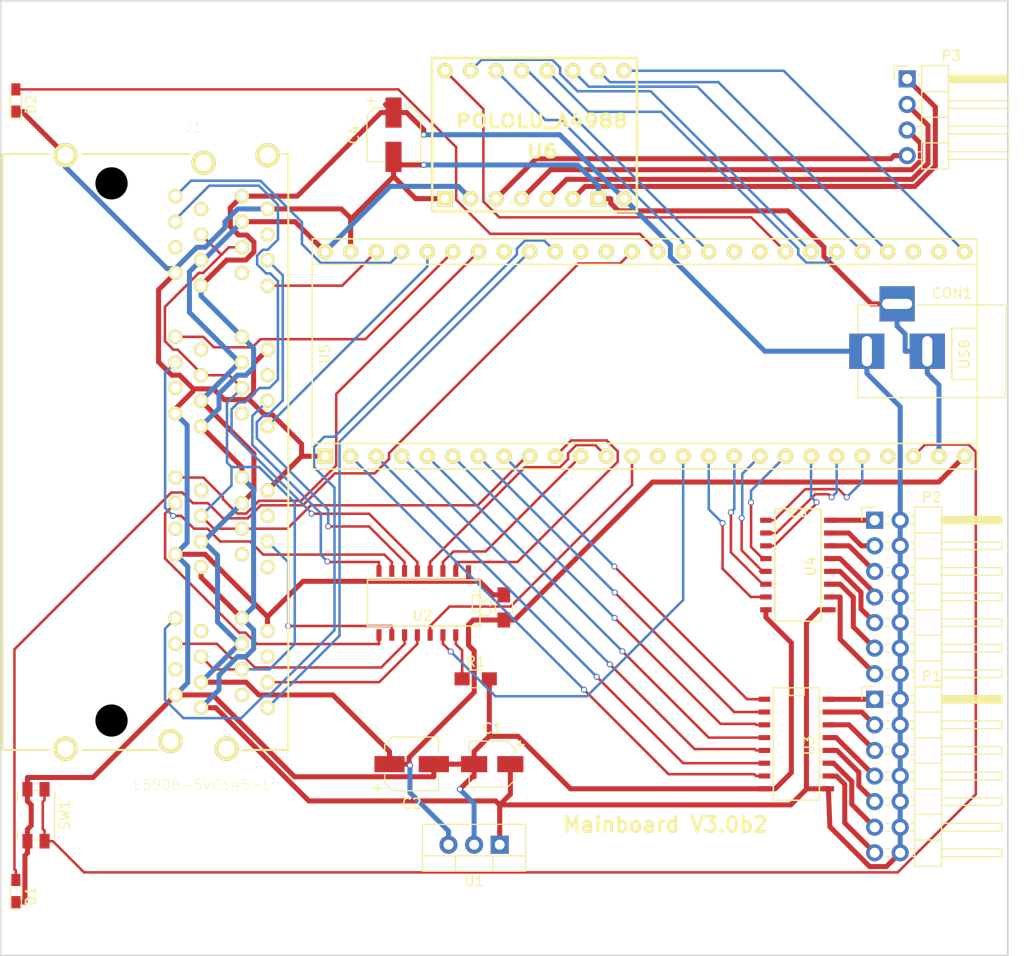
<source format=kicad_pcb>
(kicad_pcb (version 4) (host pcbnew 4.0.6)

  (general
    (links 143)
    (no_connects 0)
    (area 104.924999 35.124999 205.075001 130.275001)
    (thickness 1.6)
    (drawings 11)
    (tracks 687)
    (zones 0)
    (modules 19)
    (nets 99)
  )

  (page A4)
  (layers
    (0 F.Cu signal)
    (31 B.Cu signal)
    (32 B.Adhes user)
    (33 F.Adhes user)
    (34 B.Paste user)
    (35 F.Paste user)
    (36 B.SilkS user)
    (37 F.SilkS user)
    (38 B.Mask user)
    (39 F.Mask user)
    (40 Dwgs.User user)
    (41 Cmts.User user)
    (42 Eco1.User user)
    (43 Eco2.User user)
    (44 Edge.Cuts user)
    (45 Margin user)
    (46 B.CrtYd user)
    (47 F.CrtYd user)
    (48 B.Fab user)
    (49 F.Fab user hide)
  )

  (setup
    (last_trace_width 0.25)
    (user_trace_width 0.381)
    (user_trace_width 0.508)
    (user_trace_width 0.762)
    (user_trace_width 1.27)
    (trace_clearance 0.2)
    (zone_clearance 0.508)
    (zone_45_only no)
    (trace_min 0.2)
    (segment_width 0.2)
    (edge_width 0.15)
    (via_size 0.6)
    (via_drill 0.4)
    (via_min_size 0.4)
    (via_min_drill 0.3)
    (uvia_size 0.3)
    (uvia_drill 0.1)
    (uvias_allowed no)
    (uvia_min_size 0.2)
    (uvia_min_drill 0.1)
    (pcb_text_width 0.3)
    (pcb_text_size 1.5 1.5)
    (mod_edge_width 0.15)
    (mod_text_size 1 1)
    (mod_text_width 0.15)
    (pad_size 1.524 1.524)
    (pad_drill 0.762)
    (pad_to_mask_clearance 0.2)
    (aux_axis_origin 0 0)
    (visible_elements 7FFFFFFF)
    (pcbplotparams
      (layerselection 0x010f0_80000001)
      (usegerberextensions true)
      (excludeedgelayer true)
      (linewidth 0.100000)
      (plotframeref false)
      (viasonmask false)
      (mode 1)
      (useauxorigin false)
      (hpglpennumber 1)
      (hpglpenspeed 20)
      (hpglpendiameter 15)
      (hpglpenoverlay 2)
      (psnegative false)
      (psa4output false)
      (plotreference true)
      (plotvalue true)
      (plotinvisibletext false)
      (padsonsilk false)
      (subtractmaskfromsilk false)
      (outputformat 1)
      (mirror false)
      (drillshape 0)
      (scaleselection 1)
      (outputdirectory gerbers))
  )

  (net 0 "")
  (net 1 +12V)
  (net 2 GND)
  (net 3 VCC)
  (net 4 /RX7)
  (net 5 "Net-(J1-PadA2)")
  (net 6 "Net-(J1-PadA3)")
  (net 7 /TX)
  (net 8 "Net-(J1-PadA5)")
  (net 9 "Net-(J1-PadB5)")
  (net 10 "Net-(J1-PadB3)")
  (net 11 "Net-(J1-PadB2)")
  (net 12 /RX6)
  (net 13 /RX5)
  (net 14 "Net-(J1-PadC2)")
  (net 15 "Net-(J1-PadC3)")
  (net 16 "Net-(J1-PadC5)")
  (net 17 "Net-(J1-PadD5)")
  (net 18 "Net-(J1-PadD3)")
  (net 19 "Net-(J1-PadD2)")
  (net 20 /RX4)
  (net 21 /RX1)
  (net 22 "Net-(J1-PadG2)")
  (net 23 "Net-(J1-PadG3)")
  (net 24 "Net-(J1-PadG5)")
  (net 25 "Net-(J1-PadH5)")
  (net 26 "Net-(J1-PadH3)")
  (net 27 "Net-(J1-PadH2)")
  (net 28 /RX0)
  (net 29 /RX3)
  (net 30 "Net-(J1-PadE2)")
  (net 31 "Net-(J1-PadE3)")
  (net 32 "Net-(J1-PadE5)")
  (net 33 "Net-(J1-PadF5)")
  (net 34 "Net-(J1-PadF3)")
  (net 35 "Net-(J1-PadF2)")
  (net 36 /RX2)
  (net 37 "Net-(J1-PadP1)")
  (net 38 "Net-(P3-Pad1)")
  (net 39 "Net-(P3-Pad2)")
  (net 40 "Net-(P3-Pad3)")
  (net 41 "Net-(P3-Pad4)")
  (net 42 "Net-(R1-Pad1)")
  (net 43 "Net-(U2-Pad14)")
  (net 44 "Net-(U2-Pad13)")
  (net 45 "Net-(U2-Pad4)")
  (net 46 "Net-(U2-Pad3)")
  (net 47 "Net-(U2-Pad2)")
  (net 48 "Net-(U3-Pad7)")
  (net 49 "Net-(U3-Pad6)")
  (net 50 "Net-(U3-Pad5)")
  (net 51 "Net-(U3-Pad4)")
  (net 52 "Net-(U3-Pad3)")
  (net 53 "Net-(U3-Pad2)")
  (net 54 "Net-(U3-Pad1)")
  (net 55 "Net-(U4-Pad7)")
  (net 56 "Net-(U4-Pad6)")
  (net 57 "Net-(U4-Pad5)")
  (net 58 "Net-(U4-Pad4)")
  (net 59 "Net-(U4-Pad3)")
  (net 60 "Net-(U4-Pad2)")
  (net 61 "Net-(U4-Pad1)")
  (net 62 "Net-(U5-Pad27)")
  (net 63 "Net-(U5-Pad30)")
  (net 64 "Net-(U5-Pad31)")
  (net 65 "Net-(U5-Pad32)")
  (net 66 "Net-(U5-Pad37)")
  (net 67 "Net-(U5-Pad38)")
  (net 68 "Net-(U5-Pad33)")
  (net 69 "Net-(U5-Pad34)")
  (net 70 "Net-(U5-Pad14)")
  (net 71 "Net-(U5-Pad23)")
  (net 72 "Net-(U5-Pad28)")
  (net 73 "Net-(U5-Pad29)")
  (net 74 "Net-(U5-Pad35)")
  (net 75 "Net-(U5-Pad36)")
  (net 76 "Net-(U5-Pad41)")
  (net 77 "Net-(U5-Pad42)")
  (net 78 "Net-(P1-Pad1)")
  (net 79 "Net-(P1-Pad3)")
  (net 80 "Net-(P1-Pad5)")
  (net 81 "Net-(P1-Pad7)")
  (net 82 "Net-(P1-Pad9)")
  (net 83 "Net-(P1-Pad11)")
  (net 84 "Net-(P1-Pad13)")
  (net 85 "Net-(P2-Pad1)")
  (net 86 "Net-(P2-Pad3)")
  (net 87 "Net-(P2-Pad5)")
  (net 88 "Net-(P2-Pad7)")
  (net 89 "Net-(P2-Pad9)")
  (net 90 "Net-(P2-Pad11)")
  (net 91 "Net-(P2-Pad13)")
  (net 92 "Net-(J1-PadP6)")
  (net 93 "Net-(J1-PadP5)")
  (net 94 "Net-(J1-PadP4)")
  (net 95 "Net-(J1-PadP2)")
  (net 96 "Net-(D1-Pad2)")
  (net 97 "Net-(D2-Pad2)")
  (net 98 "Net-(SW1-Pad2)")

  (net_class Default "This is the default net class."
    (clearance 0.2)
    (trace_width 0.25)
    (via_dia 0.6)
    (via_drill 0.4)
    (uvia_dia 0.3)
    (uvia_drill 0.1)
    (add_net /RX0)
    (add_net /RX1)
    (add_net /RX2)
    (add_net /RX3)
    (add_net /RX4)
    (add_net /RX5)
    (add_net /RX6)
    (add_net /RX7)
    (add_net /TX)
    (add_net "Net-(D1-Pad2)")
    (add_net "Net-(D2-Pad2)")
    (add_net "Net-(J1-PadA2)")
    (add_net "Net-(J1-PadA3)")
    (add_net "Net-(J1-PadA5)")
    (add_net "Net-(J1-PadB2)")
    (add_net "Net-(J1-PadB3)")
    (add_net "Net-(J1-PadB5)")
    (add_net "Net-(J1-PadC2)")
    (add_net "Net-(J1-PadC3)")
    (add_net "Net-(J1-PadC5)")
    (add_net "Net-(J1-PadD2)")
    (add_net "Net-(J1-PadD3)")
    (add_net "Net-(J1-PadD5)")
    (add_net "Net-(J1-PadE2)")
    (add_net "Net-(J1-PadE3)")
    (add_net "Net-(J1-PadE5)")
    (add_net "Net-(J1-PadF2)")
    (add_net "Net-(J1-PadF3)")
    (add_net "Net-(J1-PadF5)")
    (add_net "Net-(J1-PadG2)")
    (add_net "Net-(J1-PadG3)")
    (add_net "Net-(J1-PadG5)")
    (add_net "Net-(J1-PadH2)")
    (add_net "Net-(J1-PadH3)")
    (add_net "Net-(J1-PadH5)")
    (add_net "Net-(J1-PadP1)")
    (add_net "Net-(J1-PadP2)")
    (add_net "Net-(J1-PadP4)")
    (add_net "Net-(J1-PadP5)")
    (add_net "Net-(J1-PadP6)")
    (add_net "Net-(R1-Pad1)")
    (add_net "Net-(SW1-Pad2)")
    (add_net "Net-(U2-Pad13)")
    (add_net "Net-(U2-Pad14)")
    (add_net "Net-(U2-Pad2)")
    (add_net "Net-(U2-Pad3)")
    (add_net "Net-(U2-Pad4)")
    (add_net "Net-(U3-Pad1)")
    (add_net "Net-(U3-Pad2)")
    (add_net "Net-(U3-Pad3)")
    (add_net "Net-(U3-Pad4)")
    (add_net "Net-(U3-Pad5)")
    (add_net "Net-(U3-Pad6)")
    (add_net "Net-(U3-Pad7)")
    (add_net "Net-(U4-Pad1)")
    (add_net "Net-(U4-Pad2)")
    (add_net "Net-(U4-Pad3)")
    (add_net "Net-(U4-Pad4)")
    (add_net "Net-(U4-Pad5)")
    (add_net "Net-(U4-Pad6)")
    (add_net "Net-(U4-Pad7)")
    (add_net "Net-(U5-Pad14)")
    (add_net "Net-(U5-Pad23)")
    (add_net "Net-(U5-Pad27)")
    (add_net "Net-(U5-Pad28)")
    (add_net "Net-(U5-Pad29)")
    (add_net "Net-(U5-Pad30)")
    (add_net "Net-(U5-Pad31)")
    (add_net "Net-(U5-Pad32)")
    (add_net "Net-(U5-Pad33)")
    (add_net "Net-(U5-Pad34)")
    (add_net "Net-(U5-Pad35)")
    (add_net "Net-(U5-Pad36)")
    (add_net "Net-(U5-Pad37)")
    (add_net "Net-(U5-Pad38)")
    (add_net "Net-(U5-Pad41)")
    (add_net "Net-(U5-Pad42)")
  )

  (net_class PWR ""
    (clearance 0.2)
    (trace_width 0.5)
    (via_dia 0.6)
    (via_drill 0.4)
    (uvia_dia 0.3)
    (uvia_drill 0.1)
    (add_net +12V)
    (add_net GND)
    (add_net "Net-(P1-Pad1)")
    (add_net "Net-(P1-Pad11)")
    (add_net "Net-(P1-Pad13)")
    (add_net "Net-(P1-Pad3)")
    (add_net "Net-(P1-Pad5)")
    (add_net "Net-(P1-Pad7)")
    (add_net "Net-(P1-Pad9)")
    (add_net "Net-(P2-Pad1)")
    (add_net "Net-(P2-Pad11)")
    (add_net "Net-(P2-Pad13)")
    (add_net "Net-(P2-Pad3)")
    (add_net "Net-(P2-Pad5)")
    (add_net "Net-(P2-Pad7)")
    (add_net "Net-(P2-Pad9)")
    (add_net "Net-(P3-Pad1)")
    (add_net "Net-(P3-Pad2)")
    (add_net "Net-(P3-Pad3)")
    (add_net "Net-(P3-Pad4)")
    (add_net VCC)
  )

  (module SMD_Packages:SO-16-N (layer F.Cu) (tedit 59534949) (tstamp 595205C6)
    (at 184 109 270)
    (descr "Module CMS SOJ 16 pins large")
    (tags "CMS SOJ")
    (path /5930FD56)
    (attr smd)
    (fp_text reference U3 (at 0.127 -1.27 270) (layer F.SilkS)
      (effects (font (size 1 1) (thickness 0.15)))
    )
    (fp_text value ULN2003A (at 7.3 -0.635 360) (layer F.Fab)
      (effects (font (size 1 1) (thickness 0.15)))
    )
    (fp_line (start -5.588 -0.762) (end -4.826 -0.762) (layer F.SilkS) (width 0.15))
    (fp_line (start -4.826 -0.762) (end -4.826 0.762) (layer F.SilkS) (width 0.15))
    (fp_line (start -4.826 0.762) (end -5.588 0.762) (layer F.SilkS) (width 0.15))
    (fp_line (start 5.588 -2.286) (end 5.588 2.286) (layer F.SilkS) (width 0.15))
    (fp_line (start 5.588 2.286) (end -5.588 2.286) (layer F.SilkS) (width 0.15))
    (fp_line (start -5.588 2.286) (end -5.588 -2.286) (layer F.SilkS) (width 0.15))
    (fp_line (start -5.588 -2.286) (end 5.588 -2.286) (layer F.SilkS) (width 0.15))
    (pad 16 smd rect (at -4.445 -3.175 270) (size 0.508 1.143) (layers F.Cu F.Paste F.Mask)
      (net 78 "Net-(P1-Pad1)"))
    (pad 14 smd rect (at -1.905 -3.175 270) (size 0.508 1.143) (layers F.Cu F.Paste F.Mask)
      (net 80 "Net-(P1-Pad5)"))
    (pad 13 smd rect (at -0.635 -3.175 270) (size 0.508 1.143) (layers F.Cu F.Paste F.Mask)
      (net 81 "Net-(P1-Pad7)"))
    (pad 12 smd rect (at 0.635 -3.175 270) (size 0.508 1.143) (layers F.Cu F.Paste F.Mask)
      (net 82 "Net-(P1-Pad9)"))
    (pad 11 smd rect (at 1.905 -3.175 270) (size 0.508 1.143) (layers F.Cu F.Paste F.Mask)
      (net 83 "Net-(P1-Pad11)"))
    (pad 10 smd rect (at 3.175 -3.175 270) (size 0.508 1.143) (layers F.Cu F.Paste F.Mask)
      (net 84 "Net-(P1-Pad13)"))
    (pad 9 smd rect (at 4.445 -3.175 270) (size 0.508 1.143) (layers F.Cu F.Paste F.Mask)
      (net 1 +12V))
    (pad 8 smd rect (at 4.445 3.175 270) (size 0.508 1.143) (layers F.Cu F.Paste F.Mask)
      (net 2 GND))
    (pad 7 smd rect (at 3.175 3.175 270) (size 0.508 1.143) (layers F.Cu F.Paste F.Mask)
      (net 48 "Net-(U3-Pad7)"))
    (pad 6 smd rect (at 1.905 3.175 270) (size 0.508 1.143) (layers F.Cu F.Paste F.Mask)
      (net 49 "Net-(U3-Pad6)"))
    (pad 5 smd rect (at 0.635 3.175 270) (size 0.508 1.143) (layers F.Cu F.Paste F.Mask)
      (net 50 "Net-(U3-Pad5)"))
    (pad 4 smd rect (at -0.635 3.175 270) (size 0.508 1.143) (layers F.Cu F.Paste F.Mask)
      (net 51 "Net-(U3-Pad4)"))
    (pad 3 smd rect (at -1.905 3.175 270) (size 0.508 1.143) (layers F.Cu F.Paste F.Mask)
      (net 52 "Net-(U3-Pad3)"))
    (pad 2 smd rect (at -3.175 3.175 270) (size 0.508 1.143) (layers F.Cu F.Paste F.Mask)
      (net 53 "Net-(U3-Pad2)"))
    (pad 1 smd rect (at -4.445 3.175 270) (size 0.508 1.143) (layers F.Cu F.Paste F.Mask)
      (net 54 "Net-(U3-Pad1)"))
    (pad 15 smd rect (at -3.175 -3.175 270) (size 0.508 1.143) (layers F.Cu F.Paste F.Mask)
      (net 79 "Net-(P1-Pad3)"))
    (model SMD_Packages.3dshapes/SO-16-N.wrl
      (at (xyz 0 0 0))
      (scale (xyz 0.5 0.4 0.5))
      (rotate (xyz 0 0 0))
    )
  )

  (module Capacitors_SMD:CP_Elec_4x5.3 (layer F.Cu) (tedit 58AA85FB) (tstamp 595204F7)
    (at 153.8 111 180)
    (descr "SMT capacitor, aluminium electrolytic, 4x5.3")
    (path /593353D2)
    (attr smd)
    (fp_text reference C1 (at 0 3.54 180) (layer F.SilkS)
      (effects (font (size 1 1) (thickness 0.15)))
    )
    (fp_text value 22uF (at 0 -3.54 180) (layer F.Fab)
      (effects (font (size 1 1) (thickness 0.15)))
    )
    (fp_circle (center 0 0) (end 0 2.1) (layer F.Fab) (width 0.1))
    (fp_text user + (at -1.21 -0.08 180) (layer F.Fab)
      (effects (font (size 1 1) (thickness 0.15)))
    )
    (fp_text user + (at -2.77 2.01 180) (layer F.SilkS)
      (effects (font (size 1 1) (thickness 0.15)))
    )
    (fp_text user %R (at 0 3.54 180) (layer F.Fab)
      (effects (font (size 1 1) (thickness 0.15)))
    )
    (fp_line (start 2.13 2.13) (end 2.13 -2.13) (layer F.Fab) (width 0.1))
    (fp_line (start -1.46 2.13) (end 2.13 2.13) (layer F.Fab) (width 0.1))
    (fp_line (start -2.13 1.46) (end -1.46 2.13) (layer F.Fab) (width 0.1))
    (fp_line (start -2.13 -1.46) (end -2.13 1.46) (layer F.Fab) (width 0.1))
    (fp_line (start -1.46 -2.13) (end -2.13 -1.46) (layer F.Fab) (width 0.1))
    (fp_line (start 2.13 -2.13) (end -1.46 -2.13) (layer F.Fab) (width 0.1))
    (fp_line (start -2.29 -1.52) (end -2.29 -1.12) (layer F.SilkS) (width 0.12))
    (fp_line (start 2.29 -2.29) (end 2.29 -1.12) (layer F.SilkS) (width 0.12))
    (fp_line (start 2.29 2.29) (end 2.29 1.12) (layer F.SilkS) (width 0.12))
    (fp_line (start -2.29 1.52) (end -2.29 1.12) (layer F.SilkS) (width 0.12))
    (fp_line (start -1.52 2.29) (end 2.29 2.29) (layer F.SilkS) (width 0.12))
    (fp_line (start -1.52 2.29) (end -2.29 1.52) (layer F.SilkS) (width 0.12))
    (fp_line (start -1.52 -2.29) (end 2.29 -2.29) (layer F.SilkS) (width 0.12))
    (fp_line (start -1.52 -2.29) (end -2.29 -1.52) (layer F.SilkS) (width 0.12))
    (fp_line (start -3.35 -2.39) (end 3.35 -2.39) (layer F.CrtYd) (width 0.05))
    (fp_line (start -3.35 -2.39) (end -3.35 2.38) (layer F.CrtYd) (width 0.05))
    (fp_line (start 3.35 2.38) (end 3.35 -2.39) (layer F.CrtYd) (width 0.05))
    (fp_line (start 3.35 2.38) (end -3.35 2.38) (layer F.CrtYd) (width 0.05))
    (pad 1 smd rect (at -1.8 0) (size 2.6 1.6) (layers F.Cu F.Paste F.Mask)
      (net 1 +12V))
    (pad 2 smd rect (at 1.8 0) (size 2.6 1.6) (layers F.Cu F.Paste F.Mask)
      (net 2 GND))
    (model Capacitors_SMD.3dshapes/CP_Elec_4x5.3.wrl
      (at (xyz 0 0 0))
      (scale (xyz 1 1 1))
      (rotate (xyz 0 0 180))
    )
  )

  (module footprints:SWDIP8_.6W (layer F.Cu) (tedit 4E885F3C) (tstamp 59520646)
    (at 158 48.5)
    (path /593404B5)
    (fp_text reference U6 (at 0.77 1.65) (layer F.SilkS)
      (effects (font (size 1.27 1.524) (thickness 0.3048)))
    )
    (fp_text value POLOLU_A4988 (at 0.73 -1.35 180) (layer F.SilkS)
      (effects (font (size 1.27 1.524) (thickness 0.3048)))
    )
    (fp_line (start -10.16 -7.62) (end 10.16 -7.62) (layer F.SilkS) (width 0.254))
    (fp_line (start 10.16 -7.62) (end 10.16 7.62) (layer F.SilkS) (width 0.254))
    (fp_line (start 10.16 7.62) (end -10.16 7.62) (layer F.SilkS) (width 0.254))
    (fp_line (start -10.16 7.62) (end -10.16 -7.62) (layer F.SilkS) (width 0.254))
    (pad 1 thru_hole rect (at -8.89 6.35) (size 1.524 1.524) (drill 0.8128) (layers *.Cu *.Mask F.SilkS)
      (net 2 GND))
    (pad 2 thru_hole circle (at -6.35 6.35) (size 1.524 1.524) (drill 0.8128) (layers *.Cu *.Mask F.SilkS)
      (net 3 VCC))
    (pad 3 thru_hole circle (at -3.81 6.35) (size 1.524 1.524) (drill 0.8128) (layers *.Cu *.Mask F.SilkS)
      (net 41 "Net-(P3-Pad4)"))
    (pad 4 thru_hole circle (at -1.27 6.35) (size 1.524 1.524) (drill 0.8128) (layers *.Cu *.Mask F.SilkS)
      (net 40 "Net-(P3-Pad3)"))
    (pad 5 thru_hole circle (at 1.27 6.35) (size 1.524 1.524) (drill 0.8128) (layers *.Cu *.Mask F.SilkS)
      (net 39 "Net-(P3-Pad2)"))
    (pad 6 thru_hole circle (at 3.81 6.35) (size 1.524 1.524) (drill 0.8128) (layers *.Cu *.Mask F.SilkS)
      (net 38 "Net-(P3-Pad1)"))
    (pad 7 thru_hole rect (at 6.35 6.35) (size 1.524 1.524) (drill 0.8128) (layers *.Cu *.Mask F.SilkS)
      (net 2 GND))
    (pad 8 thru_hole circle (at 8.89 6.35) (size 1.524 1.524) (drill 0.8128) (layers *.Cu *.Mask F.SilkS)
      (net 1 +12V))
    (pad 9 thru_hole circle (at 8.89 -6.35) (size 1.524 1.524) (drill 0.8128) (layers *.Cu *.Mask F.SilkS)
      (net 62 "Net-(U5-Pad27)"))
    (pad 10 thru_hole circle (at 6.35 -6.35) (size 1.524 1.524) (drill 0.8128) (layers *.Cu *.Mask F.SilkS)
      (net 63 "Net-(U5-Pad30)"))
    (pad 11 thru_hole circle (at 3.81 -6.35) (size 1.524 1.524) (drill 0.8128) (layers *.Cu *.Mask F.SilkS)
      (net 64 "Net-(U5-Pad31)"))
    (pad 12 thru_hole circle (at 1.27 -6.35) (size 1.524 1.524) (drill 0.8128) (layers *.Cu *.Mask F.SilkS)
      (net 65 "Net-(U5-Pad32)"))
    (pad 13 thru_hole circle (at -1.27 -6.35) (size 1.524 1.524) (drill 0.8128) (layers *.Cu *.Mask F.SilkS)
      (net 66 "Net-(U5-Pad37)"))
    (pad 14 thru_hole circle (at -3.81 -6.35) (size 1.524 1.524) (drill 0.8128) (layers *.Cu *.Mask F.SilkS)
      (net 67 "Net-(U5-Pad38)"))
    (pad 15 thru_hole circle (at -6.35 -6.35) (size 1.524 1.524) (drill 0.8128) (layers *.Cu *.Mask F.SilkS)
      (net 68 "Net-(U5-Pad33)"))
    (pad 16 thru_hole circle (at -8.89 -6.35) (size 1.524 1.524) (drill 0.8128) (layers *.Cu *.Mask F.SilkS)
      (net 69 "Net-(U5-Pad34)"))
  )

  (module TO_SOT_Packages_THT:TO-220_Vertical (layer F.Cu) (tedit 5972E1F9) (tstamp 5952059E)
    (at 154.54 119 180)
    (descr "TO-220, Vertical, RM 2.54mm")
    (tags "TO-220 Vertical RM 2.54mm")
    (path /593352F4)
    (fp_text reference U1 (at 2.54 -3.62 180) (layer F.SilkS)
      (effects (font (size 1 1) (thickness 0.15)))
    )
    (fp_text value "5v Reg Mod" (at 2.54 3.92 180) (layer F.Fab)
      (effects (font (size 1 1) (thickness 0.15)))
    )
    (fp_text user %R (at 2.54 -3.62 180) (layer F.Fab)
      (effects (font (size 1 1) (thickness 0.15)))
    )
    (fp_line (start -2.46 -2.5) (end -2.46 1.9) (layer F.Fab) (width 0.1))
    (fp_line (start -2.46 1.9) (end 7.54 1.9) (layer F.Fab) (width 0.1))
    (fp_line (start 7.54 1.9) (end 7.54 -2.5) (layer F.Fab) (width 0.1))
    (fp_line (start 7.54 -2.5) (end -2.46 -2.5) (layer F.Fab) (width 0.1))
    (fp_line (start -2.46 -1.23) (end 7.54 -1.23) (layer F.Fab) (width 0.1))
    (fp_line (start 0.69 -2.5) (end 0.69 -1.23) (layer F.Fab) (width 0.1))
    (fp_line (start 4.39 -2.5) (end 4.39 -1.23) (layer F.Fab) (width 0.1))
    (fp_line (start -2.58 -2.62) (end 7.66 -2.62) (layer F.SilkS) (width 0.12))
    (fp_line (start -2.58 2.021) (end 7.66 2.021) (layer F.SilkS) (width 0.12))
    (fp_line (start -2.58 -2.62) (end -2.58 2.021) (layer F.SilkS) (width 0.12))
    (fp_line (start 7.66 -2.62) (end 7.66 2.021) (layer F.SilkS) (width 0.12))
    (fp_line (start -2.58 -1.11) (end 7.66 -1.11) (layer F.SilkS) (width 0.12))
    (fp_line (start 0.69 -2.62) (end 0.69 -1.11) (layer F.SilkS) (width 0.12))
    (fp_line (start 4.391 -2.62) (end 4.391 -1.11) (layer F.SilkS) (width 0.12))
    (fp_line (start -2.71 -2.75) (end -2.71 2.16) (layer F.CrtYd) (width 0.05))
    (fp_line (start -2.71 2.16) (end 7.79 2.16) (layer F.CrtYd) (width 0.05))
    (fp_line (start 7.79 2.16) (end 7.79 -2.75) (layer F.CrtYd) (width 0.05))
    (fp_line (start 7.79 -2.75) (end -2.71 -2.75) (layer F.CrtYd) (width 0.05))
    (pad 1 thru_hole rect (at 0 0 180) (size 1.8 1.8) (drill 1) (layers *.Cu *.Mask)
      (net 1 +12V))
    (pad 2 thru_hole oval (at 2.54 0 180) (size 1.8 1.8) (drill 1) (layers *.Cu *.Mask)
      (net 2 GND))
    (pad 3 thru_hole oval (at 5.08 0 180) (size 1.8 1.8) (drill 1) (layers *.Cu *.Mask)
      (net 3 VCC))
    (model ${KISYS3DMOD}/TO_SOT_Packages_THT.3dshapes/TO-220_Vertical.wrl
      (at (xyz 0.1 0 0))
      (scale (xyz 0.393701 0.393701 0.393701))
      (rotate (xyz 0 0 0))
    )
  )

  (module Capacitors_SMD:CP_Elec_5x5.3 (layer F.Cu) (tedit 58AA8A8F) (tstamp 595204FD)
    (at 145.8 111)
    (descr "SMT capacitor, aluminium electrolytic, 5x5.3")
    (path /59335466)
    (attr smd)
    (fp_text reference C2 (at 0 3.92) (layer F.SilkS)
      (effects (font (size 1 1) (thickness 0.15)))
    )
    (fp_text value 47uF (at 0 -3.92) (layer F.Fab)
      (effects (font (size 1 1) (thickness 0.15)))
    )
    (fp_circle (center 0 0) (end 0.3 2.4) (layer F.Fab) (width 0.1))
    (fp_text user + (at -1.37 -0.08) (layer F.Fab)
      (effects (font (size 1 1) (thickness 0.15)))
    )
    (fp_text user + (at -3.38 2.34) (layer F.SilkS)
      (effects (font (size 1 1) (thickness 0.15)))
    )
    (fp_text user %R (at 0 3.92) (layer F.Fab)
      (effects (font (size 1 1) (thickness 0.15)))
    )
    (fp_line (start 2.51 2.49) (end 2.51 -2.54) (layer F.Fab) (width 0.1))
    (fp_line (start -1.84 2.49) (end 2.51 2.49) (layer F.Fab) (width 0.1))
    (fp_line (start -2.51 1.82) (end -1.84 2.49) (layer F.Fab) (width 0.1))
    (fp_line (start -2.51 -1.87) (end -2.51 1.82) (layer F.Fab) (width 0.1))
    (fp_line (start -1.84 -2.54) (end -2.51 -1.87) (layer F.Fab) (width 0.1))
    (fp_line (start 2.51 -2.54) (end -1.84 -2.54) (layer F.Fab) (width 0.1))
    (fp_line (start 2.67 -2.69) (end 2.67 -1.14) (layer F.SilkS) (width 0.12))
    (fp_line (start 2.67 2.64) (end 2.67 1.09) (layer F.SilkS) (width 0.12))
    (fp_line (start -2.67 1.88) (end -2.67 1.09) (layer F.SilkS) (width 0.12))
    (fp_line (start -2.67 -1.93) (end -2.67 -1.14) (layer F.SilkS) (width 0.12))
    (fp_line (start 2.67 -2.69) (end -1.91 -2.69) (layer F.SilkS) (width 0.12))
    (fp_line (start -1.91 -2.69) (end -2.67 -1.93) (layer F.SilkS) (width 0.12))
    (fp_line (start -2.67 1.88) (end -1.91 2.64) (layer F.SilkS) (width 0.12))
    (fp_line (start -1.91 2.64) (end 2.67 2.64) (layer F.SilkS) (width 0.12))
    (fp_line (start -3.95 -2.79) (end 3.95 -2.79) (layer F.CrtYd) (width 0.05))
    (fp_line (start -3.95 -2.79) (end -3.95 2.74) (layer F.CrtYd) (width 0.05))
    (fp_line (start 3.95 2.74) (end 3.95 -2.79) (layer F.CrtYd) (width 0.05))
    (fp_line (start 3.95 2.74) (end -3.95 2.74) (layer F.CrtYd) (width 0.05))
    (pad 1 smd rect (at -2.2 0 180) (size 3 1.6) (layers F.Cu F.Paste F.Mask)
      (net 3 VCC))
    (pad 2 smd rect (at 2.2 0 180) (size 3 1.6) (layers F.Cu F.Paste F.Mask)
      (net 2 GND))
    (model Capacitors_SMD.3dshapes/CP_Elec_5x5.3.wrl
      (at (xyz 0 0 0))
      (scale (xyz 1 1 1))
      (rotate (xyz 0 0 180))
    )
  )

  (module Capacitors_SMD:CP_Elec_5x5.3 (layer F.Cu) (tedit 58AA8A8F) (tstamp 5952050B)
    (at 144 48.5 270)
    (descr "SMT capacitor, aluminium electrolytic, 5x5.3")
    (path /59343033)
    (attr smd)
    (fp_text reference C4 (at 0 3.92 270) (layer F.SilkS)
      (effects (font (size 1 1) (thickness 0.15)))
    )
    (fp_text value 47uF (at 0 -3.92 270) (layer F.Fab)
      (effects (font (size 1 1) (thickness 0.15)))
    )
    (fp_circle (center 0 0) (end 0.3 2.4) (layer F.Fab) (width 0.1))
    (fp_text user + (at -1.37 -0.08 270) (layer F.Fab)
      (effects (font (size 1 1) (thickness 0.15)))
    )
    (fp_text user + (at -3.38 2.34 270) (layer F.SilkS)
      (effects (font (size 1 1) (thickness 0.15)))
    )
    (fp_text user %R (at 0 3.92 270) (layer F.Fab)
      (effects (font (size 1 1) (thickness 0.15)))
    )
    (fp_line (start 2.51 2.49) (end 2.51 -2.54) (layer F.Fab) (width 0.1))
    (fp_line (start -1.84 2.49) (end 2.51 2.49) (layer F.Fab) (width 0.1))
    (fp_line (start -2.51 1.82) (end -1.84 2.49) (layer F.Fab) (width 0.1))
    (fp_line (start -2.51 -1.87) (end -2.51 1.82) (layer F.Fab) (width 0.1))
    (fp_line (start -1.84 -2.54) (end -2.51 -1.87) (layer F.Fab) (width 0.1))
    (fp_line (start 2.51 -2.54) (end -1.84 -2.54) (layer F.Fab) (width 0.1))
    (fp_line (start 2.67 -2.69) (end 2.67 -1.14) (layer F.SilkS) (width 0.12))
    (fp_line (start 2.67 2.64) (end 2.67 1.09) (layer F.SilkS) (width 0.12))
    (fp_line (start -2.67 1.88) (end -2.67 1.09) (layer F.SilkS) (width 0.12))
    (fp_line (start -2.67 -1.93) (end -2.67 -1.14) (layer F.SilkS) (width 0.12))
    (fp_line (start 2.67 -2.69) (end -1.91 -2.69) (layer F.SilkS) (width 0.12))
    (fp_line (start -1.91 -2.69) (end -2.67 -1.93) (layer F.SilkS) (width 0.12))
    (fp_line (start -2.67 1.88) (end -1.91 2.64) (layer F.SilkS) (width 0.12))
    (fp_line (start -1.91 2.64) (end 2.67 2.64) (layer F.SilkS) (width 0.12))
    (fp_line (start -3.95 -2.79) (end 3.95 -2.79) (layer F.CrtYd) (width 0.05))
    (fp_line (start -3.95 -2.79) (end -3.95 2.74) (layer F.CrtYd) (width 0.05))
    (fp_line (start 3.95 2.74) (end 3.95 -2.79) (layer F.CrtYd) (width 0.05))
    (fp_line (start 3.95 2.74) (end -3.95 2.74) (layer F.CrtYd) (width 0.05))
    (pad 1 smd rect (at -2.2 0 90) (size 3 1.6) (layers F.Cu F.Paste F.Mask)
      (net 1 +12V))
    (pad 2 smd rect (at 2.2 0 90) (size 3 1.6) (layers F.Cu F.Paste F.Mask)
      (net 2 GND))
    (model Capacitors_SMD.3dshapes/CP_Elec_5x5.3.wrl
      (at (xyz 0 0 0))
      (scale (xyz 1 1 1))
      (rotate (xyz 0 0 180))
    )
  )

  (module footprints:PULSE_E5908-5VC145-L (layer F.Cu) (tedit 0) (tstamp 59520563)
    (at 116 80 270)
    (path /593322BC)
    (fp_text reference J1 (at -32.235 -8.14 360) (layer F.SilkS)
      (effects (font (size 1 1) (thickness 0.05)))
    )
    (fp_text value E5908-5VC145-L (at 33.065 -8.975 360) (layer F.SilkS)
      (effects (font (size 1 1) (thickness 0.05)))
    )
    (fp_line (start -29.59 -17.55) (end 29.59 -17.55) (layer F.SilkS) (width 0.2))
    (fp_line (start 29.59 10.8) (end -29.59 10.8) (layer F.SilkS) (width 0.2))
    (fp_line (start -29.59 -7.7) (end -29.59 2.9) (layer F.SilkS) (width 0.2))
    (fp_line (start 29.59 -4.6) (end 29.59 2.9) (layer F.SilkS) (width 0.2))
    (fp_line (start -29.59 10.8) (end -29.59 6.2) (layer F.SilkS) (width 0.2))
    (fp_line (start 29.59 10.8) (end 29.59 6.2) (layer F.SilkS) (width 0.2))
    (fp_line (start 29.59 -17.55) (end 29.59 -13) (layer F.SilkS) (width 0.2))
    (fp_line (start -29.59 -17.55) (end -29.59 -17) (layer F.SilkS) (width 0.2))
    (fp_line (start -30.95 -17.85) (end 30.95 -17.85) (layer Dwgs.User) (width 0.05))
    (fp_line (start 30.95 -17.85) (end 30.95 11.05) (layer Dwgs.User) (width 0.05))
    (fp_line (start 30.95 11.05) (end -30.95 11.05) (layer Dwgs.User) (width 0.05))
    (fp_line (start -30.95 11.05) (end -30.95 -17.85) (layer Dwgs.User) (width 0.05))
    (pad A1 thru_hole circle (at -16.51 -15.49 270) (size 1.408 1.408) (drill 0.9) (layers *.Cu *.Mask F.SilkS)
      (net 4 /RX7))
    (pad A2 thru_hole circle (at -17.78 -12.95 270) (size 1.408 1.408) (drill 0.9) (layers *.Cu *.Mask F.SilkS)
      (net 5 "Net-(J1-PadA2)"))
    (pad A3 thru_hole circle (at -19.05 -15.49 270) (size 1.408 1.408) (drill 0.9) (layers *.Cu *.Mask F.SilkS)
      (net 6 "Net-(J1-PadA3)"))
    (pad A4 thru_hole circle (at -20.32 -12.95 270) (size 1.408 1.408) (drill 0.9) (layers *.Cu *.Mask F.SilkS)
      (net 7 /TX))
    (pad A5 thru_hole circle (at -21.59 -15.49 270) (size 1.408 1.408) (drill 0.9) (layers *.Cu *.Mask F.SilkS)
      (net 8 "Net-(J1-PadA5)"))
    (pad A6 thru_hole circle (at -22.86 -12.95 270) (size 1.408 1.408) (drill 0.9) (layers *.Cu *.Mask F.SilkS)
      (net 3 VCC))
    (pad A7 thru_hole circle (at -24.13 -15.49 270) (size 1.408 1.408) (drill 0.9) (layers *.Cu *.Mask F.SilkS)
      (net 2 GND))
    (pad A8 thru_hole circle (at -25.4 -12.95 270) (size 1.408 1.408) (drill 0.9) (layers *.Cu *.Mask F.SilkS)
      (net 1 +12V))
    (pad B8 thru_hole circle (at -16.51 -8.89 270) (size 1.408 1.408) (drill 0.9) (layers *.Cu *.Mask F.SilkS)
      (net 1 +12V))
    (pad B7 thru_hole circle (at -17.78 -6.35 270) (size 1.408 1.408) (drill 0.9) (layers *.Cu *.Mask F.SilkS)
      (net 2 GND))
    (pad B6 thru_hole circle (at -19.05 -8.89 270) (size 1.408 1.408) (drill 0.9) (layers *.Cu *.Mask F.SilkS)
      (net 3 VCC))
    (pad B5 thru_hole circle (at -20.32 -6.35 270) (size 1.408 1.408) (drill 0.9) (layers *.Cu *.Mask F.SilkS)
      (net 9 "Net-(J1-PadB5)"))
    (pad B4 thru_hole circle (at -21.59 -8.89 270) (size 1.408 1.408) (drill 0.9) (layers *.Cu *.Mask F.SilkS)
      (net 7 /TX))
    (pad B3 thru_hole circle (at -22.86 -6.35 270) (size 1.408 1.408) (drill 0.9) (layers *.Cu *.Mask F.SilkS)
      (net 10 "Net-(J1-PadB3)"))
    (pad B2 thru_hole circle (at -24.13 -8.89 270) (size 1.408 1.408) (drill 0.9) (layers *.Cu *.Mask F.SilkS)
      (net 11 "Net-(J1-PadB2)"))
    (pad B1 thru_hole circle (at -25.4 -6.35 270) (size 1.408 1.408) (drill 0.9) (layers *.Cu *.Mask F.SilkS)
      (net 12 /RX6))
    (pad C1 thru_hole circle (at -2.54 -15.49 270) (size 1.408 1.408) (drill 0.9) (layers *.Cu *.Mask F.SilkS)
      (net 13 /RX5))
    (pad C2 thru_hole circle (at -3.81 -12.95 270) (size 1.408 1.408) (drill 0.9) (layers *.Cu *.Mask F.SilkS)
      (net 14 "Net-(J1-PadC2)"))
    (pad C3 thru_hole circle (at -5.08 -15.49 270) (size 1.408 1.408) (drill 0.9) (layers *.Cu *.Mask F.SilkS)
      (net 15 "Net-(J1-PadC3)"))
    (pad C4 thru_hole circle (at -6.35 -12.95 270) (size 1.408 1.408) (drill 0.9) (layers *.Cu *.Mask F.SilkS)
      (net 7 /TX))
    (pad C5 thru_hole circle (at -7.62 -15.49 270) (size 1.408 1.408) (drill 0.9) (layers *.Cu *.Mask F.SilkS)
      (net 16 "Net-(J1-PadC5)"))
    (pad C6 thru_hole circle (at -8.89 -12.95 270) (size 1.408 1.408) (drill 0.9) (layers *.Cu *.Mask F.SilkS)
      (net 3 VCC))
    (pad C7 thru_hole circle (at -10.16 -15.49 270) (size 1.408 1.408) (drill 0.9) (layers *.Cu *.Mask F.SilkS)
      (net 2 GND))
    (pad C8 thru_hole circle (at -11.43 -12.95 270) (size 1.408 1.408) (drill 0.9) (layers *.Cu *.Mask F.SilkS)
      (net 1 +12V))
    (pad D8 thru_hole circle (at -2.54 -8.89 270) (size 1.408 1.408) (drill 0.9) (layers *.Cu *.Mask F.SilkS)
      (net 1 +12V))
    (pad D7 thru_hole circle (at -3.81 -6.35 270) (size 1.408 1.408) (drill 0.9) (layers *.Cu *.Mask F.SilkS)
      (net 2 GND))
    (pad D6 thru_hole circle (at -5.08 -8.89 270) (size 1.408 1.408) (drill 0.9) (layers *.Cu *.Mask F.SilkS)
      (net 3 VCC))
    (pad D5 thru_hole circle (at -6.35 -6.35 270) (size 1.408 1.408) (drill 0.9) (layers *.Cu *.Mask F.SilkS)
      (net 17 "Net-(J1-PadD5)"))
    (pad D4 thru_hole circle (at -7.62 -8.89 270) (size 1.408 1.408) (drill 0.9) (layers *.Cu *.Mask F.SilkS)
      (net 7 /TX))
    (pad D3 thru_hole circle (at -8.89 -6.35 270) (size 1.408 1.408) (drill 0.9) (layers *.Cu *.Mask F.SilkS)
      (net 18 "Net-(J1-PadD3)"))
    (pad D2 thru_hole circle (at -10.16 -8.89 270) (size 1.408 1.408) (drill 0.9) (layers *.Cu *.Mask F.SilkS)
      (net 19 "Net-(J1-PadD2)"))
    (pad D1 thru_hole circle (at -11.43 -6.35 270) (size 1.408 1.408) (drill 0.9) (layers *.Cu *.Mask F.SilkS)
      (net 20 /RX4))
    (pad G1 thru_hole circle (at 25.4 -15.49 270) (size 1.408 1.408) (drill 0.9) (layers *.Cu *.Mask F.SilkS)
      (net 21 /RX1))
    (pad G2 thru_hole circle (at 24.13 -12.95 270) (size 1.408 1.408) (drill 0.9) (layers *.Cu *.Mask F.SilkS)
      (net 22 "Net-(J1-PadG2)"))
    (pad G3 thru_hole circle (at 22.86 -15.49 270) (size 1.408 1.408) (drill 0.9) (layers *.Cu *.Mask F.SilkS)
      (net 23 "Net-(J1-PadG3)"))
    (pad G4 thru_hole circle (at 21.59 -12.95 270) (size 1.408 1.408) (drill 0.9) (layers *.Cu *.Mask F.SilkS)
      (net 7 /TX))
    (pad G5 thru_hole circle (at 20.32 -15.49 270) (size 1.408 1.408) (drill 0.9) (layers *.Cu *.Mask F.SilkS)
      (net 24 "Net-(J1-PadG5)"))
    (pad G6 thru_hole circle (at 19.05 -12.95 270) (size 1.408 1.408) (drill 0.9) (layers *.Cu *.Mask F.SilkS)
      (net 3 VCC))
    (pad G7 thru_hole circle (at 17.78 -15.49 270) (size 1.408 1.408) (drill 0.9) (layers *.Cu *.Mask F.SilkS)
      (net 2 GND))
    (pad G8 thru_hole circle (at 16.51 -12.95 270) (size 1.408 1.408) (drill 0.9) (layers *.Cu *.Mask F.SilkS)
      (net 1 +12V))
    (pad H8 thru_hole circle (at 25.4 -8.89 270) (size 1.408 1.408) (drill 0.9) (layers *.Cu *.Mask F.SilkS)
      (net 1 +12V))
    (pad H7 thru_hole circle (at 24.13 -6.35 270) (size 1.408 1.408) (drill 0.9) (layers *.Cu *.Mask F.SilkS)
      (net 2 GND))
    (pad H6 thru_hole circle (at 22.86 -8.89 270) (size 1.408 1.408) (drill 0.9) (layers *.Cu *.Mask F.SilkS)
      (net 3 VCC))
    (pad H5 thru_hole circle (at 21.59 -6.35 270) (size 1.408 1.408) (drill 0.9) (layers *.Cu *.Mask F.SilkS)
      (net 25 "Net-(J1-PadH5)"))
    (pad H4 thru_hole circle (at 20.32 -8.89 270) (size 1.408 1.408) (drill 0.9) (layers *.Cu *.Mask F.SilkS)
      (net 7 /TX))
    (pad H3 thru_hole circle (at 19.05 -6.35 270) (size 1.408 1.408) (drill 0.9) (layers *.Cu *.Mask F.SilkS)
      (net 26 "Net-(J1-PadH3)"))
    (pad H2 thru_hole circle (at 17.78 -8.89 270) (size 1.408 1.408) (drill 0.9) (layers *.Cu *.Mask F.SilkS)
      (net 27 "Net-(J1-PadH2)"))
    (pad H1 thru_hole circle (at 16.51 -6.35 270) (size 1.408 1.408) (drill 0.9) (layers *.Cu *.Mask F.SilkS)
      (net 28 /RX0))
    (pad E1 thru_hole circle (at 11.43 -15.49 270) (size 1.408 1.408) (drill 0.9) (layers *.Cu *.Mask F.SilkS)
      (net 29 /RX3))
    (pad E2 thru_hole circle (at 10.16 -12.95 270) (size 1.408 1.408) (drill 0.9) (layers *.Cu *.Mask F.SilkS)
      (net 30 "Net-(J1-PadE2)"))
    (pad E3 thru_hole circle (at 8.89 -15.49 270) (size 1.408 1.408) (drill 0.9) (layers *.Cu *.Mask F.SilkS)
      (net 31 "Net-(J1-PadE3)"))
    (pad E4 thru_hole circle (at 7.62 -12.95 270) (size 1.408 1.408) (drill 0.9) (layers *.Cu *.Mask F.SilkS)
      (net 7 /TX))
    (pad E5 thru_hole circle (at 6.35 -15.49 270) (size 1.408 1.408) (drill 0.9) (layers *.Cu *.Mask F.SilkS)
      (net 32 "Net-(J1-PadE5)"))
    (pad E6 thru_hole circle (at 5.08 -12.95 270) (size 1.408 1.408) (drill 0.9) (layers *.Cu *.Mask F.SilkS)
      (net 3 VCC))
    (pad E7 thru_hole circle (at 3.81 -15.49 270) (size 1.408 1.408) (drill 0.9) (layers *.Cu *.Mask F.SilkS)
      (net 2 GND))
    (pad E8 thru_hole circle (at 2.54 -12.95 270) (size 1.408 1.408) (drill 0.9) (layers *.Cu *.Mask F.SilkS)
      (net 1 +12V))
    (pad F8 thru_hole circle (at 11.43 -8.89 270) (size 1.408 1.408) (drill 0.9) (layers *.Cu *.Mask F.SilkS)
      (net 1 +12V))
    (pad F7 thru_hole circle (at 10.16 -6.35 270) (size 1.408 1.408) (drill 0.9) (layers *.Cu *.Mask F.SilkS)
      (net 2 GND))
    (pad F6 thru_hole circle (at 8.89 -8.89 270) (size 1.408 1.408) (drill 0.9) (layers *.Cu *.Mask F.SilkS)
      (net 3 VCC))
    (pad F5 thru_hole circle (at 7.62 -6.35 270) (size 1.408 1.408) (drill 0.9) (layers *.Cu *.Mask F.SilkS)
      (net 33 "Net-(J1-PadF5)"))
    (pad F4 thru_hole circle (at 6.35 -8.89 270) (size 1.408 1.408) (drill 0.9) (layers *.Cu *.Mask F.SilkS)
      (net 7 /TX))
    (pad F3 thru_hole circle (at 5.08 -6.35 270) (size 1.408 1.408) (drill 0.9) (layers *.Cu *.Mask F.SilkS)
      (net 34 "Net-(J1-PadF3)"))
    (pad F2 thru_hole circle (at 3.81 -8.89 270) (size 1.408 1.408) (drill 0.9) (layers *.Cu *.Mask F.SilkS)
      (net 35 "Net-(J1-PadF2)"))
    (pad F1 thru_hole circle (at 2.54 -6.35 270) (size 1.408 1.408) (drill 0.9) (layers *.Cu *.Mask F.SilkS)
      (net 36 /RX2))
    (pad P6 thru_hole circle (at 29.47 4.57 270) (size 2.4 2.4) (drill 1.6) (layers *.Cu *.Mask F.SilkS)
      (net 92 "Net-(J1-PadP6)"))
    (pad P5 thru_hole circle (at 28.71 -5.85 270) (size 2.4 2.4) (drill 1.6) (layers *.Cu *.Mask F.SilkS)
      (net 93 "Net-(J1-PadP5)"))
    (pad P4 thru_hole circle (at 29.47 -11.43 270) (size 2.4 2.4) (drill 1.6) (layers *.Cu *.Mask F.SilkS)
      (net 94 "Net-(J1-PadP4)"))
    (pad P3 thru_hole circle (at -29.47 4.57 270) (size 2.4 2.4) (drill 1.6) (layers *.Cu *.Mask F.SilkS)
      (net 2 GND))
    (pad P2 thru_hole circle (at -28.71 -9.15 270) (size 2.4 2.4) (drill 1.6) (layers *.Cu *.Mask F.SilkS)
      (net 95 "Net-(J1-PadP2)"))
    (pad P1 thru_hole circle (at -29.47 -15.5 270) (size 2.4 2.4) (drill 1.6) (layers *.Cu *.Mask F.SilkS)
      (net 37 "Net-(J1-PadP1)"))
    (pad Hole np_thru_hole circle (at -26.67 0 270) (size 3.2 3.2) (drill 3.2) (layers))
    (pad Hole np_thru_hole circle (at 26.67 0 270) (size 3.2 3.2) (drill 3.2) (layers))
  )

  (module SMD_Packages:SO-16-N (layer F.Cu) (tedit 0) (tstamp 595205B2)
    (at 147 95 180)
    (descr "Module CMS SOJ 16 pins large")
    (tags "CMS SOJ")
    (path /5951DAD6)
    (attr smd)
    (fp_text reference U2 (at 0.127 -1.27 180) (layer F.SilkS)
      (effects (font (size 1 1) (thickness 0.15)))
    )
    (fp_text value TLC5917ID (at 0 1.27 180) (layer F.Fab)
      (effects (font (size 1 1) (thickness 0.15)))
    )
    (fp_line (start -5.588 -0.762) (end -4.826 -0.762) (layer F.SilkS) (width 0.15))
    (fp_line (start -4.826 -0.762) (end -4.826 0.762) (layer F.SilkS) (width 0.15))
    (fp_line (start -4.826 0.762) (end -5.588 0.762) (layer F.SilkS) (width 0.15))
    (fp_line (start 5.588 -2.286) (end 5.588 2.286) (layer F.SilkS) (width 0.15))
    (fp_line (start 5.588 2.286) (end -5.588 2.286) (layer F.SilkS) (width 0.15))
    (fp_line (start -5.588 2.286) (end -5.588 -2.286) (layer F.SilkS) (width 0.15))
    (fp_line (start -5.588 -2.286) (end 5.588 -2.286) (layer F.SilkS) (width 0.15))
    (pad 16 smd rect (at -4.445 -3.175 180) (size 0.508 1.143) (layers F.Cu F.Paste F.Mask)
      (net 3 VCC))
    (pad 14 smd rect (at -1.905 -3.175 180) (size 0.508 1.143) (layers F.Cu F.Paste F.Mask)
      (net 43 "Net-(U2-Pad14)"))
    (pad 13 smd rect (at -0.635 -3.175 180) (size 0.508 1.143) (layers F.Cu F.Paste F.Mask)
      (net 44 "Net-(U2-Pad13)"))
    (pad 12 smd rect (at 0.635 -3.175 180) (size 0.508 1.143) (layers F.Cu F.Paste F.Mask)
      (net 23 "Net-(J1-PadG3)"))
    (pad 11 smd rect (at 1.905 -3.175 180) (size 0.508 1.143) (layers F.Cu F.Paste F.Mask)
      (net 26 "Net-(J1-PadH3)"))
    (pad 10 smd rect (at 3.175 -3.175 180) (size 0.508 1.143) (layers F.Cu F.Paste F.Mask)
      (net 31 "Net-(J1-PadE3)"))
    (pad 9 smd rect (at 4.445 -3.175 180) (size 0.508 1.143) (layers F.Cu F.Paste F.Mask)
      (net 34 "Net-(J1-PadF3)"))
    (pad 8 smd rect (at 4.445 3.175 180) (size 0.508 1.143) (layers F.Cu F.Paste F.Mask)
      (net 15 "Net-(J1-PadC3)"))
    (pad 7 smd rect (at 3.175 3.175 180) (size 0.508 1.143) (layers F.Cu F.Paste F.Mask)
      (net 18 "Net-(J1-PadD3)"))
    (pad 6 smd rect (at 1.905 3.175 180) (size 0.508 1.143) (layers F.Cu F.Paste F.Mask)
      (net 6 "Net-(J1-PadA3)"))
    (pad 5 smd rect (at 0.635 3.175 180) (size 0.508 1.143) (layers F.Cu F.Paste F.Mask)
      (net 10 "Net-(J1-PadB3)"))
    (pad 4 smd rect (at -0.635 3.175 180) (size 0.508 1.143) (layers F.Cu F.Paste F.Mask)
      (net 45 "Net-(U2-Pad4)"))
    (pad 3 smd rect (at -1.905 3.175 180) (size 0.508 1.143) (layers F.Cu F.Paste F.Mask)
      (net 46 "Net-(U2-Pad3)"))
    (pad 2 smd rect (at -3.175 3.175 180) (size 0.508 1.143) (layers F.Cu F.Paste F.Mask)
      (net 47 "Net-(U2-Pad2)"))
    (pad 1 smd rect (at -4.445 3.175 180) (size 0.508 1.143) (layers F.Cu F.Paste F.Mask)
      (net 2 GND))
    (pad 15 smd rect (at -3.175 -3.175 180) (size 0.508 1.143) (layers F.Cu F.Paste F.Mask)
      (net 42 "Net-(R1-Pad1)"))
    (model SMD_Packages.3dshapes/SO-16-N.wrl
      (at (xyz 0 0 0))
      (scale (xyz 0.5 0.4 0.5))
      (rotate (xyz 0 0 0))
    )
  )

  (module SMD_Packages:SO-16-N (layer F.Cu) (tedit 0) (tstamp 595205DA)
    (at 184.15 91.225 270)
    (descr "Module CMS SOJ 16 pins large")
    (tags "CMS SOJ")
    (path /59310167)
    (attr smd)
    (fp_text reference U4 (at 0.127 -1.27 270) (layer F.SilkS)
      (effects (font (size 1 1) (thickness 0.15)))
    )
    (fp_text value ULN2003A (at 0 0 270) (layer F.Fab)
      (effects (font (size 1 1) (thickness 0.15)))
    )
    (fp_line (start -5.588 -0.762) (end -4.826 -0.762) (layer F.SilkS) (width 0.15))
    (fp_line (start -4.826 -0.762) (end -4.826 0.762) (layer F.SilkS) (width 0.15))
    (fp_line (start -4.826 0.762) (end -5.588 0.762) (layer F.SilkS) (width 0.15))
    (fp_line (start 5.588 -2.286) (end 5.588 2.286) (layer F.SilkS) (width 0.15))
    (fp_line (start 5.588 2.286) (end -5.588 2.286) (layer F.SilkS) (width 0.15))
    (fp_line (start -5.588 2.286) (end -5.588 -2.286) (layer F.SilkS) (width 0.15))
    (fp_line (start -5.588 -2.286) (end 5.588 -2.286) (layer F.SilkS) (width 0.15))
    (pad 16 smd rect (at -4.445 -3.175 270) (size 0.508 1.143) (layers F.Cu F.Paste F.Mask)
      (net 85 "Net-(P2-Pad1)"))
    (pad 14 smd rect (at -1.905 -3.175 270) (size 0.508 1.143) (layers F.Cu F.Paste F.Mask)
      (net 87 "Net-(P2-Pad5)"))
    (pad 13 smd rect (at -0.635 -3.175 270) (size 0.508 1.143) (layers F.Cu F.Paste F.Mask)
      (net 88 "Net-(P2-Pad7)"))
    (pad 12 smd rect (at 0.635 -3.175 270) (size 0.508 1.143) (layers F.Cu F.Paste F.Mask)
      (net 89 "Net-(P2-Pad9)"))
    (pad 11 smd rect (at 1.905 -3.175 270) (size 0.508 1.143) (layers F.Cu F.Paste F.Mask)
      (net 90 "Net-(P2-Pad11)"))
    (pad 10 smd rect (at 3.175 -3.175 270) (size 0.508 1.143) (layers F.Cu F.Paste F.Mask)
      (net 91 "Net-(P2-Pad13)"))
    (pad 9 smd rect (at 4.445 -3.175 270) (size 0.508 1.143) (layers F.Cu F.Paste F.Mask)
      (net 1 +12V))
    (pad 8 smd rect (at 4.445 3.175 270) (size 0.508 1.143) (layers F.Cu F.Paste F.Mask)
      (net 2 GND))
    (pad 7 smd rect (at 3.175 3.175 270) (size 0.508 1.143) (layers F.Cu F.Paste F.Mask)
      (net 55 "Net-(U4-Pad7)"))
    (pad 6 smd rect (at 1.905 3.175 270) (size 0.508 1.143) (layers F.Cu F.Paste F.Mask)
      (net 56 "Net-(U4-Pad6)"))
    (pad 5 smd rect (at 0.635 3.175 270) (size 0.508 1.143) (layers F.Cu F.Paste F.Mask)
      (net 57 "Net-(U4-Pad5)"))
    (pad 4 smd rect (at -0.635 3.175 270) (size 0.508 1.143) (layers F.Cu F.Paste F.Mask)
      (net 58 "Net-(U4-Pad4)"))
    (pad 3 smd rect (at -1.905 3.175 270) (size 0.508 1.143) (layers F.Cu F.Paste F.Mask)
      (net 59 "Net-(U4-Pad3)"))
    (pad 2 smd rect (at -3.175 3.175 270) (size 0.508 1.143) (layers F.Cu F.Paste F.Mask)
      (net 60 "Net-(U4-Pad2)"))
    (pad 1 smd rect (at -4.445 3.175 270) (size 0.508 1.143) (layers F.Cu F.Paste F.Mask)
      (net 61 "Net-(U4-Pad1)"))
    (pad 15 smd rect (at -3.175 -3.175 270) (size 0.508 1.143) (layers F.Cu F.Paste F.Mask)
      (net 86 "Net-(P2-Pad3)"))
    (model SMD_Packages.3dshapes/SO-16-N.wrl
      (at (xyz 0 0 0))
      (scale (xyz 0.5 0.4 0.5))
      (rotate (xyz 0 0 0))
    )
  )

  (module footprints:CY8KIT-059_Target placed (layer F.Cu) (tedit 55F0F4C5) (tstamp 595209EF)
    (at 137.2 80.43 90)
    (descr "CY8KIT-059 PSoC 5LP Prototyping Kit (Target)")
    (tags "CY8C5888LTI-LP097, PSoC 5LP")
    (path /593101D2)
    (autoplace_cost90 10)
    (autoplace_cost180 10)
    (fp_text reference U5 (at 10.16 0 90) (layer F.SilkS)
      (effects (font (size 1 1) (thickness 0.15)))
    )
    (fp_text value CY8CKIT-059_Target (at 10.16 2.54 90) (layer F.Fab)
      (effects (font (size 1 1) (thickness 0.15)))
    )
    (fp_line (start 1.27 64.77) (end 19.05 64.77) (layer F.SilkS) (width 0.15))
    (fp_line (start 1.27 -1.27) (end 19.05 -1.27) (layer F.SilkS) (width 0.15))
    (fp_line (start 12.7 64.77) (end 12.7 62.23) (layer F.SilkS) (width 0.15))
    (fp_line (start 12.7 62.23) (end 7.62 62.23) (layer F.SilkS) (width 0.15))
    (fp_line (start 7.62 62.23) (end 7.62 64.77) (layer F.SilkS) (width 0.15))
    (fp_text user USB (at 10.16 63.5 90) (layer F.SilkS)
      (effects (font (size 1 1) (thickness 0.15)))
    )
    (fp_line (start 19.05 -1.27) (end 19.05 64.77) (layer F.SilkS) (width 0.15))
    (fp_line (start 19.05 64.77) (end 21.59 64.77) (layer F.SilkS) (width 0.15))
    (fp_line (start 21.59 64.77) (end 21.59 -1.27) (layer F.SilkS) (width 0.15))
    (fp_line (start 21.59 -1.27) (end 19.05 -1.27) (layer F.SilkS) (width 0.15))
    (fp_line (start -1.27 -1.27) (end -1.27 64.77) (layer F.SilkS) (width 0.15))
    (fp_line (start -1.27 64.77) (end 1.27 64.77) (layer F.SilkS) (width 0.15))
    (fp_line (start 1.27 64.77) (end 1.27 -1.27) (layer F.SilkS) (width 0.15))
    (fp_line (start 1.27 -1.27) (end -1.27 -1.27) (layer F.SilkS) (width 0.15))
    (pad 1 thru_hole rect (at 0 0 90) (size 1.524 1.524) (drill 0.762) (layers *.Cu *.Mask F.SilkS)
      (net 2 GND))
    (pad 2 thru_hole circle (at 0 2.54 90) (size 1.524 1.524) (drill 0.762) (layers *.Cu *.Mask F.SilkS)
      (net 48 "Net-(U3-Pad7)"))
    (pad 3 thru_hole circle (at 0 5.08 90) (size 1.524 1.524) (drill 0.762) (layers *.Cu *.Mask F.SilkS)
      (net 49 "Net-(U3-Pad6)"))
    (pad 4 thru_hole circle (at 0 7.62 90) (size 1.524 1.524) (drill 0.762) (layers *.Cu *.Mask F.SilkS)
      (net 50 "Net-(U3-Pad5)"))
    (pad 5 thru_hole circle (at 0 10.16 90) (size 1.524 1.524) (drill 0.762) (layers *.Cu *.Mask F.SilkS)
      (net 51 "Net-(U3-Pad4)"))
    (pad 6 thru_hole circle (at 0 12.7 90) (size 1.524 1.524) (drill 0.762) (layers *.Cu *.Mask F.SilkS)
      (net 52 "Net-(U3-Pad3)"))
    (pad 7 thru_hole circle (at 0 15.24 90) (size 1.524 1.524) (drill 0.762) (layers *.Cu *.Mask F.SilkS)
      (net 53 "Net-(U3-Pad2)"))
    (pad 8 thru_hole circle (at 0 17.78 90) (size 1.524 1.524) (drill 0.762) (layers *.Cu *.Mask F.SilkS)
      (net 54 "Net-(U3-Pad1)"))
    (pad 9 thru_hole circle (at 0 20.32 90) (size 1.524 1.524) (drill 0.762) (layers *.Cu *.Mask F.SilkS)
      (net 7 /TX))
    (pad 10 thru_hole circle (at 0 22.86 90) (size 1.524 1.524) (drill 0.762) (layers *.Cu *.Mask F.SilkS)
      (net 47 "Net-(U2-Pad2)"))
    (pad 11 thru_hole circle (at 0 25.4 90) (size 1.524 1.524) (drill 0.762) (layers *.Cu *.Mask F.SilkS)
      (net 46 "Net-(U2-Pad3)"))
    (pad 12 thru_hole circle (at 0 27.94 90) (size 1.524 1.524) (drill 0.762) (layers *.Cu *.Mask F.SilkS)
      (net 45 "Net-(U2-Pad4)"))
    (pad 13 thru_hole circle (at 0 30.48 90) (size 1.524 1.524) (drill 0.762) (layers *.Cu *.Mask F.SilkS)
      (net 44 "Net-(U2-Pad13)"))
    (pad 14 thru_hole circle (at 0 33.02 90) (size 1.524 1.524) (drill 0.762) (layers *.Cu *.Mask F.SilkS)
      (net 70 "Net-(U5-Pad14)"))
    (pad 15 thru_hole circle (at 0 35.56 90) (size 1.524 1.524) (drill 0.762) (layers *.Cu *.Mask F.SilkS)
      (net 43 "Net-(U2-Pad14)"))
    (pad 16 thru_hole circle (at 0 38.1 90) (size 1.524 1.524) (drill 0.762) (layers *.Cu *.Mask F.SilkS)
      (net 55 "Net-(U4-Pad7)"))
    (pad 17 thru_hole circle (at 0 40.64 90) (size 1.524 1.524) (drill 0.762) (layers *.Cu *.Mask F.SilkS)
      (net 56 "Net-(U4-Pad6)"))
    (pad 18 thru_hole circle (at 0 43.18 90) (size 1.524 1.524) (drill 0.762) (layers *.Cu *.Mask F.SilkS)
      (net 57 "Net-(U4-Pad5)"))
    (pad 19 thru_hole circle (at 0 45.72 90) (size 1.524 1.524) (drill 0.762) (layers *.Cu *.Mask F.SilkS)
      (net 58 "Net-(U4-Pad4)"))
    (pad 20 thru_hole circle (at 0 48.26 90) (size 1.524 1.524) (drill 0.762) (layers *.Cu *.Mask F.SilkS)
      (net 59 "Net-(U4-Pad3)"))
    (pad 21 thru_hole circle (at 0 50.8 90) (size 1.524 1.524) (drill 0.762) (layers *.Cu *.Mask F.SilkS)
      (net 60 "Net-(U4-Pad2)"))
    (pad 22 thru_hole circle (at 0 53.34 90) (size 1.524 1.524) (drill 0.762) (layers *.Cu *.Mask F.SilkS)
      (net 61 "Net-(U4-Pad1)"))
    (pad 23 thru_hole circle (at 0 55.88 90) (size 1.524 1.524) (drill 0.762) (layers *.Cu *.Mask F.SilkS)
      (net 71 "Net-(U5-Pad23)"))
    (pad 24 thru_hole circle (at 0 58.42 90) (size 1.524 1.524) (drill 0.762) (layers *.Cu *.Mask F.SilkS)
      (net 98 "Net-(SW1-Pad2)"))
    (pad 25 thru_hole circle (at 0 60.96 90) (size 1.524 1.524) (drill 0.762) (layers *.Cu *.Mask F.SilkS)
      (net 2 GND))
    (pad 26 thru_hole circle (at 0 63.5 90) (size 1.524 1.524) (drill 0.762) (layers *.Cu *.Mask F.SilkS)
      (net 3 VCC))
    (pad 28 thru_hole circle (at 20.32 60.96 90) (size 1.524 1.524) (drill 0.762) (layers *.Cu *.Mask F.SilkS)
      (net 72 "Net-(U5-Pad28)"))
    (pad 29 thru_hole circle (at 20.32 58.42 90) (size 1.524 1.524) (drill 0.762) (layers *.Cu *.Mask F.SilkS)
      (net 73 "Net-(U5-Pad29)"))
    (pad 30 thru_hole circle (at 20.32 55.88 90) (size 1.524 1.524) (drill 0.762) (layers *.Cu *.Mask F.SilkS)
      (net 63 "Net-(U5-Pad30)"))
    (pad 31 thru_hole circle (at 20.32 53.34 90) (size 1.524 1.524) (drill 0.762) (layers *.Cu *.Mask F.SilkS)
      (net 64 "Net-(U5-Pad31)"))
    (pad 32 thru_hole circle (at 20.32 50.8 90) (size 1.524 1.524) (drill 0.762) (layers *.Cu *.Mask F.SilkS)
      (net 65 "Net-(U5-Pad32)"))
    (pad 33 thru_hole circle (at 20.32 48.26 90) (size 1.524 1.524) (drill 0.762) (layers *.Cu *.Mask F.SilkS)
      (net 68 "Net-(U5-Pad33)"))
    (pad 34 thru_hole circle (at 20.32 45.72 90) (size 1.524 1.524) (drill 0.762) (layers *.Cu *.Mask F.SilkS)
      (net 69 "Net-(U5-Pad34)"))
    (pad 35 thru_hole circle (at 20.32 43.18 90) (size 1.524 1.524) (drill 0.762) (layers *.Cu *.Mask F.SilkS)
      (net 74 "Net-(U5-Pad35)"))
    (pad 36 thru_hole circle (at 20.32 40.64 90) (size 1.524 1.524) (drill 0.762) (layers *.Cu *.Mask F.SilkS)
      (net 75 "Net-(U5-Pad36)"))
    (pad 37 thru_hole circle (at 20.32 38.1 90) (size 1.524 1.524) (drill 0.762) (layers *.Cu *.Mask F.SilkS)
      (net 66 "Net-(U5-Pad37)"))
    (pad 38 thru_hole circle (at 20.32 35.56 90) (size 1.524 1.524) (drill 0.762) (layers *.Cu *.Mask F.SilkS)
      (net 67 "Net-(U5-Pad38)"))
    (pad 39 thru_hole circle (at 20.32 33.02 90) (size 1.524 1.524) (drill 0.762) (layers *.Cu *.Mask F.SilkS)
      (net 97 "Net-(D2-Pad2)"))
    (pad 40 thru_hole circle (at 20.32 30.48 90) (size 1.524 1.524) (drill 0.762) (layers *.Cu *.Mask F.SilkS)
      (net 96 "Net-(D1-Pad2)"))
    (pad 41 thru_hole circle (at 20.32 27.94 90) (size 1.524 1.524) (drill 0.762) (layers *.Cu *.Mask F.SilkS)
      (net 76 "Net-(U5-Pad41)"))
    (pad 42 thru_hole circle (at 20.32 25.4 90) (size 1.524 1.524) (drill 0.762) (layers *.Cu *.Mask F.SilkS)
      (net 77 "Net-(U5-Pad42)"))
    (pad 43 thru_hole circle (at 20.32 22.86 90) (size 1.524 1.524) (drill 0.762) (layers *.Cu *.Mask F.SilkS)
      (net 28 /RX0))
    (pad 44 thru_hole circle (at 20.32 20.32 90) (size 1.524 1.524) (drill 0.762) (layers *.Cu *.Mask F.SilkS)
      (net 21 /RX1))
    (pad 45 thru_hole circle (at 20.32 17.78 90) (size 1.524 1.524) (drill 0.762) (layers *.Cu *.Mask F.SilkS))
    (pad 46 thru_hole circle (at 20.32 15.24 90) (size 1.524 1.524) (drill 0.762) (layers *.Cu *.Mask F.SilkS)
      (net 36 /RX2))
    (pad 47 thru_hole circle (at 20.32 12.7 90) (size 1.524 1.524) (drill 0.762) (layers *.Cu *.Mask F.SilkS)
      (net 20 /RX4))
    (pad 48 thru_hole circle (at 20.32 10.16 90) (size 1.524 1.524) (drill 0.762) (layers *.Cu *.Mask F.SilkS)
      (net 13 /RX5))
    (pad 49 thru_hole circle (at 20.32 7.62 90) (size 1.524 1.524) (drill 0.762) (layers *.Cu *.Mask F.SilkS)
      (net 12 /RX6))
    (pad 50 thru_hole circle (at 20.32 5.08 90) (size 1.524 1.524) (drill 0.762) (layers *.Cu *.Mask F.SilkS)
      (net 4 /RX7))
    (pad 51 thru_hole circle (at 20.32 2.54 90) (size 1.524 1.524) (drill 0.762) (layers *.Cu *.Mask F.SilkS)
      (net 2 GND))
    (pad 52 thru_hole circle (at 20.32 0 90) (size 1.524 1.524) (drill 0.762) (layers *.Cu *.Mask F.SilkS)
      (net 3 VCC))
    (pad 27 thru_hole circle (at 20.32 63.5 90) (size 1.524 1.524) (drill 0.762) (layers *.Cu *.Mask F.SilkS)
      (net 62 "Net-(U5-Pad27)"))
  )

  (module Connect:BARREL_JACK (layer F.Cu) (tedit 5861378E) (tstamp 5972DD04)
    (at 191 70 180)
    (descr "DC Barrel Jack")
    (tags "Power Jack")
    (path /5972E104)
    (fp_text reference CON1 (at -8.45 5.75 360) (layer F.SilkS)
      (effects (font (size 1 1) (thickness 0.15)))
    )
    (fp_text value BARREL_JACK (at -6.2 -5.5 180) (layer F.Fab)
      (effects (font (size 1 1) (thickness 0.15)))
    )
    (fp_line (start 1 -4.5) (end 1 -4.75) (layer F.CrtYd) (width 0.05))
    (fp_line (start 1 -4.75) (end -14 -4.75) (layer F.CrtYd) (width 0.05))
    (fp_line (start 1 -4.5) (end 1 -2) (layer F.CrtYd) (width 0.05))
    (fp_line (start 1 -2) (end 2 -2) (layer F.CrtYd) (width 0.05))
    (fp_line (start 2 -2) (end 2 2) (layer F.CrtYd) (width 0.05))
    (fp_line (start 2 2) (end 1 2) (layer F.CrtYd) (width 0.05))
    (fp_line (start 1 2) (end 1 4.75) (layer F.CrtYd) (width 0.05))
    (fp_line (start 1 4.75) (end -1 4.75) (layer F.CrtYd) (width 0.05))
    (fp_line (start -1 4.75) (end -1 6.75) (layer F.CrtYd) (width 0.05))
    (fp_line (start -1 6.75) (end -5 6.75) (layer F.CrtYd) (width 0.05))
    (fp_line (start -5 6.75) (end -5 4.75) (layer F.CrtYd) (width 0.05))
    (fp_line (start -5 4.75) (end -14 4.75) (layer F.CrtYd) (width 0.05))
    (fp_line (start -14 4.75) (end -14 -4.75) (layer F.CrtYd) (width 0.05))
    (fp_line (start -5 4.6) (end -13.8 4.6) (layer F.SilkS) (width 0.12))
    (fp_line (start -13.8 4.6) (end -13.8 -4.6) (layer F.SilkS) (width 0.12))
    (fp_line (start 0.9 1.9) (end 0.9 4.6) (layer F.SilkS) (width 0.12))
    (fp_line (start 0.9 4.6) (end -1 4.6) (layer F.SilkS) (width 0.12))
    (fp_line (start -13.8 -4.6) (end 0.9 -4.6) (layer F.SilkS) (width 0.12))
    (fp_line (start 0.9 -4.6) (end 0.9 -2) (layer F.SilkS) (width 0.12))
    (fp_line (start -10.2 -4.5) (end -10.2 4.5) (layer F.Fab) (width 0.1))
    (fp_line (start -13.7 -4.5) (end -13.7 4.5) (layer F.Fab) (width 0.1))
    (fp_line (start -13.7 4.5) (end 0.8 4.5) (layer F.Fab) (width 0.1))
    (fp_line (start 0.8 4.5) (end 0.8 -4.5) (layer F.Fab) (width 0.1))
    (fp_line (start 0.8 -4.5) (end -13.7 -4.5) (layer F.Fab) (width 0.1))
    (pad 1 thru_hole rect (at 0 0 180) (size 3.5 3.5) (drill oval 1 3) (layers *.Cu *.Mask)
      (net 1 +12V))
    (pad 2 thru_hole rect (at -6 0 180) (size 3.5 3.5) (drill oval 1 3) (layers *.Cu *.Mask)
      (net 2 GND))
    (pad 3 thru_hole rect (at -3 4.7 180) (size 3.5 3.5) (drill oval 3 1) (layers *.Cu *.Mask)
      (net 2 GND))
  )

  (module Capacitors_SMD:C_0805_HandSoldering (layer F.Cu) (tedit 58AA84A8) (tstamp 5972DD8A)
    (at 154.954 95.438 90)
    (descr "Capacitor SMD 0805, hand soldering")
    (tags "capacitor 0805")
    (path /5952F7E4)
    (attr smd)
    (fp_text reference C3 (at 0 -1.75 90) (layer F.SilkS)
      (effects (font (size 1 1) (thickness 0.15)))
    )
    (fp_text value 1uF (at 0 1.75 90) (layer F.Fab)
      (effects (font (size 1 1) (thickness 0.15)))
    )
    (fp_text user %R (at 0 -1.75 90) (layer F.Fab)
      (effects (font (size 1 1) (thickness 0.15)))
    )
    (fp_line (start -1 0.62) (end -1 -0.62) (layer F.Fab) (width 0.1))
    (fp_line (start 1 0.62) (end -1 0.62) (layer F.Fab) (width 0.1))
    (fp_line (start 1 -0.62) (end 1 0.62) (layer F.Fab) (width 0.1))
    (fp_line (start -1 -0.62) (end 1 -0.62) (layer F.Fab) (width 0.1))
    (fp_line (start 0.5 -0.85) (end -0.5 -0.85) (layer F.SilkS) (width 0.12))
    (fp_line (start -0.5 0.85) (end 0.5 0.85) (layer F.SilkS) (width 0.12))
    (fp_line (start -2.25 -0.88) (end 2.25 -0.88) (layer F.CrtYd) (width 0.05))
    (fp_line (start -2.25 -0.88) (end -2.25 0.87) (layer F.CrtYd) (width 0.05))
    (fp_line (start 2.25 0.87) (end 2.25 -0.88) (layer F.CrtYd) (width 0.05))
    (fp_line (start 2.25 0.87) (end -2.25 0.87) (layer F.CrtYd) (width 0.05))
    (pad 1 smd rect (at -1.25 0 90) (size 1.5 1.25) (layers F.Cu F.Paste F.Mask)
      (net 3 VCC))
    (pad 2 smd rect (at 1.25 0 90) (size 1.5 1.25) (layers F.Cu F.Paste F.Mask)
      (net 2 GND))
    (model Capacitors_SMD.3dshapes/C_0805.wrl
      (at (xyz 0 0 0))
      (scale (xyz 1 1 1))
      (rotate (xyz 0 0 0))
    )
  )

  (module Resistors_SMD:R_0805_HandSoldering (layer F.Cu) (tedit 58E0A804) (tstamp 5972DD8F)
    (at 152.16 102.53)
    (descr "Resistor SMD 0805, hand soldering")
    (tags "resistor 0805")
    (path /59521540)
    (attr smd)
    (fp_text reference R1 (at 0 -1.7) (layer F.SilkS)
      (effects (font (size 1 1) (thickness 0.15)))
    )
    (fp_text value 1K21 (at 0 1.75) (layer F.Fab)
      (effects (font (size 1 1) (thickness 0.15)))
    )
    (fp_text user %R (at 0 0) (layer F.Fab)
      (effects (font (size 0.5 0.5) (thickness 0.075)))
    )
    (fp_line (start -1 0.62) (end -1 -0.62) (layer F.Fab) (width 0.1))
    (fp_line (start 1 0.62) (end -1 0.62) (layer F.Fab) (width 0.1))
    (fp_line (start 1 -0.62) (end 1 0.62) (layer F.Fab) (width 0.1))
    (fp_line (start -1 -0.62) (end 1 -0.62) (layer F.Fab) (width 0.1))
    (fp_line (start 0.6 0.88) (end -0.6 0.88) (layer F.SilkS) (width 0.12))
    (fp_line (start -0.6 -0.88) (end 0.6 -0.88) (layer F.SilkS) (width 0.12))
    (fp_line (start -2.35 -0.9) (end 2.35 -0.9) (layer F.CrtYd) (width 0.05))
    (fp_line (start -2.35 -0.9) (end -2.35 0.9) (layer F.CrtYd) (width 0.05))
    (fp_line (start 2.35 0.9) (end 2.35 -0.9) (layer F.CrtYd) (width 0.05))
    (fp_line (start 2.35 0.9) (end -2.35 0.9) (layer F.CrtYd) (width 0.05))
    (pad 1 smd rect (at -1.35 0) (size 1.5 1.3) (layers F.Cu F.Paste F.Mask)
      (net 42 "Net-(R1-Pad1)"))
    (pad 2 smd rect (at 1.35 0) (size 1.5 1.3) (layers F.Cu F.Paste F.Mask)
      (net 2 GND))
    (model ${KISYS3DMOD}/Resistors_SMD.3dshapes/R_0805.wrl
      (at (xyz 0 0 0))
      (scale (xyz 1 1 1))
      (rotate (xyz 0 0 0))
    )
  )

  (module Pin_Headers:Pin_Header_Angled_2x07_Pitch2.54mm (layer F.Cu) (tedit 59650532) (tstamp 5972EFE3)
    (at 191.77 104.56)
    (descr "Through hole angled pin header, 2x07, 2.54mm pitch, 6mm pin length, double rows")
    (tags "Through hole angled pin header THT 2x07 2.54mm double row")
    (path /59528D0D)
    (fp_text reference P1 (at 5.655 -2.27) (layer F.SilkS)
      (effects (font (size 1 1) (thickness 0.15)))
    )
    (fp_text value CONN_02X07 (at 5.655 17.51) (layer F.Fab)
      (effects (font (size 1 1) (thickness 0.15)))
    )
    (fp_line (start 4.675 -1.27) (end 6.58 -1.27) (layer F.Fab) (width 0.1))
    (fp_line (start 6.58 -1.27) (end 6.58 16.51) (layer F.Fab) (width 0.1))
    (fp_line (start 6.58 16.51) (end 4.04 16.51) (layer F.Fab) (width 0.1))
    (fp_line (start 4.04 16.51) (end 4.04 -0.635) (layer F.Fab) (width 0.1))
    (fp_line (start 4.04 -0.635) (end 4.675 -1.27) (layer F.Fab) (width 0.1))
    (fp_line (start -0.32 -0.32) (end 4.04 -0.32) (layer F.Fab) (width 0.1))
    (fp_line (start -0.32 -0.32) (end -0.32 0.32) (layer F.Fab) (width 0.1))
    (fp_line (start -0.32 0.32) (end 4.04 0.32) (layer F.Fab) (width 0.1))
    (fp_line (start 6.58 -0.32) (end 12.58 -0.32) (layer F.Fab) (width 0.1))
    (fp_line (start 12.58 -0.32) (end 12.58 0.32) (layer F.Fab) (width 0.1))
    (fp_line (start 6.58 0.32) (end 12.58 0.32) (layer F.Fab) (width 0.1))
    (fp_line (start -0.32 2.22) (end 4.04 2.22) (layer F.Fab) (width 0.1))
    (fp_line (start -0.32 2.22) (end -0.32 2.86) (layer F.Fab) (width 0.1))
    (fp_line (start -0.32 2.86) (end 4.04 2.86) (layer F.Fab) (width 0.1))
    (fp_line (start 6.58 2.22) (end 12.58 2.22) (layer F.Fab) (width 0.1))
    (fp_line (start 12.58 2.22) (end 12.58 2.86) (layer F.Fab) (width 0.1))
    (fp_line (start 6.58 2.86) (end 12.58 2.86) (layer F.Fab) (width 0.1))
    (fp_line (start -0.32 4.76) (end 4.04 4.76) (layer F.Fab) (width 0.1))
    (fp_line (start -0.32 4.76) (end -0.32 5.4) (layer F.Fab) (width 0.1))
    (fp_line (start -0.32 5.4) (end 4.04 5.4) (layer F.Fab) (width 0.1))
    (fp_line (start 6.58 4.76) (end 12.58 4.76) (layer F.Fab) (width 0.1))
    (fp_line (start 12.58 4.76) (end 12.58 5.4) (layer F.Fab) (width 0.1))
    (fp_line (start 6.58 5.4) (end 12.58 5.4) (layer F.Fab) (width 0.1))
    (fp_line (start -0.32 7.3) (end 4.04 7.3) (layer F.Fab) (width 0.1))
    (fp_line (start -0.32 7.3) (end -0.32 7.94) (layer F.Fab) (width 0.1))
    (fp_line (start -0.32 7.94) (end 4.04 7.94) (layer F.Fab) (width 0.1))
    (fp_line (start 6.58 7.3) (end 12.58 7.3) (layer F.Fab) (width 0.1))
    (fp_line (start 12.58 7.3) (end 12.58 7.94) (layer F.Fab) (width 0.1))
    (fp_line (start 6.58 7.94) (end 12.58 7.94) (layer F.Fab) (width 0.1))
    (fp_line (start -0.32 9.84) (end 4.04 9.84) (layer F.Fab) (width 0.1))
    (fp_line (start -0.32 9.84) (end -0.32 10.48) (layer F.Fab) (width 0.1))
    (fp_line (start -0.32 10.48) (end 4.04 10.48) (layer F.Fab) (width 0.1))
    (fp_line (start 6.58 9.84) (end 12.58 9.84) (layer F.Fab) (width 0.1))
    (fp_line (start 12.58 9.84) (end 12.58 10.48) (layer F.Fab) (width 0.1))
    (fp_line (start 6.58 10.48) (end 12.58 10.48) (layer F.Fab) (width 0.1))
    (fp_line (start -0.32 12.38) (end 4.04 12.38) (layer F.Fab) (width 0.1))
    (fp_line (start -0.32 12.38) (end -0.32 13.02) (layer F.Fab) (width 0.1))
    (fp_line (start -0.32 13.02) (end 4.04 13.02) (layer F.Fab) (width 0.1))
    (fp_line (start 6.58 12.38) (end 12.58 12.38) (layer F.Fab) (width 0.1))
    (fp_line (start 12.58 12.38) (end 12.58 13.02) (layer F.Fab) (width 0.1))
    (fp_line (start 6.58 13.02) (end 12.58 13.02) (layer F.Fab) (width 0.1))
    (fp_line (start -0.32 14.92) (end 4.04 14.92) (layer F.Fab) (width 0.1))
    (fp_line (start -0.32 14.92) (end -0.32 15.56) (layer F.Fab) (width 0.1))
    (fp_line (start -0.32 15.56) (end 4.04 15.56) (layer F.Fab) (width 0.1))
    (fp_line (start 6.58 14.92) (end 12.58 14.92) (layer F.Fab) (width 0.1))
    (fp_line (start 12.58 14.92) (end 12.58 15.56) (layer F.Fab) (width 0.1))
    (fp_line (start 6.58 15.56) (end 12.58 15.56) (layer F.Fab) (width 0.1))
    (fp_line (start 3.98 -1.33) (end 3.98 16.57) (layer F.SilkS) (width 0.12))
    (fp_line (start 3.98 16.57) (end 6.64 16.57) (layer F.SilkS) (width 0.12))
    (fp_line (start 6.64 16.57) (end 6.64 -1.33) (layer F.SilkS) (width 0.12))
    (fp_line (start 6.64 -1.33) (end 3.98 -1.33) (layer F.SilkS) (width 0.12))
    (fp_line (start 6.64 -0.38) (end 12.64 -0.38) (layer F.SilkS) (width 0.12))
    (fp_line (start 12.64 -0.38) (end 12.64 0.38) (layer F.SilkS) (width 0.12))
    (fp_line (start 12.64 0.38) (end 6.64 0.38) (layer F.SilkS) (width 0.12))
    (fp_line (start 6.64 -0.32) (end 12.64 -0.32) (layer F.SilkS) (width 0.12))
    (fp_line (start 6.64 -0.2) (end 12.64 -0.2) (layer F.SilkS) (width 0.12))
    (fp_line (start 6.64 -0.08) (end 12.64 -0.08) (layer F.SilkS) (width 0.12))
    (fp_line (start 6.64 0.04) (end 12.64 0.04) (layer F.SilkS) (width 0.12))
    (fp_line (start 6.64 0.16) (end 12.64 0.16) (layer F.SilkS) (width 0.12))
    (fp_line (start 6.64 0.28) (end 12.64 0.28) (layer F.SilkS) (width 0.12))
    (fp_line (start 3.582929 -0.38) (end 3.98 -0.38) (layer F.SilkS) (width 0.12))
    (fp_line (start 3.582929 0.38) (end 3.98 0.38) (layer F.SilkS) (width 0.12))
    (fp_line (start 1.11 -0.38) (end 1.497071 -0.38) (layer F.SilkS) (width 0.12))
    (fp_line (start 1.11 0.38) (end 1.497071 0.38) (layer F.SilkS) (width 0.12))
    (fp_line (start 3.98 1.27) (end 6.64 1.27) (layer F.SilkS) (width 0.12))
    (fp_line (start 6.64 2.16) (end 12.64 2.16) (layer F.SilkS) (width 0.12))
    (fp_line (start 12.64 2.16) (end 12.64 2.92) (layer F.SilkS) (width 0.12))
    (fp_line (start 12.64 2.92) (end 6.64 2.92) (layer F.SilkS) (width 0.12))
    (fp_line (start 3.582929 2.16) (end 3.98 2.16) (layer F.SilkS) (width 0.12))
    (fp_line (start 3.582929 2.92) (end 3.98 2.92) (layer F.SilkS) (width 0.12))
    (fp_line (start 1.042929 2.16) (end 1.497071 2.16) (layer F.SilkS) (width 0.12))
    (fp_line (start 1.042929 2.92) (end 1.497071 2.92) (layer F.SilkS) (width 0.12))
    (fp_line (start 3.98 3.81) (end 6.64 3.81) (layer F.SilkS) (width 0.12))
    (fp_line (start 6.64 4.7) (end 12.64 4.7) (layer F.SilkS) (width 0.12))
    (fp_line (start 12.64 4.7) (end 12.64 5.46) (layer F.SilkS) (width 0.12))
    (fp_line (start 12.64 5.46) (end 6.64 5.46) (layer F.SilkS) (width 0.12))
    (fp_line (start 3.582929 4.7) (end 3.98 4.7) (layer F.SilkS) (width 0.12))
    (fp_line (start 3.582929 5.46) (end 3.98 5.46) (layer F.SilkS) (width 0.12))
    (fp_line (start 1.042929 4.7) (end 1.497071 4.7) (layer F.SilkS) (width 0.12))
    (fp_line (start 1.042929 5.46) (end 1.497071 5.46) (layer F.SilkS) (width 0.12))
    (fp_line (start 3.98 6.35) (end 6.64 6.35) (layer F.SilkS) (width 0.12))
    (fp_line (start 6.64 7.24) (end 12.64 7.24) (layer F.SilkS) (width 0.12))
    (fp_line (start 12.64 7.24) (end 12.64 8) (layer F.SilkS) (width 0.12))
    (fp_line (start 12.64 8) (end 6.64 8) (layer F.SilkS) (width 0.12))
    (fp_line (start 3.582929 7.24) (end 3.98 7.24) (layer F.SilkS) (width 0.12))
    (fp_line (start 3.582929 8) (end 3.98 8) (layer F.SilkS) (width 0.12))
    (fp_line (start 1.042929 7.24) (end 1.497071 7.24) (layer F.SilkS) (width 0.12))
    (fp_line (start 1.042929 8) (end 1.497071 8) (layer F.SilkS) (width 0.12))
    (fp_line (start 3.98 8.89) (end 6.64 8.89) (layer F.SilkS) (width 0.12))
    (fp_line (start 6.64 9.78) (end 12.64 9.78) (layer F.SilkS) (width 0.12))
    (fp_line (start 12.64 9.78) (end 12.64 10.54) (layer F.SilkS) (width 0.12))
    (fp_line (start 12.64 10.54) (end 6.64 10.54) (layer F.SilkS) (width 0.12))
    (fp_line (start 3.582929 9.78) (end 3.98 9.78) (layer F.SilkS) (width 0.12))
    (fp_line (start 3.582929 10.54) (end 3.98 10.54) (layer F.SilkS) (width 0.12))
    (fp_line (start 1.042929 9.78) (end 1.497071 9.78) (layer F.SilkS) (width 0.12))
    (fp_line (start 1.042929 10.54) (end 1.497071 10.54) (layer F.SilkS) (width 0.12))
    (fp_line (start 3.98 11.43) (end 6.64 11.43) (layer F.SilkS) (width 0.12))
    (fp_line (start 6.64 12.32) (end 12.64 12.32) (layer F.SilkS) (width 0.12))
    (fp_line (start 12.64 12.32) (end 12.64 13.08) (layer F.SilkS) (width 0.12))
    (fp_line (start 12.64 13.08) (end 6.64 13.08) (layer F.SilkS) (width 0.12))
    (fp_line (start 3.582929 12.32) (end 3.98 12.32) (layer F.SilkS) (width 0.12))
    (fp_line (start 3.582929 13.08) (end 3.98 13.08) (layer F.SilkS) (width 0.12))
    (fp_line (start 1.042929 12.32) (end 1.497071 12.32) (layer F.SilkS) (width 0.12))
    (fp_line (start 1.042929 13.08) (end 1.497071 13.08) (layer F.SilkS) (width 0.12))
    (fp_line (start 3.98 13.97) (end 6.64 13.97) (layer F.SilkS) (width 0.12))
    (fp_line (start 6.64 14.86) (end 12.64 14.86) (layer F.SilkS) (width 0.12))
    (fp_line (start 12.64 14.86) (end 12.64 15.62) (layer F.SilkS) (width 0.12))
    (fp_line (start 12.64 15.62) (end 6.64 15.62) (layer F.SilkS) (width 0.12))
    (fp_line (start 3.582929 14.86) (end 3.98 14.86) (layer F.SilkS) (width 0.12))
    (fp_line (start 3.582929 15.62) (end 3.98 15.62) (layer F.SilkS) (width 0.12))
    (fp_line (start 1.042929 14.86) (end 1.497071 14.86) (layer F.SilkS) (width 0.12))
    (fp_line (start 1.042929 15.62) (end 1.497071 15.62) (layer F.SilkS) (width 0.12))
    (fp_line (start -1.27 0) (end -1.27 -1.27) (layer F.SilkS) (width 0.12))
    (fp_line (start -1.27 -1.27) (end 0 -1.27) (layer F.SilkS) (width 0.12))
    (fp_line (start -1.8 -1.8) (end -1.8 17.05) (layer F.CrtYd) (width 0.05))
    (fp_line (start -1.8 17.05) (end 13.1 17.05) (layer F.CrtYd) (width 0.05))
    (fp_line (start 13.1 17.05) (end 13.1 -1.8) (layer F.CrtYd) (width 0.05))
    (fp_line (start 13.1 -1.8) (end -1.8 -1.8) (layer F.CrtYd) (width 0.05))
    (fp_text user %R (at 5.31 7.62 90) (layer F.Fab)
      (effects (font (size 1 1) (thickness 0.15)))
    )
    (pad 1 thru_hole rect (at 0 0) (size 1.7 1.7) (drill 1) (layers *.Cu *.Mask)
      (net 78 "Net-(P1-Pad1)"))
    (pad 2 thru_hole oval (at 2.54 0) (size 1.7 1.7) (drill 1) (layers *.Cu *.Mask)
      (net 1 +12V))
    (pad 3 thru_hole oval (at 0 2.54) (size 1.7 1.7) (drill 1) (layers *.Cu *.Mask)
      (net 79 "Net-(P1-Pad3)"))
    (pad 4 thru_hole oval (at 2.54 2.54) (size 1.7 1.7) (drill 1) (layers *.Cu *.Mask)
      (net 1 +12V))
    (pad 5 thru_hole oval (at 0 5.08) (size 1.7 1.7) (drill 1) (layers *.Cu *.Mask)
      (net 80 "Net-(P1-Pad5)"))
    (pad 6 thru_hole oval (at 2.54 5.08) (size 1.7 1.7) (drill 1) (layers *.Cu *.Mask)
      (net 1 +12V))
    (pad 7 thru_hole oval (at 0 7.62) (size 1.7 1.7) (drill 1) (layers *.Cu *.Mask)
      (net 81 "Net-(P1-Pad7)"))
    (pad 8 thru_hole oval (at 2.54 7.62) (size 1.7 1.7) (drill 1) (layers *.Cu *.Mask)
      (net 1 +12V))
    (pad 9 thru_hole oval (at 0 10.16) (size 1.7 1.7) (drill 1) (layers *.Cu *.Mask)
      (net 82 "Net-(P1-Pad9)"))
    (pad 10 thru_hole oval (at 2.54 10.16) (size 1.7 1.7) (drill 1) (layers *.Cu *.Mask)
      (net 1 +12V))
    (pad 11 thru_hole oval (at 0 12.7) (size 1.7 1.7) (drill 1) (layers *.Cu *.Mask)
      (net 83 "Net-(P1-Pad11)"))
    (pad 12 thru_hole oval (at 2.54 12.7) (size 1.7 1.7) (drill 1) (layers *.Cu *.Mask)
      (net 1 +12V))
    (pad 13 thru_hole oval (at 0 15.24) (size 1.7 1.7) (drill 1) (layers *.Cu *.Mask)
      (net 84 "Net-(P1-Pad13)"))
    (pad 14 thru_hole oval (at 2.54 15.24) (size 1.7 1.7) (drill 1) (layers *.Cu *.Mask)
      (net 1 +12V))
    (model ${KISYS3DMOD}/Pin_Headers.3dshapes/Pin_Header_Angled_2x07_Pitch2.54mm.wrl
      (at (xyz 0 0 0))
      (scale (xyz 1 1 1))
      (rotate (xyz 0 0 0))
    )
  )

  (module Pin_Headers:Pin_Header_Angled_2x07_Pitch2.54mm (layer F.Cu) (tedit 59650532) (tstamp 5972EFF4)
    (at 191.77 86.78)
    (descr "Through hole angled pin header, 2x07, 2.54mm pitch, 6mm pin length, double rows")
    (tags "Through hole angled pin header THT 2x07 2.54mm double row")
    (path /59528DB4)
    (fp_text reference P2 (at 5.655 -2.27) (layer F.SilkS)
      (effects (font (size 1 1) (thickness 0.15)))
    )
    (fp_text value CONN_02X07 (at 5.655 17.51) (layer F.Fab)
      (effects (font (size 1 1) (thickness 0.15)))
    )
    (fp_line (start 4.675 -1.27) (end 6.58 -1.27) (layer F.Fab) (width 0.1))
    (fp_line (start 6.58 -1.27) (end 6.58 16.51) (layer F.Fab) (width 0.1))
    (fp_line (start 6.58 16.51) (end 4.04 16.51) (layer F.Fab) (width 0.1))
    (fp_line (start 4.04 16.51) (end 4.04 -0.635) (layer F.Fab) (width 0.1))
    (fp_line (start 4.04 -0.635) (end 4.675 -1.27) (layer F.Fab) (width 0.1))
    (fp_line (start -0.32 -0.32) (end 4.04 -0.32) (layer F.Fab) (width 0.1))
    (fp_line (start -0.32 -0.32) (end -0.32 0.32) (layer F.Fab) (width 0.1))
    (fp_line (start -0.32 0.32) (end 4.04 0.32) (layer F.Fab) (width 0.1))
    (fp_line (start 6.58 -0.32) (end 12.58 -0.32) (layer F.Fab) (width 0.1))
    (fp_line (start 12.58 -0.32) (end 12.58 0.32) (layer F.Fab) (width 0.1))
    (fp_line (start 6.58 0.32) (end 12.58 0.32) (layer F.Fab) (width 0.1))
    (fp_line (start -0.32 2.22) (end 4.04 2.22) (layer F.Fab) (width 0.1))
    (fp_line (start -0.32 2.22) (end -0.32 2.86) (layer F.Fab) (width 0.1))
    (fp_line (start -0.32 2.86) (end 4.04 2.86) (layer F.Fab) (width 0.1))
    (fp_line (start 6.58 2.22) (end 12.58 2.22) (layer F.Fab) (width 0.1))
    (fp_line (start 12.58 2.22) (end 12.58 2.86) (layer F.Fab) (width 0.1))
    (fp_line (start 6.58 2.86) (end 12.58 2.86) (layer F.Fab) (width 0.1))
    (fp_line (start -0.32 4.76) (end 4.04 4.76) (layer F.Fab) (width 0.1))
    (fp_line (start -0.32 4.76) (end -0.32 5.4) (layer F.Fab) (width 0.1))
    (fp_line (start -0.32 5.4) (end 4.04 5.4) (layer F.Fab) (width 0.1))
    (fp_line (start 6.58 4.76) (end 12.58 4.76) (layer F.Fab) (width 0.1))
    (fp_line (start 12.58 4.76) (end 12.58 5.4) (layer F.Fab) (width 0.1))
    (fp_line (start 6.58 5.4) (end 12.58 5.4) (layer F.Fab) (width 0.1))
    (fp_line (start -0.32 7.3) (end 4.04 7.3) (layer F.Fab) (width 0.1))
    (fp_line (start -0.32 7.3) (end -0.32 7.94) (layer F.Fab) (width 0.1))
    (fp_line (start -0.32 7.94) (end 4.04 7.94) (layer F.Fab) (width 0.1))
    (fp_line (start 6.58 7.3) (end 12.58 7.3) (layer F.Fab) (width 0.1))
    (fp_line (start 12.58 7.3) (end 12.58 7.94) (layer F.Fab) (width 0.1))
    (fp_line (start 6.58 7.94) (end 12.58 7.94) (layer F.Fab) (width 0.1))
    (fp_line (start -0.32 9.84) (end 4.04 9.84) (layer F.Fab) (width 0.1))
    (fp_line (start -0.32 9.84) (end -0.32 10.48) (layer F.Fab) (width 0.1))
    (fp_line (start -0.32 10.48) (end 4.04 10.48) (layer F.Fab) (width 0.1))
    (fp_line (start 6.58 9.84) (end 12.58 9.84) (layer F.Fab) (width 0.1))
    (fp_line (start 12.58 9.84) (end 12.58 10.48) (layer F.Fab) (width 0.1))
    (fp_line (start 6.58 10.48) (end 12.58 10.48) (layer F.Fab) (width 0.1))
    (fp_line (start -0.32 12.38) (end 4.04 12.38) (layer F.Fab) (width 0.1))
    (fp_line (start -0.32 12.38) (end -0.32 13.02) (layer F.Fab) (width 0.1))
    (fp_line (start -0.32 13.02) (end 4.04 13.02) (layer F.Fab) (width 0.1))
    (fp_line (start 6.58 12.38) (end 12.58 12.38) (layer F.Fab) (width 0.1))
    (fp_line (start 12.58 12.38) (end 12.58 13.02) (layer F.Fab) (width 0.1))
    (fp_line (start 6.58 13.02) (end 12.58 13.02) (layer F.Fab) (width 0.1))
    (fp_line (start -0.32 14.92) (end 4.04 14.92) (layer F.Fab) (width 0.1))
    (fp_line (start -0.32 14.92) (end -0.32 15.56) (layer F.Fab) (width 0.1))
    (fp_line (start -0.32 15.56) (end 4.04 15.56) (layer F.Fab) (width 0.1))
    (fp_line (start 6.58 14.92) (end 12.58 14.92) (layer F.Fab) (width 0.1))
    (fp_line (start 12.58 14.92) (end 12.58 15.56) (layer F.Fab) (width 0.1))
    (fp_line (start 6.58 15.56) (end 12.58 15.56) (layer F.Fab) (width 0.1))
    (fp_line (start 3.98 -1.33) (end 3.98 16.57) (layer F.SilkS) (width 0.12))
    (fp_line (start 3.98 16.57) (end 6.64 16.57) (layer F.SilkS) (width 0.12))
    (fp_line (start 6.64 16.57) (end 6.64 -1.33) (layer F.SilkS) (width 0.12))
    (fp_line (start 6.64 -1.33) (end 3.98 -1.33) (layer F.SilkS) (width 0.12))
    (fp_line (start 6.64 -0.38) (end 12.64 -0.38) (layer F.SilkS) (width 0.12))
    (fp_line (start 12.64 -0.38) (end 12.64 0.38) (layer F.SilkS) (width 0.12))
    (fp_line (start 12.64 0.38) (end 6.64 0.38) (layer F.SilkS) (width 0.12))
    (fp_line (start 6.64 -0.32) (end 12.64 -0.32) (layer F.SilkS) (width 0.12))
    (fp_line (start 6.64 -0.2) (end 12.64 -0.2) (layer F.SilkS) (width 0.12))
    (fp_line (start 6.64 -0.08) (end 12.64 -0.08) (layer F.SilkS) (width 0.12))
    (fp_line (start 6.64 0.04) (end 12.64 0.04) (layer F.SilkS) (width 0.12))
    (fp_line (start 6.64 0.16) (end 12.64 0.16) (layer F.SilkS) (width 0.12))
    (fp_line (start 6.64 0.28) (end 12.64 0.28) (layer F.SilkS) (width 0.12))
    (fp_line (start 3.582929 -0.38) (end 3.98 -0.38) (layer F.SilkS) (width 0.12))
    (fp_line (start 3.582929 0.38) (end 3.98 0.38) (layer F.SilkS) (width 0.12))
    (fp_line (start 1.11 -0.38) (end 1.497071 -0.38) (layer F.SilkS) (width 0.12))
    (fp_line (start 1.11 0.38) (end 1.497071 0.38) (layer F.SilkS) (width 0.12))
    (fp_line (start 3.98 1.27) (end 6.64 1.27) (layer F.SilkS) (width 0.12))
    (fp_line (start 6.64 2.16) (end 12.64 2.16) (layer F.SilkS) (width 0.12))
    (fp_line (start 12.64 2.16) (end 12.64 2.92) (layer F.SilkS) (width 0.12))
    (fp_line (start 12.64 2.92) (end 6.64 2.92) (layer F.SilkS) (width 0.12))
    (fp_line (start 3.582929 2.16) (end 3.98 2.16) (layer F.SilkS) (width 0.12))
    (fp_line (start 3.582929 2.92) (end 3.98 2.92) (layer F.SilkS) (width 0.12))
    (fp_line (start 1.042929 2.16) (end 1.497071 2.16) (layer F.SilkS) (width 0.12))
    (fp_line (start 1.042929 2.92) (end 1.497071 2.92) (layer F.SilkS) (width 0.12))
    (fp_line (start 3.98 3.81) (end 6.64 3.81) (layer F.SilkS) (width 0.12))
    (fp_line (start 6.64 4.7) (end 12.64 4.7) (layer F.SilkS) (width 0.12))
    (fp_line (start 12.64 4.7) (end 12.64 5.46) (layer F.SilkS) (width 0.12))
    (fp_line (start 12.64 5.46) (end 6.64 5.46) (layer F.SilkS) (width 0.12))
    (fp_line (start 3.582929 4.7) (end 3.98 4.7) (layer F.SilkS) (width 0.12))
    (fp_line (start 3.582929 5.46) (end 3.98 5.46) (layer F.SilkS) (width 0.12))
    (fp_line (start 1.042929 4.7) (end 1.497071 4.7) (layer F.SilkS) (width 0.12))
    (fp_line (start 1.042929 5.46) (end 1.497071 5.46) (layer F.SilkS) (width 0.12))
    (fp_line (start 3.98 6.35) (end 6.64 6.35) (layer F.SilkS) (width 0.12))
    (fp_line (start 6.64 7.24) (end 12.64 7.24) (layer F.SilkS) (width 0.12))
    (fp_line (start 12.64 7.24) (end 12.64 8) (layer F.SilkS) (width 0.12))
    (fp_line (start 12.64 8) (end 6.64 8) (layer F.SilkS) (width 0.12))
    (fp_line (start 3.582929 7.24) (end 3.98 7.24) (layer F.SilkS) (width 0.12))
    (fp_line (start 3.582929 8) (end 3.98 8) (layer F.SilkS) (width 0.12))
    (fp_line (start 1.042929 7.24) (end 1.497071 7.24) (layer F.SilkS) (width 0.12))
    (fp_line (start 1.042929 8) (end 1.497071 8) (layer F.SilkS) (width 0.12))
    (fp_line (start 3.98 8.89) (end 6.64 8.89) (layer F.SilkS) (width 0.12))
    (fp_line (start 6.64 9.78) (end 12.64 9.78) (layer F.SilkS) (width 0.12))
    (fp_line (start 12.64 9.78) (end 12.64 10.54) (layer F.SilkS) (width 0.12))
    (fp_line (start 12.64 10.54) (end 6.64 10.54) (layer F.SilkS) (width 0.12))
    (fp_line (start 3.582929 9.78) (end 3.98 9.78) (layer F.SilkS) (width 0.12))
    (fp_line (start 3.582929 10.54) (end 3.98 10.54) (layer F.SilkS) (width 0.12))
    (fp_line (start 1.042929 9.78) (end 1.497071 9.78) (layer F.SilkS) (width 0.12))
    (fp_line (start 1.042929 10.54) (end 1.497071 10.54) (layer F.SilkS) (width 0.12))
    (fp_line (start 3.98 11.43) (end 6.64 11.43) (layer F.SilkS) (width 0.12))
    (fp_line (start 6.64 12.32) (end 12.64 12.32) (layer F.SilkS) (width 0.12))
    (fp_line (start 12.64 12.32) (end 12.64 13.08) (layer F.SilkS) (width 0.12))
    (fp_line (start 12.64 13.08) (end 6.64 13.08) (layer F.SilkS) (width 0.12))
    (fp_line (start 3.582929 12.32) (end 3.98 12.32) (layer F.SilkS) (width 0.12))
    (fp_line (start 3.582929 13.08) (end 3.98 13.08) (layer F.SilkS) (width 0.12))
    (fp_line (start 1.042929 12.32) (end 1.497071 12.32) (layer F.SilkS) (width 0.12))
    (fp_line (start 1.042929 13.08) (end 1.497071 13.08) (layer F.SilkS) (width 0.12))
    (fp_line (start 3.98 13.97) (end 6.64 13.97) (layer F.SilkS) (width 0.12))
    (fp_line (start 6.64 14.86) (end 12.64 14.86) (layer F.SilkS) (width 0.12))
    (fp_line (start 12.64 14.86) (end 12.64 15.62) (layer F.SilkS) (width 0.12))
    (fp_line (start 12.64 15.62) (end 6.64 15.62) (layer F.SilkS) (width 0.12))
    (fp_line (start 3.582929 14.86) (end 3.98 14.86) (layer F.SilkS) (width 0.12))
    (fp_line (start 3.582929 15.62) (end 3.98 15.62) (layer F.SilkS) (width 0.12))
    (fp_line (start 1.042929 14.86) (end 1.497071 14.86) (layer F.SilkS) (width 0.12))
    (fp_line (start 1.042929 15.62) (end 1.497071 15.62) (layer F.SilkS) (width 0.12))
    (fp_line (start -1.27 0) (end -1.27 -1.27) (layer F.SilkS) (width 0.12))
    (fp_line (start -1.27 -1.27) (end 0 -1.27) (layer F.SilkS) (width 0.12))
    (fp_line (start -1.8 -1.8) (end -1.8 17.05) (layer F.CrtYd) (width 0.05))
    (fp_line (start -1.8 17.05) (end 13.1 17.05) (layer F.CrtYd) (width 0.05))
    (fp_line (start 13.1 17.05) (end 13.1 -1.8) (layer F.CrtYd) (width 0.05))
    (fp_line (start 13.1 -1.8) (end -1.8 -1.8) (layer F.CrtYd) (width 0.05))
    (fp_text user %R (at 5.31 7.62 90) (layer F.Fab)
      (effects (font (size 1 1) (thickness 0.15)))
    )
    (pad 1 thru_hole rect (at 0 0) (size 1.7 1.7) (drill 1) (layers *.Cu *.Mask)
      (net 85 "Net-(P2-Pad1)"))
    (pad 2 thru_hole oval (at 2.54 0) (size 1.7 1.7) (drill 1) (layers *.Cu *.Mask)
      (net 1 +12V))
    (pad 3 thru_hole oval (at 0 2.54) (size 1.7 1.7) (drill 1) (layers *.Cu *.Mask)
      (net 86 "Net-(P2-Pad3)"))
    (pad 4 thru_hole oval (at 2.54 2.54) (size 1.7 1.7) (drill 1) (layers *.Cu *.Mask)
      (net 1 +12V))
    (pad 5 thru_hole oval (at 0 5.08) (size 1.7 1.7) (drill 1) (layers *.Cu *.Mask)
      (net 87 "Net-(P2-Pad5)"))
    (pad 6 thru_hole oval (at 2.54 5.08) (size 1.7 1.7) (drill 1) (layers *.Cu *.Mask)
      (net 1 +12V))
    (pad 7 thru_hole oval (at 0 7.62) (size 1.7 1.7) (drill 1) (layers *.Cu *.Mask)
      (net 88 "Net-(P2-Pad7)"))
    (pad 8 thru_hole oval (at 2.54 7.62) (size 1.7 1.7) (drill 1) (layers *.Cu *.Mask)
      (net 1 +12V))
    (pad 9 thru_hole oval (at 0 10.16) (size 1.7 1.7) (drill 1) (layers *.Cu *.Mask)
      (net 89 "Net-(P2-Pad9)"))
    (pad 10 thru_hole oval (at 2.54 10.16) (size 1.7 1.7) (drill 1) (layers *.Cu *.Mask)
      (net 1 +12V))
    (pad 11 thru_hole oval (at 0 12.7) (size 1.7 1.7) (drill 1) (layers *.Cu *.Mask)
      (net 90 "Net-(P2-Pad11)"))
    (pad 12 thru_hole oval (at 2.54 12.7) (size 1.7 1.7) (drill 1) (layers *.Cu *.Mask)
      (net 1 +12V))
    (pad 13 thru_hole oval (at 0 15.24) (size 1.7 1.7) (drill 1) (layers *.Cu *.Mask)
      (net 91 "Net-(P2-Pad13)"))
    (pad 14 thru_hole oval (at 2.54 15.24) (size 1.7 1.7) (drill 1) (layers *.Cu *.Mask)
      (net 1 +12V))
    (model ${KISYS3DMOD}/Pin_Headers.3dshapes/Pin_Header_Angled_2x07_Pitch2.54mm.wrl
      (at (xyz 0 0 0))
      (scale (xyz 1 1 1))
      (rotate (xyz 0 0 0))
    )
  )

  (module Pin_Headers:Pin_Header_Angled_1x04_Pitch2.54mm (layer F.Cu) (tedit 59650532) (tstamp 5972F005)
    (at 195 42.96)
    (descr "Through hole angled pin header, 1x04, 2.54mm pitch, 6mm pin length, single row")
    (tags "Through hole angled pin header THT 1x04 2.54mm single row")
    (path /5952E615)
    (fp_text reference P3 (at 4.385 -2.27) (layer F.SilkS)
      (effects (font (size 1 1) (thickness 0.15)))
    )
    (fp_text value CONN_01X04 (at 4.385 9.89) (layer F.Fab)
      (effects (font (size 1 1) (thickness 0.15)))
    )
    (fp_line (start 2.135 -1.27) (end 4.04 -1.27) (layer F.Fab) (width 0.1))
    (fp_line (start 4.04 -1.27) (end 4.04 8.89) (layer F.Fab) (width 0.1))
    (fp_line (start 4.04 8.89) (end 1.5 8.89) (layer F.Fab) (width 0.1))
    (fp_line (start 1.5 8.89) (end 1.5 -0.635) (layer F.Fab) (width 0.1))
    (fp_line (start 1.5 -0.635) (end 2.135 -1.27) (layer F.Fab) (width 0.1))
    (fp_line (start -0.32 -0.32) (end 1.5 -0.32) (layer F.Fab) (width 0.1))
    (fp_line (start -0.32 -0.32) (end -0.32 0.32) (layer F.Fab) (width 0.1))
    (fp_line (start -0.32 0.32) (end 1.5 0.32) (layer F.Fab) (width 0.1))
    (fp_line (start 4.04 -0.32) (end 10.04 -0.32) (layer F.Fab) (width 0.1))
    (fp_line (start 10.04 -0.32) (end 10.04 0.32) (layer F.Fab) (width 0.1))
    (fp_line (start 4.04 0.32) (end 10.04 0.32) (layer F.Fab) (width 0.1))
    (fp_line (start -0.32 2.22) (end 1.5 2.22) (layer F.Fab) (width 0.1))
    (fp_line (start -0.32 2.22) (end -0.32 2.86) (layer F.Fab) (width 0.1))
    (fp_line (start -0.32 2.86) (end 1.5 2.86) (layer F.Fab) (width 0.1))
    (fp_line (start 4.04 2.22) (end 10.04 2.22) (layer F.Fab) (width 0.1))
    (fp_line (start 10.04 2.22) (end 10.04 2.86) (layer F.Fab) (width 0.1))
    (fp_line (start 4.04 2.86) (end 10.04 2.86) (layer F.Fab) (width 0.1))
    (fp_line (start -0.32 4.76) (end 1.5 4.76) (layer F.Fab) (width 0.1))
    (fp_line (start -0.32 4.76) (end -0.32 5.4) (layer F.Fab) (width 0.1))
    (fp_line (start -0.32 5.4) (end 1.5 5.4) (layer F.Fab) (width 0.1))
    (fp_line (start 4.04 4.76) (end 10.04 4.76) (layer F.Fab) (width 0.1))
    (fp_line (start 10.04 4.76) (end 10.04 5.4) (layer F.Fab) (width 0.1))
    (fp_line (start 4.04 5.4) (end 10.04 5.4) (layer F.Fab) (width 0.1))
    (fp_line (start -0.32 7.3) (end 1.5 7.3) (layer F.Fab) (width 0.1))
    (fp_line (start -0.32 7.3) (end -0.32 7.94) (layer F.Fab) (width 0.1))
    (fp_line (start -0.32 7.94) (end 1.5 7.94) (layer F.Fab) (width 0.1))
    (fp_line (start 4.04 7.3) (end 10.04 7.3) (layer F.Fab) (width 0.1))
    (fp_line (start 10.04 7.3) (end 10.04 7.94) (layer F.Fab) (width 0.1))
    (fp_line (start 4.04 7.94) (end 10.04 7.94) (layer F.Fab) (width 0.1))
    (fp_line (start 1.44 -1.33) (end 1.44 8.95) (layer F.SilkS) (width 0.12))
    (fp_line (start 1.44 8.95) (end 4.1 8.95) (layer F.SilkS) (width 0.12))
    (fp_line (start 4.1 8.95) (end 4.1 -1.33) (layer F.SilkS) (width 0.12))
    (fp_line (start 4.1 -1.33) (end 1.44 -1.33) (layer F.SilkS) (width 0.12))
    (fp_line (start 4.1 -0.38) (end 10.1 -0.38) (layer F.SilkS) (width 0.12))
    (fp_line (start 10.1 -0.38) (end 10.1 0.38) (layer F.SilkS) (width 0.12))
    (fp_line (start 10.1 0.38) (end 4.1 0.38) (layer F.SilkS) (width 0.12))
    (fp_line (start 4.1 -0.32) (end 10.1 -0.32) (layer F.SilkS) (width 0.12))
    (fp_line (start 4.1 -0.2) (end 10.1 -0.2) (layer F.SilkS) (width 0.12))
    (fp_line (start 4.1 -0.08) (end 10.1 -0.08) (layer F.SilkS) (width 0.12))
    (fp_line (start 4.1 0.04) (end 10.1 0.04) (layer F.SilkS) (width 0.12))
    (fp_line (start 4.1 0.16) (end 10.1 0.16) (layer F.SilkS) (width 0.12))
    (fp_line (start 4.1 0.28) (end 10.1 0.28) (layer F.SilkS) (width 0.12))
    (fp_line (start 1.11 -0.38) (end 1.44 -0.38) (layer F.SilkS) (width 0.12))
    (fp_line (start 1.11 0.38) (end 1.44 0.38) (layer F.SilkS) (width 0.12))
    (fp_line (start 1.44 1.27) (end 4.1 1.27) (layer F.SilkS) (width 0.12))
    (fp_line (start 4.1 2.16) (end 10.1 2.16) (layer F.SilkS) (width 0.12))
    (fp_line (start 10.1 2.16) (end 10.1 2.92) (layer F.SilkS) (width 0.12))
    (fp_line (start 10.1 2.92) (end 4.1 2.92) (layer F.SilkS) (width 0.12))
    (fp_line (start 1.042929 2.16) (end 1.44 2.16) (layer F.SilkS) (width 0.12))
    (fp_line (start 1.042929 2.92) (end 1.44 2.92) (layer F.SilkS) (width 0.12))
    (fp_line (start 1.44 3.81) (end 4.1 3.81) (layer F.SilkS) (width 0.12))
    (fp_line (start 4.1 4.7) (end 10.1 4.7) (layer F.SilkS) (width 0.12))
    (fp_line (start 10.1 4.7) (end 10.1 5.46) (layer F.SilkS) (width 0.12))
    (fp_line (start 10.1 5.46) (end 4.1 5.46) (layer F.SilkS) (width 0.12))
    (fp_line (start 1.042929 4.7) (end 1.44 4.7) (layer F.SilkS) (width 0.12))
    (fp_line (start 1.042929 5.46) (end 1.44 5.46) (layer F.SilkS) (width 0.12))
    (fp_line (start 1.44 6.35) (end 4.1 6.35) (layer F.SilkS) (width 0.12))
    (fp_line (start 4.1 7.24) (end 10.1 7.24) (layer F.SilkS) (width 0.12))
    (fp_line (start 10.1 7.24) (end 10.1 8) (layer F.SilkS) (width 0.12))
    (fp_line (start 10.1 8) (end 4.1 8) (layer F.SilkS) (width 0.12))
    (fp_line (start 1.042929 7.24) (end 1.44 7.24) (layer F.SilkS) (width 0.12))
    (fp_line (start 1.042929 8) (end 1.44 8) (layer F.SilkS) (width 0.12))
    (fp_line (start -1.27 0) (end -1.27 -1.27) (layer F.SilkS) (width 0.12))
    (fp_line (start -1.27 -1.27) (end 0 -1.27) (layer F.SilkS) (width 0.12))
    (fp_line (start -1.8 -1.8) (end -1.8 9.4) (layer F.CrtYd) (width 0.05))
    (fp_line (start -1.8 9.4) (end 10.55 9.4) (layer F.CrtYd) (width 0.05))
    (fp_line (start 10.55 9.4) (end 10.55 -1.8) (layer F.CrtYd) (width 0.05))
    (fp_line (start 10.55 -1.8) (end -1.8 -1.8) (layer F.CrtYd) (width 0.05))
    (fp_text user %R (at 2.77 3.81 90) (layer F.Fab)
      (effects (font (size 1 1) (thickness 0.15)))
    )
    (pad 1 thru_hole rect (at 0 0) (size 1.7 1.7) (drill 1) (layers *.Cu *.Mask)
      (net 38 "Net-(P3-Pad1)"))
    (pad 2 thru_hole oval (at 0 2.54) (size 1.7 1.7) (drill 1) (layers *.Cu *.Mask)
      (net 39 "Net-(P3-Pad2)"))
    (pad 3 thru_hole oval (at 0 5.08) (size 1.7 1.7) (drill 1) (layers *.Cu *.Mask)
      (net 40 "Net-(P3-Pad3)"))
    (pad 4 thru_hole oval (at 0 7.62) (size 1.7 1.7) (drill 1) (layers *.Cu *.Mask)
      (net 41 "Net-(P3-Pad4)"))
    (model ${KISYS3DMOD}/Pin_Headers.3dshapes/Pin_Header_Angled_1x04_Pitch2.54mm.wrl
      (at (xyz 0 0 0))
      (scale (xyz 1 1 1))
      (rotate (xyz 0 0 0))
    )
  )

  (module LEDs:LED_0603_HandSoldering (layer F.Cu) (tedit 595FC9C0) (tstamp 59ED90DA)
    (at 106.5 123.6 90)
    (descr "LED SMD 0603, hand soldering")
    (tags "LED 0603")
    (path /59ED885E)
    (attr smd)
    (fp_text reference D1 (at -0.5 1.5 90) (layer F.SilkS)
      (effects (font (size 1 1) (thickness 0.15)))
    )
    (fp_text value LED (at 0 1.55 90) (layer F.Fab)
      (effects (font (size 1 1) (thickness 0.15)))
    )
    (fp_line (start -1.8 -0.55) (end -1.8 0.55) (layer F.SilkS) (width 0.12))
    (fp_line (start -0.2 -0.2) (end -0.2 0.2) (layer F.Fab) (width 0.1))
    (fp_line (start -0.15 0) (end 0.15 -0.2) (layer F.Fab) (width 0.1))
    (fp_line (start 0.15 0.2) (end -0.15 0) (layer F.Fab) (width 0.1))
    (fp_line (start 0.15 -0.2) (end 0.15 0.2) (layer F.Fab) (width 0.1))
    (fp_line (start 0.8 0.4) (end -0.8 0.4) (layer F.Fab) (width 0.1))
    (fp_line (start 0.8 -0.4) (end 0.8 0.4) (layer F.Fab) (width 0.1))
    (fp_line (start -0.8 -0.4) (end 0.8 -0.4) (layer F.Fab) (width 0.1))
    (fp_line (start -1.8 0.55) (end 0.8 0.55) (layer F.SilkS) (width 0.12))
    (fp_line (start -1.8 -0.55) (end 0.8 -0.55) (layer F.SilkS) (width 0.12))
    (fp_line (start -1.96 -0.7) (end 1.95 -0.7) (layer F.CrtYd) (width 0.05))
    (fp_line (start -1.96 -0.7) (end -1.96 0.7) (layer F.CrtYd) (width 0.05))
    (fp_line (start 1.95 0.7) (end 1.95 -0.7) (layer F.CrtYd) (width 0.05))
    (fp_line (start 1.95 0.7) (end -1.96 0.7) (layer F.CrtYd) (width 0.05))
    (fp_line (start -0.8 -0.4) (end -0.8 0.4) (layer F.Fab) (width 0.1))
    (pad 1 smd rect (at -1.1 0 90) (size 1.2 0.9) (layers F.Cu F.Paste F.Mask)
      (net 2 GND))
    (pad 2 smd rect (at 1.1 0 90) (size 1.2 0.9) (layers F.Cu F.Paste F.Mask)
      (net 96 "Net-(D1-Pad2)"))
    (model ${KISYS3DMOD}/LEDs.3dshapes/LED_0603.wrl
      (at (xyz 0 0 0))
      (scale (xyz 1 1 1))
      (rotate (xyz 0 0 180))
    )
  )

  (module LEDs:LED_0603_HandSoldering (layer F.Cu) (tedit 595FC9C0) (tstamp 59ED90E0)
    (at 106.5 45.1 90)
    (descr "LED SMD 0603, hand soldering")
    (tags "LED 0603")
    (path /59ED8B7F)
    (attr smd)
    (fp_text reference D2 (at -0.4 1.5 90) (layer F.SilkS)
      (effects (font (size 1 1) (thickness 0.15)))
    )
    (fp_text value LED (at 0 1.55 90) (layer F.Fab)
      (effects (font (size 1 1) (thickness 0.15)))
    )
    (fp_line (start -1.8 -0.55) (end -1.8 0.55) (layer F.SilkS) (width 0.12))
    (fp_line (start -0.2 -0.2) (end -0.2 0.2) (layer F.Fab) (width 0.1))
    (fp_line (start -0.15 0) (end 0.15 -0.2) (layer F.Fab) (width 0.1))
    (fp_line (start 0.15 0.2) (end -0.15 0) (layer F.Fab) (width 0.1))
    (fp_line (start 0.15 -0.2) (end 0.15 0.2) (layer F.Fab) (width 0.1))
    (fp_line (start 0.8 0.4) (end -0.8 0.4) (layer F.Fab) (width 0.1))
    (fp_line (start 0.8 -0.4) (end 0.8 0.4) (layer F.Fab) (width 0.1))
    (fp_line (start -0.8 -0.4) (end 0.8 -0.4) (layer F.Fab) (width 0.1))
    (fp_line (start -1.8 0.55) (end 0.8 0.55) (layer F.SilkS) (width 0.12))
    (fp_line (start -1.8 -0.55) (end 0.8 -0.55) (layer F.SilkS) (width 0.12))
    (fp_line (start -1.96 -0.7) (end 1.95 -0.7) (layer F.CrtYd) (width 0.05))
    (fp_line (start -1.96 -0.7) (end -1.96 0.7) (layer F.CrtYd) (width 0.05))
    (fp_line (start 1.95 0.7) (end 1.95 -0.7) (layer F.CrtYd) (width 0.05))
    (fp_line (start 1.95 0.7) (end -1.96 0.7) (layer F.CrtYd) (width 0.05))
    (fp_line (start -0.8 -0.4) (end -0.8 0.4) (layer F.Fab) (width 0.1))
    (pad 1 smd rect (at -1.1 0 90) (size 1.2 0.9) (layers F.Cu F.Paste F.Mask)
      (net 2 GND))
    (pad 2 smd rect (at 1.1 0 90) (size 1.2 0.9) (layers F.Cu F.Paste F.Mask)
      (net 97 "Net-(D2-Pad2)"))
    (model ${KISYS3DMOD}/LEDs.3dshapes/LED_0603.wrl
      (at (xyz 0 0 0))
      (scale (xyz 1 1 1))
      (rotate (xyz 0 0 180))
    )
  )

  (module Buttons_Switches_SMD:Panasonic_EVQPUM_EVQPUD (layer F.Cu) (tedit 58EB4E72) (tstamp 59ED90EA)
    (at 108.5 116.075 90)
    (descr http://industrial.panasonic.com/cdbs/www-data/pdf/ATV0000/ATV0000CE5.pdf)
    (tags "SMD SMT SPST EVQPUM EVQPUD")
    (path /59ED8D67)
    (attr smd)
    (fp_text reference SW1 (at 0 2.85 90) (layer F.SilkS)
      (effects (font (size 1 1) (thickness 0.15)))
    )
    (fp_text value SW_Push (at 0 3.5 90) (layer F.Fab)
      (effects (font (size 1 1) (thickness 0.15)))
    )
    (fp_text user %R (at -4.425 0.65 180) (layer F.Fab)
      (effects (font (size 1 1) (thickness 0.15)))
    )
    (fp_line (start 3.8 2.25) (end 3.8 -3.25) (layer F.CrtYd) (width 0.05))
    (fp_line (start 2.35 -1.85) (end 1.425 -1.85) (layer F.SilkS) (width 0.12))
    (fp_line (start 2.35 1.85) (end -2.35 1.85) (layer F.SilkS) (width 0.12))
    (fp_line (start -2.45 0.275) (end -2.45 -0.275) (layer F.SilkS) (width 0.12))
    (fp_line (start -1.3 -2.75) (end -1.3 -1.75) (layer F.Fab) (width 0.1))
    (fp_line (start 1.3 -2.75) (end 1.3 -1.75) (layer F.Fab) (width 0.1))
    (fp_line (start 1.3 -2.75) (end -1.3 -2.75) (layer F.Fab) (width 0.1))
    (fp_line (start 2.35 1.75) (end 2.35 -1.75) (layer F.Fab) (width 0.1))
    (fp_line (start -2.35 1.75) (end -2.35 -1.75) (layer F.Fab) (width 0.1))
    (fp_line (start 2.35 -1.75) (end -2.35 -1.75) (layer F.Fab) (width 0.1))
    (fp_line (start 2.35 1.75) (end -2.35 1.75) (layer F.Fab) (width 0.1))
    (fp_line (start 2.45 0.275) (end 2.45 -0.275) (layer F.SilkS) (width 0.12))
    (fp_line (start -1.425 -1.85) (end -2.35 -1.85) (layer F.SilkS) (width 0.12))
    (fp_line (start -3.8 2.25) (end -3.8 -3.25) (layer F.CrtYd) (width 0.05))
    (fp_line (start 3.8 2.25) (end -3.8 2.25) (layer F.CrtYd) (width 0.05))
    (fp_line (start 3.8 -3.25) (end -3.8 -3.25) (layer F.CrtYd) (width 0.05))
    (pad 2 smd rect (at 2.575 0.85 270) (size 1.45 1) (layers F.Cu F.Paste F.Mask)
      (net 98 "Net-(SW1-Pad2)"))
    (pad 2 smd rect (at -2.575 0.85 270) (size 1.45 1) (layers F.Cu F.Paste F.Mask)
      (net 98 "Net-(SW1-Pad2)"))
    (pad 1 smd rect (at -2.575 -0.85 270) (size 1.45 1) (layers F.Cu F.Paste F.Mask)
      (net 2 GND))
    (pad 1 smd rect (at 2.575 -0.85 270) (size 1.45 1) (layers F.Cu F.Paste F.Mask)
      (net 2 GND))
    (pad "" np_thru_hole circle (at 0 1.375 270) (size 0.75 0.75) (drill 0.75) (layers *.Cu *.Mask))
    (pad "" np_thru_hole circle (at 0 -1.375 270) (size 0.75 0.75) (drill 0.75) (layers *.Cu *.Mask))
    (model ${KISYS3DMOD}/Buttons_Switches_SMD.3dshapes/Panasonic_EVQPUM_EVQPUD.wrl
      (at (xyz 0 0 0))
      (scale (xyz 1 1 1))
      (rotate (xyz 0 0 0))
    )
  )

  (gr_text "Mainboard V3.0b2" (at 171 117) (layer F.SilkS)
    (effects (font (size 1.5 1.5) (thickness 0.3)))
  )
  (gr_line (start 204.5 40) (end 105.5 40) (layer Dwgs.User) (width 0.2))
  (gr_line (start 105.5 126) (end 204.5 126) (layer Dwgs.User) (width 0.2))
  (gr_text Bank_B_6 (at 200.5 87) (layer Dwgs.User)
    (effects (font (size 1.5 1.5) (thickness 0.3)))
  )
  (gr_text Bank_B_0 (at 201 102) (layer Dwgs.User)
    (effects (font (size 1.5 1.5) (thickness 0.3)))
  )
  (gr_text Bank_A_6 (at 201 104.5) (layer Dwgs.User)
    (effects (font (size 1.5 1.5) (thickness 0.3)))
  )
  (gr_text Bank_A_0 (at 201 120) (layer Dwgs.User)
    (effects (font (size 1.5 1.5) (thickness 0.3)))
  )
  (gr_line (start 105 130) (end 105 35.2) (angle 90) (layer Edge.Cuts) (width 0.15))
  (gr_line (start 205 130) (end 105 130) (angle 90) (layer Edge.Cuts) (width 0.15))
  (gr_line (start 205 35.2) (end 205 130) (angle 90) (layer Edge.Cuts) (width 0.15))
  (gr_line (start 105 35.2) (end 205 35.2) (angle 90) (layer Edge.Cuts) (width 0.15))

  (segment (start 187.175 113.445) (end 185.038 113.445) (width 0.5) (layer F.Cu) (net 1))
  (segment (start 185.038 113.445) (end 185 113.483) (width 0.5) (layer F.Cu) (net 1))
  (segment (start 183.5 114.983) (end 183.4373 115.0457) (width 0.5) (layer F.Cu) (net 1))
  (segment (start 185 110.8766) (end 185 113.483) (width 0.5) (layer F.Cu) (net 1))
  (segment (start 185 113.483) (end 183.5 114.983) (width 0.5) (layer F.Cu) (net 1))
  (segment (start 155.6 111) (end 155.6 113.9857) (width 0.5) (layer F.Cu) (net 1))
  (segment (start 155.6 113.9857) (end 154.54 115.0457) (width 0.5) (layer F.Cu) (net 1))
  (segment (start 183.4373 115.0457) (end 154.54 115.0457) (width 0.5) (layer F.Cu) (net 1))
  (segment (start 185 96.9235) (end 185 110.8766) (width 0.5) (layer F.Cu) (net 1))
  (segment (start 187.325 95.67) (end 186.2535 95.67) (width 0.5) (layer F.Cu) (net 1))
  (segment (start 186.2535 95.67) (end 185 96.9235) (width 0.5) (layer F.Cu) (net 1))
  (segment (start 147 48) (end 145.3 46.3) (width 0.5) (layer F.Cu) (net 1))
  (segment (start 145.3 46.3) (end 144 46.3) (width 0.5) (layer F.Cu) (net 1))
  (segment (start 147 48.5) (end 147 48) (width 0.5) (layer F.Cu) (net 1))
  (segment (start 152 48.5) (end 147 48.5) (width 0.5) (layer B.Cu) (net 1))
  (via (at 147 48.5) (size 0.6) (drill 0.4) (layers F.Cu B.Cu) (net 1))
  (segment (start 143.2 45.5) (end 144 46.3) (width 0.5) (layer F.Cu) (net 1))
  (segment (start 152 48.5) (end 154.5 48.5) (width 0.5) (layer B.Cu) (net 1))
  (segment (start 160.5 48.5) (end 154.5 48.5) (width 0.5) (layer B.Cu) (net 1))
  (segment (start 165.637999 53.637999) (end 160.5 48.5) (width 0.5) (layer B.Cu) (net 1))
  (segment (start 166.89 54.85) (end 165.677999 53.637999) (width 0.5) (layer B.Cu) (net 1))
  (segment (start 165.677999 53.637999) (end 165.637999 53.637999) (width 0.5) (layer B.Cu) (net 1))
  (segment (start 194.31 99.48) (end 194.31 96.94) (width 0.5) (layer B.Cu) (net 1))
  (segment (start 194.31 96.94) (end 194.31 94.4) (width 0.5) (layer B.Cu) (net 1))
  (segment (start 194.31 94.4) (end 194.31 91.86) (width 0.5) (layer B.Cu) (net 1))
  (segment (start 194.31 91.86) (end 194.31 89.32) (width 0.5) (layer B.Cu) (net 1))
  (segment (start 194.31 99.48) (end 194.31 102.02) (width 0.5) (layer B.Cu) (net 1))
  (segment (start 194.31 102.02) (end 194.31 104.56) (width 0.5) (layer B.Cu) (net 1))
  (segment (start 194.31 119.8) (end 194.31 117.26) (width 0.5) (layer B.Cu) (net 1))
  (segment (start 194.31 117.26) (end 194.31 114.72) (width 0.5) (layer B.Cu) (net 1))
  (segment (start 194.31 114.72) (end 194.31 112.18) (width 0.5) (layer B.Cu) (net 1))
  (segment (start 194.31 112.18) (end 194.31 109.64) (width 0.5) (layer B.Cu) (net 1))
  (segment (start 194.31 109.64) (end 194.31 107.1) (width 0.5) (layer B.Cu) (net 1))
  (segment (start 194.31 107.1) (end 194.31 104.56) (width 0.5) (layer B.Cu) (net 1))
  (segment (start 194.31 89.32) (end 194.31 86.78) (width 0.5) (layer B.Cu) (net 1))
  (segment (start 194.31 75.5103) (end 191 72.2003) (width 0.5) (layer B.Cu) (net 1))
  (segment (start 194.31 86.78) (end 194.31 75.5103) (width 0.5) (layer B.Cu) (net 1))
  (segment (start 191 70) (end 191 72.2003) (width 0.5) (layer B.Cu) (net 1))
  (segment (start 124.89 92.45) (end 128.95 96.51) (width 0.5) (layer F.Cu) (net 1))
  (segment (start 124.89 91.43) (end 124.89 92.45) (width 0.5) (layer F.Cu) (net 1))
  (segment (start 124.89 64.51) (end 124.89 63.49) (width 0.5) (layer B.Cu) (net 1))
  (segment (start 128.95 68.57) (end 124.89 64.51) (width 0.5) (layer B.Cu) (net 1))
  (segment (start 180.8697 70) (end 191 70) (width 0.5) (layer B.Cu) (net 1))
  (segment (start 171.49 60.6203) (end 180.8697 70) (width 0.5) (layer B.Cu) (net 1))
  (segment (start 171.49 59.45) (end 171.49 60.6203) (width 0.5) (layer B.Cu) (net 1))
  (segment (start 166.89 54.85) (end 171.49 59.45) (width 0.5) (layer B.Cu) (net 1))
  (segment (start 130.1091 69.7291) (end 128.95 68.57) (width 0.5) (layer B.Cu) (net 1))
  (segment (start 130.1091 71.6088) (end 130.1091 69.7291) (width 0.5) (layer B.Cu) (net 1))
  (segment (start 129.3379 72.38) (end 130.1091 71.6088) (width 0.5) (layer B.Cu) (net 1))
  (segment (start 128.5138 72.38) (end 129.3379 72.38) (width 0.5) (layer B.Cu) (net 1))
  (segment (start 126.6723 74.2215) (end 128.5138 72.38) (width 0.5) (layer B.Cu) (net 1))
  (segment (start 126.6723 75.6777) (end 126.6723 74.2215) (width 0.5) (layer B.Cu) (net 1))
  (segment (start 124.89 77.46) (end 126.6723 75.6777) (width 0.5) (layer B.Cu) (net 1))
  (segment (start 128.95 81.52) (end 124.89 77.46) (width 0.5) (layer F.Cu) (net 1))
  (segment (start 128.95 82.54) (end 128.95 81.52) (width 0.5) (layer F.Cu) (net 1))
  (segment (start 127.7906 55.7594) (end 128.95 54.6) (width 0.5) (layer F.Cu) (net 1))
  (segment (start 127.7906 57.6286) (end 127.7906 55.7594) (width 0.5) (layer F.Cu) (net 1))
  (segment (start 128.626 58.464) (end 127.7906 57.6286) (width 0.5) (layer F.Cu) (net 1))
  (segment (start 129.4355 58.464) (end 128.626 58.464) (width 0.5) (layer F.Cu) (net 1))
  (segment (start 130.139 59.1675) (end 129.4355 58.464) (width 0.5) (layer F.Cu) (net 1))
  (segment (start 130.139 60.1386) (end 130.139 59.1675) (width 0.5) (layer F.Cu) (net 1))
  (segment (start 129.3276 60.95) (end 130.139 60.1386) (width 0.5) (layer F.Cu) (net 1))
  (segment (start 127.43 60.95) (end 129.3276 60.95) (width 0.5) (layer F.Cu) (net 1))
  (segment (start 124.89 63.49) (end 127.43 60.95) (width 0.5) (layer F.Cu) (net 1))
  (segment (start 134.4497 54.6) (end 142.7497 46.3) (width 0.5) (layer F.Cu) (net 1))
  (segment (start 128.95 54.6) (end 134.4497 54.6) (width 0.5) (layer F.Cu) (net 1))
  (segment (start 144 46.3) (end 142.7497 46.3) (width 0.5) (layer F.Cu) (net 1))
  (segment (start 154.54 119) (end 154.54 117.6497) (width 0.5) (layer F.Cu) (net 1))
  (segment (start 135.5901 114.6508) (end 154.1451 114.6508) (width 0.5) (layer F.Cu) (net 1))
  (segment (start 126.3393 105.4) (end 135.5901 114.6508) (width 0.5) (layer F.Cu) (net 1))
  (segment (start 124.89 105.4) (end 126.3393 105.4) (width 0.5) (layer F.Cu) (net 1))
  (segment (start 154.54 115.0457) (end 154.54 117.6497) (width 0.5) (layer F.Cu) (net 1))
  (segment (start 154.1451 114.6508) (end 154.54 115.0457) (width 0.5) (layer F.Cu) (net 1))
  (segment (start 187.325 117.2175) (end 187.175 113.445) (width 0.5) (layer F.Cu) (net 1) (status 20))
  (segment (start 191.2784 121.1709) (end 187.325 117.2175) (width 0.5) (layer F.Cu) (net 1))
  (segment (start 192.9391 121.1709) (end 191.2784 121.1709) (width 0.5) (layer F.Cu) (net 1))
  (segment (start 194.31 119.8) (end 192.9391 121.1709) (width 0.5) (layer F.Cu) (net 1))
  (segment (start 187.175 113.445) (end 186.6641 113.445) (width 0.5) (layer F.Cu) (net 1) (status 30))
  (segment (start 186.6641 113.445) (end 186.6639 113.4448) (width 0.5) (layer F.Cu) (net 1) (status 30))
  (segment (start 130.1087 97.6687) (end 128.95 96.51) (width 0.5) (layer B.Cu) (net 1))
  (segment (start 130.1087 99.5492) (end 130.1087 97.6687) (width 0.5) (layer B.Cu) (net 1))
  (segment (start 129.3379 100.32) (end 130.1087 99.5492) (width 0.5) (layer B.Cu) (net 1))
  (segment (start 128.5138 100.32) (end 129.3379 100.32) (width 0.5) (layer B.Cu) (net 1))
  (segment (start 126.6723 102.1615) (end 128.5138 100.32) (width 0.5) (layer B.Cu) (net 1))
  (segment (start 126.6723 103.6177) (end 126.6723 102.1615) (width 0.5) (layer B.Cu) (net 1))
  (segment (start 124.89 105.4) (end 126.6723 103.6177) (width 0.5) (layer B.Cu) (net 1))
  (segment (start 130.1044 95.3556) (end 128.95 96.51) (width 0.5) (layer B.Cu) (net 1))
  (segment (start 130.1044 83.6944) (end 130.1044 95.3556) (width 0.5) (layer B.Cu) (net 1))
  (segment (start 128.95 82.54) (end 130.1044 83.6944) (width 0.5) (layer B.Cu) (net 1))
  (segment (start 180.825 113.445) (end 181.8965 113.445) (width 0.5) (layer F.Cu) (net 2))
  (segment (start 181.8965 113.445) (end 183.5 111.8415) (width 0.5) (layer F.Cu) (net 2))
  (segment (start 183.5 111.8415) (end 183.5 98.949) (width 0.5) (layer F.Cu) (net 2))
  (segment (start 183.5 98.949) (end 180.975 96.424) (width 0.5) (layer F.Cu) (net 2))
  (segment (start 180.975 96.424) (end 180.975 95.67) (width 0.5) (layer F.Cu) (net 2))
  (segment (start 180.825 113.445) (end 161.5702 113.445) (width 0.5) (layer F.Cu) (net 2))
  (segment (start 161.5702 113.445) (end 156.3649 108.2397) (width 0.5) (layer F.Cu) (net 2))
  (segment (start 156.3649 108.2397) (end 153.51 108.2397) (width 0.5) (layer F.Cu) (net 2))
  (segment (start 147 51.5) (end 144.8 51.5) (width 0.5) (layer F.Cu) (net 2))
  (segment (start 144.8 51.5) (end 144 50.7) (width 0.5) (layer F.Cu) (net 2))
  (segment (start 162.262 51.5) (end 147 51.5) (width 0.5) (layer B.Cu) (net 2))
  (via (at 147 51.5) (size 0.6) (drill 0.4) (layers F.Cu B.Cu) (net 2))
  (segment (start 164.35 54.85) (end 164.35 53.588) (width 0.5) (layer B.Cu) (net 2))
  (segment (start 164.35 53.588) (end 162.262 51.5) (width 0.5) (layer B.Cu) (net 2))
  (via (at 150.5801 113.4958) (size 0.6) (layers F.Cu B.Cu) (net 2))
  (segment (start 106.5 124.7) (end 107.4003 124.7) (width 0.5) (layer F.Cu) (net 2))
  (segment (start 108.0248 117.0999) (end 107.65 117.4747) (width 0.5) (layer F.Cu) (net 2))
  (segment (start 108.0248 115.0501) (end 108.0248 117.0999) (width 0.5) (layer F.Cu) (net 2))
  (segment (start 107.65 114.6753) (end 108.0248 115.0501) (width 0.5) (layer F.Cu) (net 2))
  (segment (start 107.65 118.65) (end 107.65 117.4747) (width 0.5) (layer F.Cu) (net 2))
  (segment (start 107.4003 46.5003) (end 107.4003 46.2) (width 0.5) (layer F.Cu) (net 2))
  (segment (start 111.43 50.53) (end 107.4003 46.5003) (width 0.5) (layer F.Cu) (net 2))
  (segment (start 106.5 46.2) (end 107.4003 46.2) (width 0.5) (layer F.Cu) (net 2))
  (segment (start 154.954 94.188) (end 153.8787 94.188) (width 0.5) (layer F.Cu) (net 2))
  (segment (start 151.445 91.825) (end 151.445 92.8468) (width 0.5) (layer F.Cu) (net 2))
  (segment (start 125.2871 90.16) (end 131.49 96.3629) (width 0.5) (layer F.Cu) (net 2))
  (segment (start 122.35 90.16) (end 125.2871 90.16) (width 0.5) (layer F.Cu) (net 2))
  (segment (start 131.49 96.3629) (end 131.49 97.78) (width 0.5) (layer F.Cu) (net 2))
  (segment (start 148 111) (end 149.9503 111) (width 0.5) (layer F.Cu) (net 2))
  (segment (start 152.5375 92.8468) (end 153.8787 94.188) (width 0.5) (layer F.Cu) (net 2))
  (segment (start 151.445 92.8468) (end 152.5375 92.8468) (width 0.5) (layer F.Cu) (net 2))
  (segment (start 135.006 92.8469) (end 131.49 96.3629) (width 0.5) (layer F.Cu) (net 2))
  (segment (start 151.445 92.8469) (end 135.006 92.8469) (width 0.5) (layer F.Cu) (net 2))
  (segment (start 151.445 92.8468) (end 151.445 92.8469) (width 0.5) (layer F.Cu) (net 2))
  (segment (start 134.1801 112.2503) (end 148 112.2503) (width 0.5) (layer F.Cu) (net 2))
  (segment (start 126.0598 104.13) (end 134.1801 112.2503) (width 0.5) (layer F.Cu) (net 2))
  (segment (start 122.35 104.13) (end 126.0598 104.13) (width 0.5) (layer F.Cu) (net 2))
  (segment (start 148 111) (end 148 112.2503) (width 0.5) (layer F.Cu) (net 2))
  (segment (start 107.4003 120.075) (end 107.4003 124.7) (width 0.5) (layer F.Cu) (net 2))
  (segment (start 107.65 119.8253) (end 107.4003 120.075) (width 0.5) (layer F.Cu) (net 2))
  (segment (start 107.65 118.65) (end 107.65 119.8253) (width 0.5) (layer F.Cu) (net 2))
  (segment (start 198.16 73.3603) (end 198.16 80.43) (width 0.5) (layer B.Cu) (net 2))
  (segment (start 197 72.2003) (end 198.16 73.3603) (width 0.5) (layer B.Cu) (net 2))
  (segment (start 197 70) (end 197 72.2003) (width 0.5) (layer B.Cu) (net 2))
  (segment (start 191.4398 65.3) (end 194 65.3) (width 0.5) (layer F.Cu) (net 2))
  (segment (start 186.73 60.5902) (end 191.4398 65.3) (width 0.5) (layer F.Cu) (net 2))
  (segment (start 186.73 59.6486) (end 186.73 60.5902) (width 0.5) (layer F.Cu) (net 2))
  (segment (start 183.1437 56.0623) (end 186.73 59.6486) (width 0.5) (layer F.Cu) (net 2))
  (segment (start 166.3199 56.0623) (end 183.1437 56.0623) (width 0.5) (layer F.Cu) (net 2))
  (segment (start 165.5623 55.3047) (end 166.3199 56.0623) (width 0.5) (layer F.Cu) (net 2))
  (segment (start 165.5623 54.85) (end 165.5623 55.3047) (width 0.5) (layer F.Cu) (net 2))
  (segment (start 164.35 54.85) (end 165.5623 54.85) (width 0.5) (layer F.Cu) (net 2))
  (segment (start 194.7997 68.3) (end 194.7997 70) (width 0.5) (layer B.Cu) (net 2))
  (segment (start 194 67.5003) (end 194.7997 68.3) (width 0.5) (layer B.Cu) (net 2))
  (segment (start 194 65.3) (end 194 67.5003) (width 0.5) (layer B.Cu) (net 2))
  (segment (start 197 70) (end 194.7997 70) (width 0.5) (layer B.Cu) (net 2))
  (segment (start 107.65 114.0876) (end 107.65 114.6753) (width 0.5) (layer F.Cu) (net 2))
  (segment (start 149.11 54.85) (end 147.8977 54.85) (width 0.5) (layer F.Cu) (net 2))
  (segment (start 144 50.7) (end 144 52.6503) (width 0.5) (layer F.Cu) (net 2))
  (segment (start 149.9503 111) (end 152 111) (width 0.5) (layer F.Cu) (net 2))
  (segment (start 139.74 56.7899) (end 139.74 60.11) (width 0.5) (layer F.Cu) (net 2))
  (segment (start 138.8201 55.87) (end 131.49 55.87) (width 0.5) (layer F.Cu) (net 2))
  (segment (start 139.74 56.7899) (end 138.8201 55.87) (width 0.5) (layer F.Cu) (net 2))
  (segment (start 146.1997 54.85) (end 144 52.6503) (width 0.5) (layer F.Cu) (net 2))
  (segment (start 147.8977 54.85) (end 146.1997 54.85) (width 0.5) (layer F.Cu) (net 2))
  (segment (start 139.8604 56.7899) (end 139.74 56.7899) (width 0.5) (layer F.Cu) (net 2))
  (segment (start 144 52.6503) (end 139.8604 56.7899) (width 0.5) (layer F.Cu) (net 2))
  (segment (start 153.51 102.53) (end 153.51 108.2397) (width 0.5) (layer F.Cu) (net 2))
  (segment (start 153.51 108.2397) (end 152 109.7497) (width 0.5) (layer F.Cu) (net 2))
  (segment (start 152 110.3748) (end 152 109.7497) (width 0.5) (layer F.Cu) (net 2))
  (segment (start 152 110.3748) (end 152 111) (width 0.5) (layer F.Cu) (net 2))
  (segment (start 151.8256 112.2503) (end 150.5801 113.4958) (width 0.5) (layer F.Cu) (net 2))
  (segment (start 152 112.2503) (end 151.8256 112.2503) (width 0.5) (layer F.Cu) (net 2))
  (segment (start 152 114.9157) (end 152 119) (width 0.5) (layer B.Cu) (net 2))
  (segment (start 150.5801 113.4958) (end 152 114.9157) (width 0.5) (layer B.Cu) (net 2))
  (segment (start 152 111) (end 152 112.2503) (width 0.5) (layer F.Cu) (net 2))
  (segment (start 107.65 114.0876) (end 107.65 113.5) (width 0.5) (layer F.Cu) (net 2))
  (segment (start 114.1553 112.3247) (end 122.35 104.13) (width 0.5) (layer F.Cu) (net 2))
  (segment (start 107.65 112.3247) (end 114.1553 112.3247) (width 0.5) (layer F.Cu) (net 2))
  (segment (start 107.65 113.5) (end 107.65 112.3247) (width 0.5) (layer F.Cu) (net 2))
  (segment (start 123.5624 91.3724) (end 122.35 90.16) (width 0.5) (layer B.Cu) (net 2))
  (segment (start 123.5624 102.9176) (end 123.5624 91.3724) (width 0.5) (layer B.Cu) (net 2))
  (segment (start 122.35 104.13) (end 123.5624 102.9176) (width 0.5) (layer B.Cu) (net 2))
  (segment (start 137.2 80.43) (end 135.9877 80.43) (width 0.5) (layer F.Cu) (net 2))
  (segment (start 111.43 51.7147) (end 111.43 50.53) (width 0.5) (layer B.Cu) (net 2))
  (segment (start 121.5124 61.7971) (end 111.43 51.7147) (width 0.5) (layer B.Cu) (net 2))
  (segment (start 122.35 61.7971) (end 121.5124 61.7971) (width 0.5) (layer B.Cu) (net 2))
  (segment (start 122.35 62.22) (end 122.35 61.7971) (width 0.5) (layer B.Cu) (net 2))
  (segment (start 128.5303 55.87) (end 131.49 55.87) (width 0.5) (layer B.Cu) (net 2))
  (segment (start 127.2545 57.1458) (end 128.5303 55.87) (width 0.5) (layer B.Cu) (net 2))
  (segment (start 127.2545 57.7259) (end 127.2545 57.1458) (width 0.5) (layer B.Cu) (net 2))
  (segment (start 125.3004 59.68) (end 127.2545 57.7259) (width 0.5) (layer B.Cu) (net 2))
  (segment (start 124.4671 59.68) (end 125.3004 59.68) (width 0.5) (layer B.Cu) (net 2))
  (segment (start 122.35 61.7971) (end 124.4671 59.68) (width 0.5) (layer B.Cu) (net 2))
  (segment (start 120.6705 63.8995) (end 122.35 62.22) (width 0.5) (layer F.Cu) (net 2))
  (segment (start 120.6705 71.0696) (end 120.6705 63.8995) (width 0.5) (layer F.Cu) (net 2))
  (segment (start 121.9809 72.38) (end 120.6705 71.0696) (width 0.5) (layer F.Cu) (net 2))
  (segment (start 122.7602 72.38) (end 121.9809 72.38) (width 0.5) (layer F.Cu) (net 2))
  (segment (start 124.1171 73.7368) (end 122.7602 72.38) (width 0.5) (layer F.Cu) (net 2))
  (segment (start 124.0883 73.7656) (end 124.1171 73.7368) (width 0.5) (layer F.Cu) (net 2))
  (segment (start 124.0883 73.9799) (end 124.0883 73.7656) (width 0.5) (layer F.Cu) (net 2))
  (segment (start 122.35 75.7182) (end 124.0883 73.9799) (width 0.5) (layer F.Cu) (net 2))
  (segment (start 122.35 76.19) (end 122.35 75.7182) (width 0.5) (layer F.Cu) (net 2))
  (segment (start 135.9877 80.43) (end 134.87 80.43) (width 0.5) (layer F.Cu) (net 2))
  (segment (start 134.87 80.43) (end 131.49 83.81) (width 0.5) (layer F.Cu) (net 2))
  (segment (start 131.1892 76.3056) (end 129.5582 74.6745) (width 0.5) (layer F.Cu) (net 2))
  (segment (start 131.9682 76.3056) (end 131.1892 76.3056) (width 0.5) (layer F.Cu) (net 2))
  (segment (start 134.87 79.2074) (end 131.9682 76.3056) (width 0.5) (layer F.Cu) (net 2))
  (segment (start 134.87 80.43) (end 134.87 79.2074) (width 0.5) (layer F.Cu) (net 2))
  (segment (start 129.4283 74.8044) (end 129.5582 74.6745) (width 0.5) (layer F.Cu) (net 2))
  (segment (start 127.1988 74.8044) (end 129.4283 74.8044) (width 0.5) (layer F.Cu) (net 2))
  (segment (start 126.1312 73.7368) (end 127.1988 74.8044) (width 0.5) (layer F.Cu) (net 2))
  (segment (start 124.1171 73.7368) (end 126.1312 73.7368) (width 0.5) (layer F.Cu) (net 2))
  (segment (start 130.1044 71.2256) (end 131.49 69.84) (width 0.5) (layer F.Cu) (net 2))
  (segment (start 130.1044 74.1283) (end 130.1044 71.2256) (width 0.5) (layer F.Cu) (net 2))
  (segment (start 129.5582 74.6745) (end 130.1044 74.1283) (width 0.5) (layer F.Cu) (net 2))
  (segment (start 123.5067 77.3467) (end 122.35 76.19) (width 0.5) (layer B.Cu) (net 2))
  (segment (start 123.5067 89.0033) (end 123.5067 77.3467) (width 0.5) (layer B.Cu) (net 2))
  (segment (start 122.35 90.16) (end 123.5067 89.0033) (width 0.5) (layer B.Cu) (net 2))
  (via (at 145.6297 111.121) (size 0.6) (layers F.Cu B.Cu) (net 3))
  (segment (start 151.445 97.8392) (end 151.445 97.1532) (width 0.5) (layer F.Cu) (net 3))
  (segment (start 150.4328 53.6328) (end 151.65 54.85) (width 0.5) (layer B.Cu) (net 3))
  (segment (start 143.6772 53.6328) (end 150.4328 53.6328) (width 0.5) (layer B.Cu) (net 3))
  (segment (start 137.2 60.11) (end 143.6772 53.6328) (width 0.5) (layer B.Cu) (net 3))
  (segment (start 124.89 74.92) (end 128.7 71.11) (width 0.5) (layer B.Cu) (net 3))
  (segment (start 128.7 71.11) (end 128.95 71.11) (width 0.5) (layer B.Cu) (net 3))
  (segment (start 125.14 60.95) (end 128.95 57.14) (width 0.5) (layer B.Cu) (net 3))
  (segment (start 124.89 60.95) (end 125.14 60.95) (width 0.5) (layer B.Cu) (net 3))
  (segment (start 123.7344 66.1444) (end 128.7 71.11) (width 0.5) (layer B.Cu) (net 3))
  (segment (start 123.7344 62.1056) (end 123.7344 66.1444) (width 0.5) (layer B.Cu) (net 3))
  (segment (start 124.89 60.95) (end 123.7344 62.1056) (width 0.5) (layer B.Cu) (net 3))
  (segment (start 145.6297 113.8194) (end 149.46 117.6497) (width 0.5) (layer B.Cu) (net 3))
  (segment (start 145.6297 111.121) (end 145.6297 113.8194) (width 0.5) (layer B.Cu) (net 3))
  (segment (start 149.46 119) (end 149.46 117.6497) (width 0.5) (layer B.Cu) (net 3))
  (segment (start 151.445 97.8392) (end 151.445 98.175) (width 0.5) (layer F.Cu) (net 3))
  (segment (start 151.445 98.175) (end 151.445 99.1968) (width 0.5) (layer F.Cu) (net 3))
  (segment (start 143.6 111) (end 145.5503 111) (width 0.5) (layer F.Cu) (net 3))
  (segment (start 145.5503 111.0416) (end 145.6297 111.121) (width 0.5) (layer F.Cu) (net 3))
  (segment (start 145.5503 111) (end 145.5503 111.0416) (width 0.5) (layer F.Cu) (net 3))
  (segment (start 137.9803 104.13) (end 143.6 109.7497) (width 0.5) (layer F.Cu) (net 3))
  (segment (start 130.6295 104.13) (end 137.9803 104.13) (width 0.5) (layer F.Cu) (net 3))
  (segment (start 129.3595 102.86) (end 130.6295 104.13) (width 0.5) (layer F.Cu) (net 3))
  (segment (start 124.89 102.86) (end 129.3595 102.86) (width 0.5) (layer F.Cu) (net 3))
  (segment (start 143.6 111) (end 143.6 109.7497) (width 0.5) (layer F.Cu) (net 3))
  (segment (start 152.0104 99.7622) (end 151.445 99.1968) (width 0.5) (layer F.Cu) (net 3))
  (segment (start 152.0104 103.8684) (end 152.0104 99.7622) (width 0.5) (layer F.Cu) (net 3))
  (segment (start 145.5503 110.3285) (end 152.0104 103.8684) (width 0.5) (layer F.Cu) (net 3))
  (segment (start 145.5503 111) (end 145.5503 110.3285) (width 0.5) (layer F.Cu) (net 3))
  (segment (start 128.95 85.08) (end 125.14 88.89) (width 0.5) (layer B.Cu) (net 3))
  (segment (start 125.14 88.89) (end 124.89 88.89) (width 0.5) (layer B.Cu) (net 3))
  (segment (start 151.9102 96.688) (end 154.954 96.688) (width 0.5) (layer F.Cu) (net 3))
  (segment (start 151.445 97.1532) (end 151.9102 96.688) (width 0.5) (layer F.Cu) (net 3))
  (segment (start 154.954 96.688) (end 156.0293 96.688) (width 0.5) (layer F.Cu) (net 3))
  (segment (start 169.7276 82.9897) (end 156.0293 96.688) (width 0.5) (layer F.Cu) (net 3))
  (segment (start 198.1403 82.9897) (end 169.7276 82.9897) (width 0.5) (layer F.Cu) (net 3))
  (segment (start 200.7 80.43) (end 198.1403 82.9897) (width 0.5) (layer F.Cu) (net 3))
  (segment (start 130.1366 80.1666) (end 124.89 74.92) (width 0.5) (layer F.Cu) (net 3))
  (segment (start 130.1366 83.8934) (end 130.1366 80.1666) (width 0.5) (layer F.Cu) (net 3))
  (segment (start 128.95 85.08) (end 130.1366 83.8934) (width 0.5) (layer F.Cu) (net 3))
  (segment (start 126.5256 90.2756) (end 125.14 88.89) (width 0.5) (layer B.Cu) (net 3))
  (segment (start 126.5256 96.8756) (end 126.5256 90.2756) (width 0.5) (layer B.Cu) (net 3))
  (segment (start 128.7 99.05) (end 126.5256 96.8756) (width 0.5) (layer B.Cu) (net 3))
  (segment (start 124.89 102.86) (end 128.7 99.05) (width 0.5) (layer B.Cu) (net 3))
  (segment (start 128.7 99.05) (end 128.95 99.05) (width 0.5) (layer B.Cu) (net 3))
  (segment (start 134.23 57.14) (end 137.2 60.11) (width 0.5) (layer F.Cu) (net 3))
  (segment (start 128.95 57.14) (end 134.23 57.14) (width 0.5) (layer F.Cu) (net 3))
  (segment (start 138.9 63.49) (end 131.49 63.49) (width 0.25) (layer F.Cu) (net 4))
  (segment (start 142.28 60.11) (end 138.9 63.49) (width 0.25) (layer F.Cu) (net 4))
  (via (at 137.5142 87.3988) (size 0.6) (layers F.Cu B.Cu) (net 6))
  (segment (start 145.095 91.825) (end 145.095 90.9282) (width 0.25) (layer F.Cu) (net 6))
  (segment (start 137.5142 85.7292) (end 137.5142 87.3988) (width 0.25) (layer B.Cu) (net 6))
  (segment (start 130.4298 78.6448) (end 137.5142 85.7292) (width 0.25) (layer B.Cu) (net 6))
  (segment (start 130.4298 77.0347) (end 130.4298 78.6448) (width 0.25) (layer B.Cu) (net 6))
  (segment (start 131.0843 76.3802) (end 130.4298 77.0347) (width 0.25) (layer B.Cu) (net 6))
  (segment (start 131.5086 76.3802) (end 131.0843 76.3802) (width 0.25) (layer B.Cu) (net 6))
  (segment (start 133.0006 74.8882) (end 131.5086 76.3802) (width 0.25) (layer B.Cu) (net 6))
  (segment (start 133.0006 62.4606) (end 133.0006 74.8882) (width 0.25) (layer B.Cu) (net 6))
  (segment (start 131.49 60.95) (end 133.0006 62.4606) (width 0.25) (layer B.Cu) (net 6))
  (segment (start 141.5656 87.3988) (end 137.5142 87.3988) (width 0.25) (layer F.Cu) (net 6))
  (segment (start 145.095 90.9282) (end 141.5656 87.3988) (width 0.25) (layer F.Cu) (net 6))
  (segment (start 126.16 101.59) (end 128.95 101.59) (width 0.25) (layer F.Cu) (net 7))
  (segment (start 124.89 100.32) (end 126.16 101.59) (width 0.25) (layer F.Cu) (net 7))
  (segment (start 127.68 72.38) (end 128.95 73.65) (width 0.25) (layer F.Cu) (net 7))
  (segment (start 124.89 72.38) (end 127.68 72.38) (width 0.25) (layer F.Cu) (net 7))
  (segment (start 124.89 58.41) (end 126.9048 60.4247) (width 0.25) (layer F.Cu) (net 7))
  (segment (start 127.6495 59.68) (end 128.95 59.68) (width 0.25) (layer F.Cu) (net 7))
  (segment (start 126.9048 60.4247) (end 127.6495 59.68) (width 0.25) (layer F.Cu) (net 7))
  (segment (start 125.1095 62.22) (end 126.9048 60.4247) (width 0.25) (layer F.Cu) (net 7))
  (segment (start 124.676 62.22) (end 125.1095 62.22) (width 0.25) (layer F.Cu) (net 7))
  (segment (start 121.3002 65.5958) (end 124.676 62.22) (width 0.25) (layer F.Cu) (net 7))
  (segment (start 121.3002 69.0064) (end 121.3002 65.5958) (width 0.25) (layer F.Cu) (net 7))
  (segment (start 122.1338 69.84) (end 121.3002 69.0064) (width 0.25) (layer F.Cu) (net 7))
  (segment (start 122.551 69.84) (end 122.1338 69.84) (width 0.25) (layer F.Cu) (net 7))
  (segment (start 124.89 72.179) (end 122.551 69.84) (width 0.25) (layer F.Cu) (net 7))
  (segment (start 124.89 72.38) (end 124.89 72.179) (width 0.25) (layer F.Cu) (net 7))
  (segment (start 127.9115 83.3285) (end 127.9115 81.5) (width 0.25) (layer B.Cu) (net 7))
  (segment (start 124.89 86.35) (end 127.9115 83.3285) (width 0.25) (layer B.Cu) (net 7))
  (segment (start 127.4612 81.0497) (end 127.9115 81.5) (width 0.25) (layer B.Cu) (net 7))
  (segment (start 127.4612 75.1388) (end 127.4612 81.0497) (width 0.25) (layer B.Cu) (net 7))
  (segment (start 128.95 73.65) (end 127.4612 75.1388) (width 0.25) (layer B.Cu) (net 7))
  (segment (start 126.16 87.62) (end 124.89 86.35) (width 0.25) (layer F.Cu) (net 7))
  (segment (start 128.95 87.62) (end 126.16 87.62) (width 0.25) (layer F.Cu) (net 7))
  (segment (start 133.4642 87.62) (end 128.95 87.62) (width 0.25) (layer F.Cu) (net 7))
  (segment (start 135.7868 85.2974) (end 133.4642 87.62) (width 0.25) (layer F.Cu) (net 7))
  (segment (start 152.365 85.2974) (end 135.7868 85.2974) (width 0.25) (layer F.Cu) (net 7))
  (segment (start 157.2324 80.43) (end 152.365 85.2974) (width 0.25) (layer F.Cu) (net 7))
  (segment (start 157.52 80.43) (end 157.2324 80.43) (width 0.25) (layer F.Cu) (net 7))
  (segment (start 131.6897 101.59) (end 128.95 101.59) (width 0.25) (layer B.Cu) (net 7))
  (segment (start 134.1926 99.0871) (end 131.6897 101.59) (width 0.25) (layer B.Cu) (net 7))
  (segment (start 134.1926 85.0382) (end 134.1926 99.0871) (width 0.25) (layer B.Cu) (net 7))
  (segment (start 130.6544 81.5) (end 134.1926 85.0382) (width 0.25) (layer B.Cu) (net 7))
  (segment (start 127.9115 81.5) (end 130.6544 81.5) (width 0.25) (layer B.Cu) (net 7))
  (via (at 135.8572 86.1358) (size 0.6) (layers F.Cu B.Cu) (net 10))
  (segment (start 141.5726 86.1358) (end 135.8572 86.1358) (width 0.25) (layer F.Cu) (net 10))
  (segment (start 146.365 90.9282) (end 141.5726 86.1358) (width 0.25) (layer F.Cu) (net 10))
  (segment (start 146.365 91.825) (end 146.365 90.9282) (width 0.25) (layer F.Cu) (net 10))
  (segment (start 135.8572 86.0659) (end 135.8572 86.1358) (width 0.25) (layer B.Cu) (net 10))
  (segment (start 127.9206 78.1293) (end 135.8572 86.0659) (width 0.25) (layer B.Cu) (net 10))
  (segment (start 127.9206 75.7636) (end 127.9206 78.1293) (width 0.25) (layer B.Cu) (net 10))
  (segment (start 128.6049 75.0793) (end 127.9206 75.7636) (width 0.25) (layer B.Cu) (net 10))
  (segment (start 129.2502 75.0793) (end 128.6049 75.0793) (width 0.25) (layer B.Cu) (net 10))
  (segment (start 130.6795 73.65) (end 129.2502 75.0793) (width 0.25) (layer B.Cu) (net 10))
  (segment (start 131.6886 73.65) (end 130.6795 73.65) (width 0.25) (layer B.Cu) (net 10))
  (segment (start 132.5193 72.8193) (end 131.6886 73.65) (width 0.25) (layer B.Cu) (net 10))
  (segment (start 132.5193 63.0368) (end 132.5193 72.8193) (width 0.25) (layer B.Cu) (net 10))
  (segment (start 131.7572 62.2747) (end 132.5193 63.0368) (width 0.25) (layer B.Cu) (net 10))
  (segment (start 131.3519 62.2747) (end 131.7572 62.2747) (width 0.25) (layer B.Cu) (net 10))
  (segment (start 130.4606 61.3834) (end 131.3519 62.2747) (width 0.25) (layer B.Cu) (net 10))
  (segment (start 130.4606 60.4839) (end 130.4606 61.3834) (width 0.25) (layer B.Cu) (net 10))
  (segment (start 131.0239 59.9206) (end 130.4606 60.4839) (width 0.25) (layer B.Cu) (net 10))
  (segment (start 131.5097 59.9206) (end 131.0239 59.9206) (width 0.25) (layer B.Cu) (net 10))
  (segment (start 132.525 58.9053) (end 131.5097 59.9206) (width 0.25) (layer B.Cu) (net 10))
  (segment (start 132.525 55.4481) (end 132.525 58.9053) (width 0.25) (layer B.Cu) (net 10))
  (segment (start 130.6366 53.5597) (end 132.525 55.4481) (width 0.25) (layer B.Cu) (net 10))
  (segment (start 125.6999 53.5597) (end 130.6366 53.5597) (width 0.25) (layer B.Cu) (net 10))
  (segment (start 122.35 56.9096) (end 125.6999 53.5597) (width 0.25) (layer B.Cu) (net 10))
  (segment (start 122.35 57.14) (end 122.35 56.9096) (width 0.25) (layer B.Cu) (net 10))
  (segment (start 123.8804 53.0696) (end 122.35 54.6) (width 0.25) (layer B.Cu) (net 12))
  (segment (start 130.7835 53.0696) (end 123.8804 53.0696) (width 0.25) (layer B.Cu) (net 12))
  (segment (start 134.9059 57.192) (end 130.7835 53.0696) (width 0.25) (layer B.Cu) (net 12))
  (segment (start 134.9059 59.3628) (end 134.9059 57.192) (width 0.25) (layer B.Cu) (net 12))
  (segment (start 136.7754 61.2323) (end 134.9059 59.3628) (width 0.25) (layer B.Cu) (net 12))
  (segment (start 143.6977 61.2323) (end 136.7754 61.2323) (width 0.25) (layer B.Cu) (net 12))
  (segment (start 144.82 60.11) (end 143.6977 61.2323) (width 0.25) (layer B.Cu) (net 12))
  (segment (start 147.36 61.59) (end 147.36 60.11) (width 0.25) (layer B.Cu) (net 13))
  (segment (start 131.49 77.46) (end 147.36 61.59) (width 0.25) (layer B.Cu) (net 13))
  (via (at 137.4327 90.8777) (size 0.6) (layers F.Cu B.Cu) (net 15))
  (segment (start 142.555 91.825) (end 142.555 90.9282) (width 0.25) (layer F.Cu) (net 15))
  (segment (start 137.4832 90.9282) (end 137.4327 90.8777) (width 0.25) (layer F.Cu) (net 15))
  (segment (start 142.555 90.9282) (end 137.4832 90.9282) (width 0.25) (layer F.Cu) (net 15))
  (segment (start 136.7807 90.2257) (end 137.4327 90.8777) (width 0.25) (layer B.Cu) (net 15))
  (segment (start 136.7807 86.0965) (end 136.7807 90.2257) (width 0.25) (layer B.Cu) (net 15))
  (segment (start 129.9794 79.2952) (end 136.7807 86.0965) (width 0.25) (layer B.Cu) (net 15))
  (segment (start 129.9794 76.4306) (end 129.9794 79.2952) (width 0.25) (layer B.Cu) (net 15))
  (segment (start 131.49 74.92) (end 129.9794 76.4306) (width 0.25) (layer B.Cu) (net 15))
  (via (at 122.1178 86.35) (size 0.6) (layers F.Cu B.Cu) (net 18))
  (segment (start 143.825 91.825) (end 143.825 90.9282) (width 0.25) (layer F.Cu) (net 18))
  (segment (start 121.3188 72.1412) (end 122.35 71.11) (width 0.25) (layer B.Cu) (net 18))
  (segment (start 121.3188 85.551) (end 121.3188 72.1412) (width 0.25) (layer B.Cu) (net 18))
  (segment (start 122.1178 86.35) (end 121.3188 85.551) (width 0.25) (layer B.Cu) (net 18))
  (segment (start 122.9217 86.35) (end 122.1178 86.35) (width 0.25) (layer F.Cu) (net 18))
  (segment (start 124.1917 87.62) (end 122.9217 86.35) (width 0.25) (layer F.Cu) (net 18))
  (segment (start 125.5231 87.62) (end 124.1917 87.62) (width 0.25) (layer F.Cu) (net 18))
  (segment (start 126.7931 88.89) (end 125.5231 87.62) (width 0.25) (layer F.Cu) (net 18))
  (segment (start 129.7606 88.89) (end 126.7931 88.89) (width 0.25) (layer F.Cu) (net 18))
  (segment (start 131.0638 90.1932) (end 129.7606 88.89) (width 0.25) (layer F.Cu) (net 18))
  (segment (start 143.09 90.1932) (end 131.0638 90.1932) (width 0.25) (layer F.Cu) (net 18))
  (segment (start 143.825 90.9282) (end 143.09 90.1932) (width 0.25) (layer F.Cu) (net 18))
  (segment (start 141.2063 68.8037) (end 149.9 60.11) (width 0.25) (layer F.Cu) (net 20))
  (segment (start 130.7969 68.8037) (end 141.2063 68.8037) (width 0.25) (layer F.Cu) (net 20))
  (segment (start 129.9899 69.6107) (end 130.7969 68.8037) (width 0.25) (layer F.Cu) (net 20))
  (segment (start 126.1594 69.6107) (end 129.9899 69.6107) (width 0.25) (layer F.Cu) (net 20))
  (segment (start 125.1187 68.57) (end 126.1594 69.6107) (width 0.25) (layer F.Cu) (net 20))
  (segment (start 122.35 68.57) (end 125.1187 68.57) (width 0.25) (layer F.Cu) (net 20))
  (segment (start 138.6378 78.9922) (end 157.52 60.11) (width 0.25) (layer B.Cu) (net 21))
  (segment (start 138.6378 98.2522) (end 138.6378 78.9922) (width 0.25) (layer B.Cu) (net 21))
  (segment (start 131.49 105.4) (end 138.6378 98.2522) (width 0.25) (layer B.Cu) (net 21))
  (segment (start 142.5768 102.86) (end 131.49 102.86) (width 0.25) (layer F.Cu) (net 23))
  (segment (start 146.365 99.0718) (end 142.5768 102.86) (width 0.25) (layer F.Cu) (net 23))
  (segment (start 146.365 98.175) (end 146.365 99.0718) (width 0.25) (layer F.Cu) (net 23))
  (segment (start 126.4606 99.05) (end 122.35 99.05) (width 0.25) (layer F.Cu) (net 26))
  (segment (start 127.8899 100.4793) (end 126.4606 99.05) (width 0.25) (layer F.Cu) (net 26))
  (segment (start 129.2951 100.4793) (end 127.8899 100.4793) (width 0.25) (layer F.Cu) (net 26))
  (segment (start 130.2167 101.4009) (end 129.2951 100.4793) (width 0.25) (layer F.Cu) (net 26))
  (segment (start 142.7659 101.4009) (end 130.2167 101.4009) (width 0.25) (layer F.Cu) (net 26))
  (segment (start 145.095 99.0718) (end 142.7659 101.4009) (width 0.25) (layer F.Cu) (net 26))
  (segment (start 145.095 98.175) (end 145.095 99.0718) (width 0.25) (layer F.Cu) (net 26))
  (segment (start 121.3115 97.5485) (end 122.35 96.51) (width 0.25) (layer B.Cu) (net 28))
  (segment (start 121.3115 104.601) (end 121.3115 97.5485) (width 0.25) (layer B.Cu) (net 28))
  (segment (start 123.1413 106.4308) (end 121.3115 104.601) (width 0.25) (layer B.Cu) (net 28))
  (segment (start 128.8874 106.4308) (end 123.1413 106.4308) (width 0.25) (layer B.Cu) (net 28))
  (segment (start 131.0572 104.261) (end 128.8874 106.4308) (width 0.25) (layer B.Cu) (net 28))
  (segment (start 131.5745 104.261) (end 131.0572 104.261) (width 0.25) (layer B.Cu) (net 28))
  (segment (start 138.1396 97.6959) (end 131.5745 104.261) (width 0.25) (layer B.Cu) (net 28))
  (segment (start 138.1396 83.5444) (end 138.1396 97.6959) (width 0.25) (layer B.Cu) (net 28))
  (segment (start 136.1126 81.5174) (end 138.1396 83.5444) (width 0.25) (layer B.Cu) (net 28))
  (segment (start 136.1126 79.5113) (end 136.1126 81.5174) (width 0.25) (layer B.Cu) (net 28))
  (segment (start 137.1345 78.4894) (end 136.1126 79.5113) (width 0.25) (layer B.Cu) (net 28))
  (segment (start 138.1565 78.4894) (end 137.1345 78.4894) (width 0.25) (layer B.Cu) (net 28))
  (segment (start 156.25 60.3959) (end 138.1565 78.4894) (width 0.25) (layer B.Cu) (net 28))
  (segment (start 156.25 59.8173) (end 156.25 60.3959) (width 0.25) (layer B.Cu) (net 28))
  (segment (start 157.0652 59.0021) (end 156.25 59.8173) (width 0.25) (layer B.Cu) (net 28))
  (segment (start 158.9521 59.0021) (end 157.0652 59.0021) (width 0.25) (layer B.Cu) (net 28))
  (segment (start 160.06 60.11) (end 158.9521 59.0021) (width 0.25) (layer B.Cu) (net 28))
  (via (at 133.5392 97.2782) (size 0.6) (layers F.Cu B.Cu) (net 31))
  (segment (start 143.825 98.175) (end 143.825 97.2782) (width 0.25) (layer F.Cu) (net 31))
  (segment (start 133.5392 90.9392) (end 133.5392 97.2782) (width 0.25) (layer B.Cu) (net 31))
  (segment (start 131.49 88.89) (end 133.5392 90.9392) (width 0.25) (layer B.Cu) (net 31))
  (segment (start 143.825 97.2782) (end 133.5392 97.2782) (width 0.25) (layer F.Cu) (net 31))
  (segment (start 121.32 86.11) (end 122.35 85.08) (width 0.25) (layer F.Cu) (net 34))
  (segment (start 121.32 90.5887) (end 121.32 86.11) (width 0.25) (layer F.Cu) (net 34))
  (segment (start 128.6706 97.9393) (end 121.32 90.5887) (width 0.25) (layer F.Cu) (net 34))
  (segment (start 129.2951 97.9393) (end 128.6706 97.9393) (width 0.25) (layer F.Cu) (net 34))
  (segment (start 130.4276 99.0718) (end 129.2951 97.9393) (width 0.25) (layer F.Cu) (net 34))
  (segment (start 142.555 99.0718) (end 130.4276 99.0718) (width 0.25) (layer F.Cu) (net 34))
  (segment (start 142.555 98.175) (end 142.555 99.0718) (width 0.25) (layer F.Cu) (net 34))
  (segment (start 125.1187 82.54) (end 122.35 82.54) (width 0.25) (layer F.Cu) (net 36))
  (segment (start 127.0598 84.4811) (end 125.1187 82.54) (width 0.25) (layer F.Cu) (net 36))
  (segment (start 127.0598 84.6832) (end 127.0598 84.4811) (width 0.25) (layer F.Cu) (net 36))
  (segment (start 128.4912 86.1146) (end 127.0598 84.6832) (width 0.25) (layer F.Cu) (net 36))
  (segment (start 129.3712 86.1146) (end 128.4912 86.1146) (width 0.25) (layer F.Cu) (net 36))
  (segment (start 130.6389 84.8469) (end 129.3712 86.1146) (width 0.25) (layer F.Cu) (net 36))
  (segment (start 134.8132 84.8469) (end 130.6389 84.8469) (width 0.25) (layer F.Cu) (net 36))
  (segment (start 138.3107 81.3494) (end 134.8132 84.8469) (width 0.25) (layer F.Cu) (net 36))
  (segment (start 138.3107 74.2393) (end 138.3107 81.3494) (width 0.25) (layer F.Cu) (net 36))
  (segment (start 152.44 60.11) (end 138.3107 74.2393) (width 0.25) (layer F.Cu) (net 36))
  (segment (start 163.0223 53.6377) (end 161.81 54.85) (width 0.5) (layer F.Cu) (net 38))
  (segment (start 195.7677 53.6377) (end 163.0223 53.6377) (width 0.5) (layer F.Cu) (net 38))
  (segment (start 197.8006 51.6048) (end 195.7677 53.6377) (width 0.5) (layer F.Cu) (net 38))
  (segment (start 197.8006 45.7606) (end 197.8006 51.6048) (width 0.5) (layer F.Cu) (net 38))
  (segment (start 195 42.96) (end 197.8006 45.7606) (width 0.5) (layer F.Cu) (net 38))
  (segment (start 161.1826 52.9374) (end 159.27 54.85) (width 0.5) (layer F.Cu) (net 39))
  (segment (start 195.4775 52.9374) (end 161.1826 52.9374) (width 0.5) (layer F.Cu) (net 39))
  (segment (start 197.0706 51.3443) (end 195.4775 52.9374) (width 0.5) (layer F.Cu) (net 39))
  (segment (start 197.0706 47.5706) (end 197.0706 51.3443) (width 0.5) (layer F.Cu) (net 39))
  (segment (start 195 45.5) (end 197.0706 47.5706) (width 0.5) (layer F.Cu) (net 39))
  (segment (start 159.6071 51.9729) (end 156.73 54.85) (width 0.5) (layer F.Cu) (net 40))
  (segment (start 195.4514 51.9729) (end 159.6071 51.9729) (width 0.5) (layer F.Cu) (net 40))
  (segment (start 196.3104 51.1139) (end 195.4514 51.9729) (width 0.5) (layer F.Cu) (net 40))
  (segment (start 196.3104 49.3504) (end 196.3104 51.1139) (width 0.5) (layer F.Cu) (net 40))
  (segment (start 195 48.04) (end 196.3104 49.3504) (width 0.5) (layer F.Cu) (net 40))
  (segment (start 193.3932 50.8865) (end 193.6997 50.58) (width 0.5) (layer F.Cu) (net 41))
  (segment (start 158.1535 50.8865) (end 193.3932 50.8865) (width 0.5) (layer F.Cu) (net 41))
  (segment (start 154.19 54.85) (end 158.1535 50.8865) (width 0.5) (layer F.Cu) (net 41))
  (segment (start 195 50.58) (end 193.6997 50.58) (width 0.5) (layer F.Cu) (net 41))
  (segment (start 150.81 102.53) (end 150.81 101.5547) (width 0.25) (layer F.Cu) (net 42))
  (segment (start 150.81 99.7068) (end 150.175 99.0718) (width 0.25) (layer F.Cu) (net 42))
  (segment (start 150.81 101.5547) (end 150.81 99.7068) (width 0.25) (layer F.Cu) (net 42))
  (segment (start 150.175 98.175) (end 150.175 99.0718) (width 0.25) (layer F.Cu) (net 42))
  (via (at 149.6812 99.8265) (size 0.6) (layers F.Cu B.Cu) (net 43))
  (segment (start 148.9265 99.0718) (end 148.905 99.0718) (width 0.25) (layer F.Cu) (net 43))
  (segment (start 149.6812 99.8265) (end 148.9265 99.0718) (width 0.25) (layer F.Cu) (net 43))
  (segment (start 148.905 98.175) (end 148.905 99.0718) (width 0.25) (layer F.Cu) (net 43))
  (segment (start 172.76 94.7002) (end 172.76 80.43) (width 0.25) (layer B.Cu) (net 43))
  (segment (start 163.2013 104.2589) (end 172.76 94.7002) (width 0.25) (layer B.Cu) (net 43))
  (segment (start 154.1136 104.2589) (end 163.2013 104.2589) (width 0.25) (layer B.Cu) (net 43))
  (segment (start 149.6812 99.8265) (end 154.1136 104.2589) (width 0.25) (layer B.Cu) (net 43))
  (segment (start 149.563 95.3502) (end 147.635 97.2782) (width 0.25) (layer F.Cu) (net 44))
  (segment (start 155.6292 95.3502) (end 149.563 95.3502) (width 0.25) (layer F.Cu) (net 44))
  (segment (start 167.68 83.2994) (end 155.6292 95.3502) (width 0.25) (layer F.Cu) (net 44))
  (segment (start 167.68 80.43) (end 167.68 83.2994) (width 0.25) (layer F.Cu) (net 44))
  (segment (start 147.635 98.175) (end 147.635 97.2782) (width 0.25) (layer F.Cu) (net 44))
  (segment (start 157.0458 81.5174) (end 147.635 90.9282) (width 0.25) (layer F.Cu) (net 45))
  (segment (start 160.5296 81.5174) (end 157.0458 81.5174) (width 0.25) (layer F.Cu) (net 45))
  (segment (start 161.33 80.717) (end 160.5296 81.5174) (width 0.25) (layer F.Cu) (net 45))
  (segment (start 161.33 80.1403) (end 161.33 80.717) (width 0.25) (layer F.Cu) (net 45))
  (segment (start 162.1518 79.3185) (end 161.33 80.1403) (width 0.25) (layer F.Cu) (net 45))
  (segment (start 164.0285 79.3185) (end 162.1518 79.3185) (width 0.25) (layer F.Cu) (net 45))
  (segment (start 165.14 80.43) (end 164.0285 79.3185) (width 0.25) (layer F.Cu) (net 45))
  (segment (start 147.635 91.825) (end 147.635 90.9282) (width 0.25) (layer F.Cu) (net 45))
  (segment (start 149.9499 89.8833) (end 148.905 90.9282) (width 0.25) (layer F.Cu) (net 46))
  (segment (start 153.1467 89.8833) (end 149.9499 89.8833) (width 0.25) (layer F.Cu) (net 46))
  (segment (start 162.6 80.43) (end 153.1467 89.8833) (width 0.25) (layer F.Cu) (net 46))
  (segment (start 148.905 91.825) (end 148.905 90.9282) (width 0.25) (layer F.Cu) (net 46))
  (segment (start 156.3019 90.9282) (end 150.175 90.9282) (width 0.25) (layer F.Cu) (net 47))
  (segment (start 166.2586 80.9715) (end 156.3019 90.9282) (width 0.25) (layer F.Cu) (net 47))
  (segment (start 166.2586 79.9474) (end 166.2586 80.9715) (width 0.25) (layer F.Cu) (net 47))
  (segment (start 165.1705 78.8593) (end 166.2586 79.9474) (width 0.25) (layer F.Cu) (net 47))
  (segment (start 161.6307 78.8593) (end 165.1705 78.8593) (width 0.25) (layer F.Cu) (net 47))
  (segment (start 160.06 80.43) (end 161.6307 78.8593) (width 0.25) (layer F.Cu) (net 47))
  (segment (start 150.175 91.825) (end 150.175 90.9282) (width 0.25) (layer F.Cu) (net 47))
  (segment (start 170 110.69) (end 162.9258 103.6158) (width 0.25) (layer F.Cu) (net 48))
  (segment (start 179.8285 112) (end 171.31 112) (width 0.25) (layer F.Cu) (net 48))
  (segment (start 171.31 112) (end 170 110.69) (width 0.25) (layer F.Cu) (net 48))
  (segment (start 180.825 112.175) (end 180.0035 112.175) (width 0.25) (layer F.Cu) (net 48))
  (segment (start 180.0035 112.175) (end 179.8285 112) (width 0.25) (layer F.Cu) (net 48))
  (via (at 162.9258 103.6158) (size 0.6) (layers F.Cu B.Cu) (net 48))
  (segment (start 139.74 80.43) (end 162.9258 103.6158) (width 0.25) (layer B.Cu) (net 48))
  (segment (start 171.35 109.5) (end 164.1804 102.3304) (width 0.25) (layer F.Cu) (net 49))
  (segment (start 180.825 110.905) (end 172.755 110.905) (width 0.25) (layer F.Cu) (net 49))
  (segment (start 172.755 110.905) (end 171.35 109.5) (width 0.25) (layer F.Cu) (net 49))
  (via (at 164.1804 102.3304) (size 0.6) (layers F.Cu B.Cu) (net 49))
  (segment (start 142.28 80.43) (end 164.1804 102.3304) (width 0.25) (layer B.Cu) (net 49))
  (segment (start 180.825 109.635) (end 180.0035 109.635) (width 0.25) (layer F.Cu) (net 50))
  (segment (start 180.0035 109.635) (end 179.8685 109.5) (width 0.25) (layer F.Cu) (net 50))
  (segment (start 179.8685 109.5) (end 173.89 109.5) (width 0.25) (layer F.Cu) (net 50))
  (segment (start 173.89 109.5) (end 165.780399 101.390399) (width 0.25) (layer F.Cu) (net 50))
  (segment (start 165.780399 101.390399) (end 165.4804 101.0904) (width 0.25) (layer F.Cu) (net 50))
  (via (at 165.4804 101.0904) (size 0.6) (layers F.Cu B.Cu) (net 50))
  (segment (start 144.82 80.43) (end 165.4804 101.0904) (width 0.25) (layer B.Cu) (net 50))
  (segment (start 167.029699 100.099699) (end 166.7297 99.7997) (width 0.25) (layer F.Cu) (net 51))
  (segment (start 175.295 108.365) (end 167.029699 100.099699) (width 0.25) (layer F.Cu) (net 51))
  (segment (start 180.825 108.365) (end 175.295 108.365) (width 0.25) (layer F.Cu) (net 51))
  (via (at 166.7297 99.7997) (size 0.6) (layers F.Cu B.Cu) (net 51))
  (segment (start 147.36 80.43) (end 166.7297 99.7997) (width 0.25) (layer B.Cu) (net 51))
  (segment (start 179.9085 107) (end 176.47 107) (width 0.25) (layer F.Cu) (net 52))
  (segment (start 176.47 107) (end 175.3 105.83) (width 0.25) (layer F.Cu) (net 52))
  (segment (start 180.825 107.095) (end 180.0035 107.095) (width 0.25) (layer F.Cu) (net 52))
  (segment (start 180.0035 107.095) (end 179.9085 107) (width 0.25) (layer F.Cu) (net 52))
  (via (at 165.949 96.479) (size 0.6) (layers F.Cu B.Cu) (net 52))
  (segment (start 149.9 80.43) (end 165.949 96.479) (width 0.25) (layer B.Cu) (net 52))
  (segment (start 175.3 105.83) (end 165.949 96.479) (width 0.25) (layer F.Cu) (net 52))
  (segment (start 177.51 105.51) (end 177.825 105.825) (width 0.25) (layer F.Cu) (net 53))
  (segment (start 177.825 105.825) (end 180.825 105.825) (width 0.25) (layer F.Cu) (net 53))
  (segment (start 177.51 105.5) (end 177.51 105.51) (width 0.25) (layer F.Cu) (net 53))
  (segment (start 180.825 105.825) (end 180.0035 105.825) (width 0.25) (layer F.Cu) (net 53))
  (segment (start 180.0035 105.825) (end 180 105.8215) (width 0.25) (layer F.Cu) (net 53))
  (segment (start 177.51 105.5) (end 176.57 104.56) (width 0.25) (layer F.Cu) (net 53))
  (via (at 165.9639 93.9539) (size 0.6) (layers F.Cu B.Cu) (net 53))
  (segment (start 152.44 80.43) (end 165.9639 93.9539) (width 0.25) (layer B.Cu) (net 53))
  (segment (start 176.57 104.56) (end 165.9639 93.9539) (width 0.25) (layer F.Cu) (net 53))
  (segment (start 180.825 104.555) (end 179.105 104.555) (width 0.25) (layer F.Cu) (net 54))
  (segment (start 179.105 104.555) (end 177.84 103.29) (width 0.25) (layer F.Cu) (net 54))
  (via (at 165.9286 91.3786) (size 0.6) (layers F.Cu B.Cu) (net 54))
  (segment (start 154.98 80.43) (end 165.9286 91.3786) (width 0.25) (layer B.Cu) (net 54))
  (segment (start 177.84 103.29) (end 165.9286 91.3786) (width 0.25) (layer F.Cu) (net 54))
  (segment (start 175.3 85.6921) (end 176.372701 86.764801) (width 0.25) (layer B.Cu) (net 55))
  (segment (start 176.372701 86.764801) (end 176.6727 87.0648) (width 0.25) (layer B.Cu) (net 55))
  (segment (start 175.3 80.43) (end 175.3 85.6921) (width 0.25) (layer B.Cu) (net 55))
  (segment (start 176.6727 87.0648) (end 176.6727 91.597702) (width 0.25) (layer F.Cu) (net 55))
  (segment (start 179.474998 94.4) (end 180.1535 94.4) (width 0.25) (layer F.Cu) (net 55))
  (segment (start 180.1535 94.4) (end 180.975 94.4) (width 0.25) (layer F.Cu) (net 55))
  (segment (start 176.6727 91.597702) (end 179.474998 94.4) (width 0.25) (layer F.Cu) (net 55))
  (via (at 176.6727 87.0648) (size 0.6) (layers F.Cu B.Cu) (net 55))
  (segment (start 177.5 86.424238) (end 177.5 85.999974) (width 0.25) (layer F.Cu) (net 56))
  (segment (start 177.5 89.9725) (end 177.5 86.424238) (width 0.25) (layer F.Cu) (net 56))
  (segment (start 180.975 93.13) (end 180.6575 93.13) (width 0.25) (layer F.Cu) (net 56))
  (segment (start 177.799999 85.699975) (end 177.5 85.999974) (width 0.25) (layer B.Cu) (net 56))
  (segment (start 180.6575 93.13) (end 177.5 89.9725) (width 0.25) (layer F.Cu) (net 56))
  (segment (start 177.84 85.659974) (end 177.799999 85.699975) (width 0.25) (layer B.Cu) (net 56))
  (segment (start 177.84 80.43) (end 177.84 85.659974) (width 0.25) (layer B.Cu) (net 56))
  (via (at 177.5 85.999974) (size 0.6) (drill 0.4) (layers F.Cu B.Cu) (net 56))
  (segment (start 180.975 91.86) (end 180.6575 91.86) (width 0.25) (layer F.Cu) (net 57))
  (via (at 178.565694 86.565694) (size 0.6) (drill 0.4) (layers F.Cu B.Cu) (net 57))
  (segment (start 178.625001 86.374999) (end 178.5 86.5) (width 0.25) (layer B.Cu) (net 57))
  (segment (start 178.565694 89.768194) (end 178.565694 86.989958) (width 0.25) (layer F.Cu) (net 57))
  (segment (start 180.6575 91.86) (end 178.565694 89.768194) (width 0.25) (layer F.Cu) (net 57))
  (segment (start 178.565694 86.989958) (end 178.565694 86.565694) (width 0.25) (layer F.Cu) (net 57))
  (segment (start 180.38 80.43) (end 178.625001 82.184999) (width 0.25) (layer B.Cu) (net 57))
  (segment (start 178.5 86.5) (end 178.565694 86.565694) (width 0.25) (layer B.Cu) (net 57))
  (segment (start 178.625001 82.184999) (end 178.625001 86.374999) (width 0.25) (layer B.Cu) (net 57))
  (segment (start 180.975 91.86) (end 180.3808 91.86) (width 0.25) (layer F.Cu) (net 57))
  (segment (start 179.5 89.4325) (end 179.5 85.424264) (width 0.25) (layer F.Cu) (net 58))
  (segment (start 180.975 90.59) (end 180.6575 90.59) (width 0.25) (layer F.Cu) (net 58))
  (segment (start 180.6575 90.59) (end 179.5 89.4325) (width 0.25) (layer F.Cu) (net 58))
  (segment (start 179.5 85.424264) (end 179.5 85) (width 0.25) (layer F.Cu) (net 58))
  (segment (start 179.5 85) (end 179.5 83.85) (width 0.25) (layer B.Cu) (net 58))
  (segment (start 179.5 83.85) (end 179.8585 83.4915) (width 0.25) (layer B.Cu) (net 58))
  (via (at 179.5 85) (size 0.6) (drill 0.4) (layers F.Cu B.Cu) (net 58))
  (segment (start 182.92 80.43) (end 179.8585 83.4915) (width 0.25) (layer B.Cu) (net 58))
  (segment (start 186 85.1165) (end 186 85.000002) (width 0.25) (layer F.Cu) (net 59))
  (segment (start 180.975 89.32) (end 181.7965 89.32) (width 0.25) (layer F.Cu) (net 59))
  (segment (start 185.46 80.43) (end 185.46 84.460002) (width 0.25) (layer B.Cu) (net 59))
  (segment (start 185.46 84.460002) (end 185.700001 84.700003) (width 0.25) (layer B.Cu) (net 59))
  (segment (start 181.7965 89.32) (end 186 85.1165) (width 0.25) (layer F.Cu) (net 59))
  (segment (start 185.700001 84.700003) (end 186 85.000002) (width 0.25) (layer B.Cu) (net 59))
  (via (at 186 85.000002) (size 0.6) (drill 0.4) (layers F.Cu B.Cu) (net 59))
  (segment (start 187.200001 84.200001) (end 187.5 84.5) (width 0.25) (layer F.Cu) (net 60))
  (segment (start 185.874997 84.200001) (end 187.200001 84.200001) (width 0.25) (layer F.Cu) (net 60))
  (segment (start 180.975 88.05) (end 182.024998 88.05) (width 0.25) (layer F.Cu) (net 60))
  (segment (start 182.024998 88.05) (end 185.874997 84.200001) (width 0.25) (layer F.Cu) (net 60))
  (segment (start 188 84) (end 187.799999 84.200001) (width 0.25) (layer B.Cu) (net 60))
  (segment (start 188 80.43) (end 188 84) (width 0.25) (layer B.Cu) (net 60))
  (segment (start 187.799999 84.200001) (end 187.5 84.5) (width 0.25) (layer B.Cu) (net 60))
  (via (at 187.5 84.5) (size 0.6) (drill 0.4) (layers F.Cu B.Cu) (net 60))
  (segment (start 188.700001 84.200001) (end 189 84.5) (width 0.25) (layer F.Cu) (net 61))
  (segment (start 188.200001 83.700001) (end 188.700001 84.200001) (width 0.25) (layer F.Cu) (net 61))
  (segment (start 181.7965 86.78) (end 184.876499 83.700001) (width 0.25) (layer F.Cu) (net 61))
  (segment (start 180.975 86.78) (end 181.7965 86.78) (width 0.25) (layer F.Cu) (net 61))
  (segment (start 184.876499 83.700001) (end 188.200001 83.700001) (width 0.25) (layer F.Cu) (net 61))
  (segment (start 190.54 82.96) (end 189.299999 84.200001) (width 0.25) (layer B.Cu) (net 61))
  (segment (start 189.299999 84.200001) (end 189 84.5) (width 0.25) (layer B.Cu) (net 61))
  (segment (start 190.54 80.43) (end 190.54 82.96) (width 0.25) (layer B.Cu) (net 61))
  (via (at 189 84.5) (size 0.6) (drill 0.4) (layers F.Cu B.Cu) (net 61))
  (segment (start 182.74 42.15) (end 166.89 42.15) (width 0.25) (layer B.Cu) (net 62))
  (segment (start 200.7 60.11) (end 182.74 42.15) (width 0.25) (layer B.Cu) (net 62))
  (segment (start 165.4831 43.2831) (end 164.35 42.15) (width 0.25) (layer B.Cu) (net 63))
  (segment (start 176.2531 43.2831) (end 165.4831 43.2831) (width 0.25) (layer B.Cu) (net 63))
  (segment (start 193.08 60.11) (end 176.2531 43.2831) (width 0.25) (layer B.Cu) (net 63))
  (segment (start 174.1634 43.7334) (end 190.54 60.11) (width 0.25) (layer B.Cu) (net 64))
  (segment (start 163.3934 43.7334) (end 174.1634 43.7334) (width 0.25) (layer B.Cu) (net 64))
  (segment (start 161.81 42.15) (end 163.3934 43.7334) (width 0.25) (layer B.Cu) (net 64))
  (segment (start 163.3454 46.2254) (end 159.27 42.15) (width 0.25) (layer B.Cu) (net 65))
  (segment (start 170.5893 46.2254) (end 163.3454 46.2254) (width 0.25) (layer B.Cu) (net 65))
  (segment (start 184.19 59.8261) (end 170.5893 46.2254) (width 0.25) (layer B.Cu) (net 65))
  (segment (start 184.19 60.4081) (end 184.19 59.8261) (width 0.25) (layer B.Cu) (net 65))
  (segment (start 184.9983 61.2164) (end 184.19 60.4081) (width 0.25) (layer B.Cu) (net 65))
  (segment (start 186.8936 61.2164) (end 184.9983 61.2164) (width 0.25) (layer B.Cu) (net 65))
  (segment (start 188 60.11) (end 186.8936 61.2164) (width 0.25) (layer B.Cu) (net 65))
  (segment (start 157.34 42.15) (end 156.73 42.15) (width 0.25) (layer B.Cu) (net 66))
  (segment (start 175.3 60.11) (end 157.34 42.15) (width 0.25) (layer B.Cu) (net 66))
  (segment (start 159.0874 47.0474) (end 154.19 42.15) (width 0.25) (layer B.Cu) (net 67))
  (segment (start 160.6359 47.0474) (end 159.0874 47.0474) (width 0.25) (layer B.Cu) (net 67))
  (segment (start 172.76 59.1715) (end 160.6359 47.0474) (width 0.25) (layer B.Cu) (net 67))
  (segment (start 172.76 60.11) (end 172.76 59.1715) (width 0.25) (layer B.Cu) (net 67))
  (segment (start 152.7384 41.0616) (end 151.65 42.15) (width 0.25) (layer B.Cu) (net 68))
  (segment (start 159.7587 41.0616) (end 152.7384 41.0616) (width 0.25) (layer B.Cu) (net 68))
  (segment (start 160.54 41.8429) (end 159.7587 41.0616) (width 0.25) (layer B.Cu) (net 68))
  (segment (start 160.54 42.45) (end 160.54 41.8429) (width 0.25) (layer B.Cu) (net 68))
  (segment (start 162.2737 44.1837) (end 160.54 42.45) (width 0.25) (layer B.Cu) (net 68))
  (segment (start 169.5337 44.1837) (end 162.2737 44.1837) (width 0.25) (layer B.Cu) (net 68))
  (segment (start 185.46 60.11) (end 169.5337 44.1837) (width 0.25) (layer B.Cu) (net 68))
  (segment (start 152.92 45.96) (end 149.11 42.15) (width 0.25) (layer F.Cu) (net 69))
  (segment (start 152.92 55.1233) (end 152.92 45.96) (width 0.25) (layer F.Cu) (net 69))
  (segment (start 154.5046 56.7079) (end 152.92 55.1233) (width 0.25) (layer F.Cu) (net 69))
  (segment (start 179.5179 56.7079) (end 154.5046 56.7079) (width 0.25) (layer F.Cu) (net 69))
  (segment (start 182.92 60.11) (end 179.5179 56.7079) (width 0.25) (layer F.Cu) (net 69))
  (segment (start 191.77 104.56) (end 187.18 104.56) (width 0.5) (layer F.Cu) (net 78))
  (segment (start 187.18 104.56) (end 187.175 104.555) (width 0.5) (layer F.Cu) (net 78))
  (segment (start 191.77 107.1) (end 190.495 105.825) (width 0.5) (layer F.Cu) (net 79))
  (segment (start 190.495 105.825) (end 187.175 105.825) (width 0.5) (layer F.Cu) (net 79))
  (segment (start 191.77 109.64) (end 189.225 107.095) (width 0.5) (layer F.Cu) (net 80))
  (segment (start 189.225 107.095) (end 187.175 107.095) (width 0.5) (layer F.Cu) (net 80))
  (segment (start 191.77 112.18) (end 187.955 108.365) (width 0.5) (layer F.Cu) (net 81))
  (segment (start 187.955 108.365) (end 187.175 108.365) (width 0.5) (layer F.Cu) (net 81))
  (segment (start 187.175 109.635) (end 188.035 109.635) (width 0.5) (layer F.Cu) (net 82))
  (segment (start 188.035 109.635) (end 190.200022 111.800022) (width 0.5) (layer F.Cu) (net 82))
  (segment (start 190.200022 111.800022) (end 190.200022 113.150021) (width 0.5) (layer F.Cu) (net 82))
  (segment (start 190.200022 113.150021) (end 191.77 114.72) (width 0.5) (layer F.Cu) (net 82))
  (segment (start 190.920001 116.410001) (end 191.77 117.26) (width 0.5) (layer F.Cu) (net 83))
  (segment (start 189.500011 114.990011) (end 190.920001 116.410001) (width 0.5) (layer F.Cu) (net 83))
  (segment (start 187.694965 110.905) (end 189.500011 112.710046) (width 0.5) (layer F.Cu) (net 83))
  (segment (start 189.500011 112.710046) (end 189.500011 114.990011) (width 0.5) (layer F.Cu) (net 83))
  (segment (start 187.175 110.905) (end 187.694965 110.905) (width 0.5) (layer F.Cu) (net 83))
  (segment (start 191.77 119.8) (end 189.17 117.2) (width 0.5) (layer F.Cu) (net 84))
  (segment (start 188.8 113) (end 188.8 116.83) (width 0.5) (layer F.Cu) (net 84))
  (segment (start 188.8 116.83) (end 189.17 117.2) (width 0.5) (layer F.Cu) (net 84))
  (segment (start 188 112.2) (end 188.8 113) (width 0.5) (layer F.Cu) (net 84))
  (segment (start 187.5175 112.2) (end 188 112.2) (width 0.5) (layer F.Cu) (net 84))
  (segment (start 187.4925 112.175) (end 187.5175 112.2) (width 0.5) (layer F.Cu) (net 84))
  (segment (start 187.175 112.175) (end 187.4925 112.175) (width 0.5) (layer F.Cu) (net 84))
  (segment (start 191.77 86.78) (end 187.325 86.78) (width 0.5) (layer F.Cu) (net 85))
  (segment (start 189.1997 88.05) (end 187.325 88.05) (width 0.5) (layer F.Cu) (net 86))
  (segment (start 190.4697 89.32) (end 189.1997 88.05) (width 0.5) (layer F.Cu) (net 86))
  (segment (start 191.77 89.32) (end 190.4697 89.32) (width 0.5) (layer F.Cu) (net 86))
  (segment (start 189.23 89.32) (end 187.325 89.32) (width 0.5) (layer F.Cu) (net 87))
  (segment (start 191.77 91.86) (end 189.23 89.32) (width 0.5) (layer F.Cu) (net 87))
  (segment (start 191.77 94.0132) (end 188.3468 90.59) (width 0.5) (layer F.Cu) (net 88))
  (segment (start 191.77 94.4) (end 191.77 94.0132) (width 0.5) (layer F.Cu) (net 88))
  (segment (start 187.325 90.59) (end 188.3468 90.59) (width 0.5) (layer F.Cu) (net 88))
  (segment (start 187.325 91.86) (end 188.3468 91.86) (width 0.5) (layer F.Cu) (net 89))
  (segment (start 190.413 93.9262) (end 188.3468 91.86) (width 0.5) (layer F.Cu) (net 89))
  (segment (start 190.413 95.583) (end 190.413 93.9262) (width 0.5) (layer F.Cu) (net 89))
  (segment (start 191.77 96.94) (end 190.413 95.583) (width 0.5) (layer F.Cu) (net 89))
  (segment (start 187.325 93.13) (end 188.3468 93.13) (width 0.5) (layer F.Cu) (net 90))
  (segment (start 189.6559 94.4391) (end 188.3468 93.13) (width 0.5) (layer F.Cu) (net 90))
  (segment (start 189.6559 97.3659) (end 189.6559 94.4391) (width 0.5) (layer F.Cu) (net 90))
  (segment (start 191.77 99.48) (end 189.6559 97.3659) (width 0.5) (layer F.Cu) (net 90))
  (segment (start 187.325 94.4) (end 188.3468 94.4) (width 0.5) (layer F.Cu) (net 91))
  (segment (start 188.3468 98.5968) (end 188.3468 94.4) (width 0.5) (layer F.Cu) (net 91))
  (segment (start 191.77 102.02) (end 188.3468 98.5968) (width 0.5) (layer F.Cu) (net 91))
  (segment (start 166.4996 61.2904) (end 167.68 60.11) (width 0.25) (layer F.Cu) (net 96))
  (segment (start 162.3818 61.2904) (end 166.4996 61.2904) (width 0.25) (layer F.Cu) (net 96))
  (segment (start 143.55 80.1222) (end 162.3818 61.2904) (width 0.25) (layer F.Cu) (net 96))
  (segment (start 143.55 80.7087) (end 143.55 80.1222) (width 0.25) (layer F.Cu) (net 96))
  (segment (start 142.1317 82.127) (end 143.55 80.7087) (width 0.25) (layer F.Cu) (net 96))
  (segment (start 138.17 82.127) (end 142.1317 82.127) (width 0.25) (layer F.Cu) (net 96))
  (segment (start 134.9996 85.2974) (end 138.17 82.127) (width 0.25) (layer F.Cu) (net 96))
  (segment (start 130.8253 85.2974) (end 134.9996 85.2974) (width 0.25) (layer F.Cu) (net 96))
  (segment (start 129.5321 86.5906) (end 130.8253 85.2974) (width 0.25) (layer F.Cu) (net 96))
  (segment (start 127.0717 86.5906) (end 129.5321 86.5906) (width 0.25) (layer F.Cu) (net 96))
  (segment (start 125.5611 85.08) (end 127.0717 86.5906) (width 0.25) (layer F.Cu) (net 96))
  (segment (start 124.0795 85.08) (end 125.5611 85.08) (width 0.25) (layer F.Cu) (net 96))
  (segment (start 123.0301 84.0306) (end 124.0795 85.08) (width 0.25) (layer F.Cu) (net 96))
  (segment (start 121.9303 84.0306) (end 123.0301 84.0306) (width 0.25) (layer F.Cu) (net 96))
  (segment (start 106.3598 99.6011) (end 121.9303 84.0306) (width 0.25) (layer F.Cu) (net 96))
  (segment (start 106.3598 121.4345) (end 106.3598 99.6011) (width 0.25) (layer F.Cu) (net 96))
  (segment (start 106.5 121.5747) (end 106.3598 121.4345) (width 0.25) (layer F.Cu) (net 96))
  (segment (start 106.5 122.5) (end 106.5 121.5747) (width 0.25) (layer F.Cu) (net 96))
  (segment (start 168.4529 58.3429) (end 170.22 60.11) (width 0.25) (layer F.Cu) (net 97))
  (segment (start 153.6017 58.3429) (end 168.4529 58.3429) (width 0.25) (layer F.Cu) (net 97))
  (segment (start 150.2207 54.9619) (end 153.6017 58.3429) (width 0.25) (layer F.Cu) (net 97))
  (segment (start 150.2207 49.7402) (end 150.2207 54.9619) (width 0.25) (layer F.Cu) (net 97))
  (segment (start 144.4805 44) (end 150.2207 49.7402) (width 0.25) (layer F.Cu) (net 97))
  (segment (start 106.5 44) (end 144.4805 44) (width 0.25) (layer F.Cu) (net 97))
  (segment (start 196.7837 79.2663) (end 195.62 80.43) (width 0.25) (layer F.Cu) (net 98))
  (segment (start 201.0975 79.2663) (end 196.7837 79.2663) (width 0.25) (layer F.Cu) (net 98))
  (segment (start 201.815 79.9838) (end 201.0975 79.2663) (width 0.25) (layer F.Cu) (net 98))
  (segment (start 201.815 113.9911) (end 201.815 79.9838) (width 0.25) (layer F.Cu) (net 98))
  (segment (start 194.0598 121.7463) (end 201.815 113.9911) (width 0.25) (layer F.Cu) (net 98))
  (segment (start 113.2716 121.7463) (end 194.0598 121.7463) (width 0.25) (layer F.Cu) (net 98))
  (segment (start 110.1753 118.65) (end 113.2716 121.7463) (width 0.25) (layer F.Cu) (net 98))
  (segment (start 109.35 118.65) (end 110.1753 118.65) (width 0.25) (layer F.Cu) (net 98))
  (segment (start 109.1721 117.4218) (end 109.35 117.5997) (width 0.25) (layer F.Cu) (net 98))
  (segment (start 109.1721 114.7282) (end 109.1721 117.4218) (width 0.25) (layer F.Cu) (net 98))
  (segment (start 109.35 114.5503) (end 109.1721 114.7282) (width 0.25) (layer F.Cu) (net 98))
  (segment (start 109.35 113.5) (end 109.35 114.5503) (width 0.25) (layer F.Cu) (net 98))
  (segment (start 109.35 118.65) (end 109.35 117.5997) (width 0.25) (layer F.Cu) (net 98))

)

</source>
